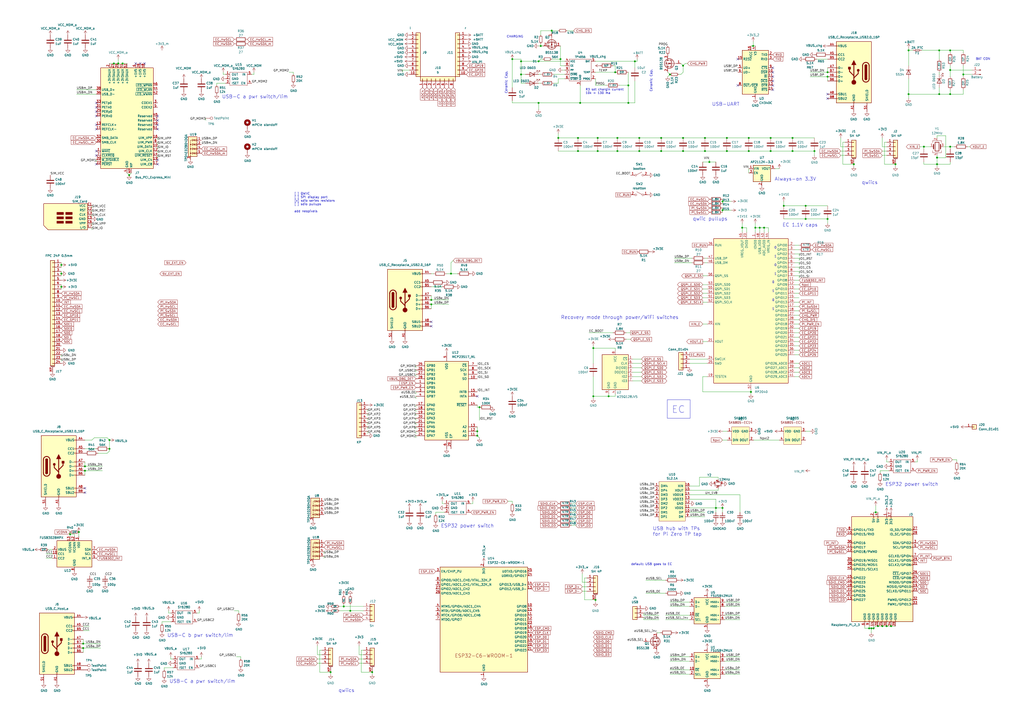
<source format=kicad_sch>
(kicad_sch (version 20231120) (generator "eeschema") (generator_version "8.0")
  (paper "A2")
  (lib_symbols
    (symbol "18650_pcb-rescue:Fuse_Small" (pin_numbers hide) (pin_names (offset 0.254) hide)
      (property "Reference" "F" (at 0 -1.524 0))
      (property "Value" "Fuse_Small" (at 0 1.524 0))
      (symbol "Fuse_Small_1_1"
        (pin passive line (at -2.54 0 0) (length 1.27) (name "~") (number "1"))
        (pin passive line (at 2.54 0 180) (length 1.27) (name "~") (number "2"))
      )
    )
    (symbol "Connector:Bus_PCI_Express_Mini"
      (property "Reference" "J" (at -16.51 31.75 0))
      (property "Value" "Bus_PCI_Express_Mini" (at 22.86 31.75 0))
      (symbol "Bus_PCI_Express_Mini_1_1"
        (pin open_collector line (at -17.78 -17.78 0) (length 2.54) (name "~{WAKE}") (number "1"))
        (pin bidirectional line (at 17.78 -15.24 180) (length 2.54) (name "UIM_DATA") (number "10"))
        (pin input line (at -17.78 -5.08 0) (length 2.54) (name "REFCLK-") (number "11"))
        (pin output line (at 17.78 -17.78 180) (length 2.54) (name "UIM_CLK") (number "12"))
        (pin input line (at -17.78 -2.54 0) (length 2.54) (name "REFCLK+") (number "13"))
        (pin output line (at 17.78 -20.32 180) (length 2.54) (name "~{UIM_RESET}") (number "14"))
        (pin passive line (at 0 -30.48 90) (length 2.54) hide (name "GND") (number "15"))
        (pin power_out line (at 17.78 -10.16 180) (length 2.54) (name "UIM_VPP") (number "16"))
        (pin passive line (at 17.78 -25.4 180) (length 2.54) (name "UIM_C8") (number "17"))
        (pin passive line (at 0 -30.48 90) (length 2.54) hide (name "GND") (number "18"))
        (pin passive line (at 17.78 -22.86 180) (length 2.54) (name "UIM_C4") (number "19"))
        (pin power_in line (at -10.16 33.02 270) (length 2.54) (name "+3V3AUX") (number "2"))
        (pin input line (at -17.78 -22.86 0) (length 2.54) (name "~{W_DISABLE}") (number "20"))
        (pin passive line (at 0 -30.48 90) (length 2.54) hide (name "GND") (number "21"))
        (pin input line (at -17.78 -25.4 0) (length 2.54) (name "~{PERST}") (number "22"))
        (pin output line (at -17.78 2.54 0) (length 2.54) (name "PERn0") (number "23"))
        (pin power_in line (at -7.62 33.02 270) (length 2.54) (name "+3V3AUX") (number "24"))
        (pin output line (at -17.78 5.08 0) (length 2.54) (name "PERp0") (number "25"))
        (pin passive line (at 0 -30.48 90) (length 2.54) hide (name "GND") (number "26"))
        (pin passive line (at 0 -30.48 90) (length 2.54) hide (name "GND") (number "27"))
        (pin power_in line (at 7.62 33.02 270) (length 2.54) (name "+1V5") (number "28"))
        (pin passive line (at 0 -30.48 90) (length 2.54) hide (name "GND") (number "29"))
        (pin passive line (at 17.78 10.16 180) (length 2.54) (name "COEX1") (number "3"))
        (pin input line (at -17.78 -12.7 0) (length 2.54) (name "SMB_CLK") (number "30"))
        (pin input line (at -17.78 7.62 0) (length 2.54) (name "PETn0") (number "31"))
        (pin bidirectional line (at -17.78 -10.16 0) (length 2.54) (name "SMB_DATA") (number "32"))
        (pin input line (at -17.78 10.16 0) (length 2.54) (name "PETp0") (number "33"))
        (pin passive line (at 0 -30.48 90) (length 2.54) hide (name "GND") (number "34"))
        (pin passive line (at 0 -30.48 90) (length 2.54) hide (name "GND") (number "35"))
        (pin bidirectional line (at -17.78 15.24 0) (length 2.54) (name "USB_D-") (number "36"))
        (pin passive line (at 0 -30.48 90) (length 2.54) hide (name "GND") (number "37"))
        (pin bidirectional line (at -17.78 17.78 0) (length 2.54) (name "USB_D+") (number "38"))
        (pin power_in line (at -5.08 33.02 270) (length 2.54) (name "+3V3AUX") (number "39"))
        (pin power_in line (at 0 -30.48 90) (length 2.54) (name "GND") (number "4"))
        (pin passive line (at 0 -30.48 90) (length 2.54) hide (name "GND") (number "40"))
        (pin power_in line (at -2.54 33.02 270) (length 2.54) (name "+3V3AUX") (number "41"))
        (pin open_collector line (at 17.78 15.24 180) (length 2.54) (name "~{LED_WWAN}") (number "42"))
        (pin passive line (at 0 -30.48 90) (length 2.54) hide (name "GND") (number "43"))
        (pin open_collector line (at 17.78 17.78 180) (length 2.54) (name "~{LED_WLAN}") (number "44"))
        (pin passive line (at 17.78 2.54 180) (length 2.54) (name "Reserved") (number "45"))
        (pin open_collector line (at 17.78 20.32 180) (length 2.54) (name "~{LED_WPAN}") (number "46"))
        (pin passive line (at 17.78 0 180) (length 2.54) (name "Reserved") (number "47"))
        (pin power_in line (at 10.16 33.02 270) (length 2.54) (name "+1V5") (number "48"))
        (pin passive line (at 17.78 -2.54 180) (length 2.54) (name "Reserved") (number "49"))
        (pin passive line (at 17.78 7.62 180) (length 2.54) (name "COEX2") (number "5"))
        (pin passive line (at 0 -30.48 90) (length 2.54) hide (name "GND") (number "50"))
        (pin passive line (at 17.78 -5.08 180) (length 2.54) (name "Reserved") (number "51"))
        (pin power_in line (at 0 33.02 270) (length 2.54) (name "+3V3AUX") (number "52"))
        (pin power_in line (at 5.08 33.02 270) (length 2.54) (name "+1V5") (number "6"))
        (pin open_collector line (at -17.78 -20.32 0) (length 2.54) (name "~{CLKREQ}") (number "7"))
        (pin power_out line (at 17.78 -12.7 180) (length 2.54) (name "UIM_PWR") (number "8"))
        (pin passive line (at 0 -30.48 90) (length 2.54) hide (name "GND") (number "9"))
        (pin passive line (at 2.54 -30.48 90) (length 2.54) (name "MP") (number "MP"))
      )
    )
    (symbol "Connector:Conn_01x02_Male" (pin_names (offset 1.016) hide)
      (property "Reference" "J" (at 0 2.54 0))
      (property "Value" "Conn_01x02_Male" (at 0 -5.08 0))
      (symbol "Conn_01x02_Male_1_1"
        (pin passive line (at 5.08 0 180) (length 3.81) (name "Pin_1") (number "1"))
        (pin passive line (at 5.08 -2.54 180) (length 3.81) (name "Pin_2") (number "2"))
      )
    )
    (symbol "Connector:Raspberry_Pi_2_3" (pin_names (offset 1.016))
      (property "Reference" "J" (at -17.78 31.75 0))
      (property "Value" "Raspberry_Pi_2_3" (at 10.16 -31.75 0))
      (symbol "Raspberry_Pi_2_3_1_1"
        (pin power_in line (at 2.54 33.02 270) (length 2.54) (name "3V3") (number "1"))
        (pin bidirectional line (at -20.32 20.32 0) (length 2.54) (name "GPIO15/RXD") (number "10"))
        (pin bidirectional line (at -20.32 12.7 0) (length 2.54) (name "GPIO17") (number "11"))
        (pin bidirectional line (at -20.32 10.16 0) (length 2.54) (name "GPIO18/PWM0") (number "12"))
        (pin bidirectional line (at -20.32 -17.78 0) (length 2.54) (name "GPIO27") (number "13"))
        (pin power_in line (at -5.08 -33.02 90) (length 2.54) (name "GND") (number "14"))
        (pin bidirectional line (at -20.32 -5.08 0) (length 2.54) (name "GPIO22") (number "15"))
        (pin bidirectional line (at -20.32 -7.62 0) (length 2.54) (name "GPIO23") (number "16"))
        (pin power_in line (at 5.08 33.02 270) (length 2.54) (name "3V3") (number "17"))
        (pin bidirectional line (at -20.32 -10.16 0) (length 2.54) (name "GPIO24") (number "18"))
        (pin bidirectional line (at 20.32 -10.16 180) (length 2.54) (name "MOSI0/GPIO10") (number "19"))
        (pin power_in line (at -5.08 33.02 270) (length 2.54) (name "5V") (number "2"))
        (pin power_in line (at -2.54 -33.02 90) (length 2.54) (name "GND") (number "20"))
        (pin bidirectional line (at 20.32 -7.62 180) (length 2.54) (name "MISO0/GPIO9") (number "21"))
        (pin bidirectional line (at -20.32 -12.7 0) (length 2.54) (name "GPIO25") (number "22"))
        (pin bidirectional line (at 20.32 -12.7 180) (length 2.54) (name "SCLK0/GPIO11") (number "23"))
        (pin bidirectional line (at 20.32 -5.08 180) (length 2.54) (name "~{CE0}/GPIO8") (number "24"))
        (pin power_in line (at 0 -33.02 90) (length 2.54) (name "GND") (number "25"))
        (pin bidirectional line (at 20.32 -2.54 180) (length 2.54) (name "~{CE1}/GPIO7") (number "26"))
        (pin bidirectional line (at 20.32 22.86 180) (length 2.54) (name "ID_SD/GPIO0") (number "27"))
        (pin bidirectional line (at 20.32 20.32 180) (length 2.54) (name "ID_SC/GPIO1") (number "28"))
        (pin bidirectional line (at 20.32 5.08 180) (length 2.54) (name "GCLK1/GPIO5") (number "29"))
        (pin bidirectional line (at 20.32 15.24 180) (length 2.54) (name "SDA/GPIO2") (number "3"))
        (pin power_in line (at 2.54 -33.02 90) (length 2.54) (name "GND") (number "30"))
        (pin bidirectional line (at 20.32 2.54 180) (length 2.54) (name "GCLK2/GPIO6") (number "31"))
        (pin bidirectional line (at 20.32 -17.78 180) (length 2.54) (name "PWM0/GPIO12") (number "32"))
        (pin bidirectional line (at 20.32 -20.32 180) (length 2.54) (name "PWM1/GPIO13") (number "33"))
        (pin power_in line (at 5.08 -33.02 90) (length 2.54) (name "GND") (number "34"))
        (pin bidirectional line (at -20.32 5.08 0) (length 2.54) (name "GPIO19/MISO1") (number "35"))
        (pin bidirectional line (at -20.32 15.24 0) (length 2.54) (name "GPIO16") (number "36"))
        (pin bidirectional line (at -20.32 -15.24 0) (length 2.54) (name "GPIO26") (number "37"))
        (pin bidirectional line (at -20.32 2.54 0) (length 2.54) (name "GPIO20/MOSI1") (number "38"))
        (pin power_in line (at 7.62 -33.02 90) (length 2.54) (name "GND") (number "39"))
        (pin power_in line (at -2.54 33.02 270) (length 2.54) (name "5V") (number "4"))
        (pin bidirectional line (at -20.32 0 0) (length 2.54) (name "GPIO21/SCLK1") (number "40"))
        (pin bidirectional line (at 20.32 12.7 180) (length 2.54) (name "SCL/GPIO3") (number "5"))
        (pin power_in line (at -10.16 -33.02 90) (length 2.54) (name "GND") (number "6"))
        (pin bidirectional line (at 20.32 7.62 180) (length 2.54) (name "GCLK0/GPIO4") (number "7"))
        (pin bidirectional line (at -20.32 22.86 0) (length 2.54) (name "GPIO14/TXD") (number "8"))
        (pin power_in line (at -7.62 -33.02 90) (length 2.54) (name "GND") (number "9"))
      )
    )
    (symbol "Connector:TestPoint" (pin_numbers hide) (pin_names (offset 0.762) hide)
      (property "Reference" "TP" (at 0 6.858 0))
      (property "Value" "TestPoint" (at 0 5.08 0))
      (symbol "TestPoint_1_1"
        (pin passive line (at 0 0 90) (length 2.54) (name "1") (number "1"))
      )
    )
    (symbol "Connector:USB_C_Receptacle_USB2.0_16P" (pin_names (offset 1.016))
      (property "Reference" "J" (at 0 22.225 0))
      (property "Value" "USB_C_Receptacle_USB2.0_16P" (at 0 19.685 0))
      (symbol "USB_C_Receptacle_USB2.0_16P_1_1"
        (pin passive line (at 0 -22.86 90) (length 5.08) (name "GND") (number "A1"))
        (pin passive line (at 0 -22.86 90) (length 5.08) hide (name "GND") (number "A12"))
        (pin passive line (at 15.24 15.24 180) (length 5.08) (name "VBUS") (number "A4"))
        (pin bidirectional line (at 15.24 10.16 180) (length 5.08) (name "CC1") (number "A5"))
        (pin bidirectional line (at 15.24 -2.54 180) (length 5.08) (name "D+") (number "A6"))
        (pin bidirectional line (at 15.24 2.54 180) (length 5.08) (name "D-") (number "A7"))
        (pin bidirectional line (at 15.24 -12.7 180) (length 5.08) (name "SBU1") (number "A8"))
        (pin passive line (at 15.24 15.24 180) (length 5.08) hide (name "VBUS") (number "A9"))
        (pin passive line (at 0 -22.86 90) (length 5.08) hide (name "GND") (number "B1"))
        (pin passive line (at 0 -22.86 90) (length 5.08) hide (name "GND") (number "B12"))
        (pin passive line (at 15.24 15.24 180) (length 5.08) hide (name "VBUS") (number "B4"))
        (pin bidirectional line (at 15.24 7.62 180) (length 5.08) (name "CC2") (number "B5"))
        (pin bidirectional line (at 15.24 -5.08 180) (length 5.08) (name "D+") (number "B6"))
        (pin bidirectional line (at 15.24 0 180) (length 5.08) (name "D-") (number "B7"))
        (pin bidirectional line (at 15.24 -15.24 180) (length 5.08) (name "SBU2") (number "B8"))
        (pin passive line (at 15.24 15.24 180) (length 5.08) hide (name "VBUS") (number "B9"))
        (pin passive line (at -7.62 -22.86 90) (length 5.08) (name "SHIELD") (number "S1"))
      )
    )
    (symbol "Connector_Generic:Conn_01x01" (pin_names (offset 1.016) hide)
      (property "Reference" "J" (at 0 2.54 0))
      (property "Value" "Conn_01x01" (at 0 -2.54 0))
      (symbol "Conn_01x01_1_1"
        (pin passive line (at -5.08 0 0) (length 3.81) (name "Pin_1") (number "1"))
      )
    )
    (symbol "Connector_Generic:Conn_01x03" (pin_names (offset 1.016) hide)
      (property "Reference" "J" (at 0 5.08 0))
      (property "Value" "Conn_01x03" (at 0 -5.08 0))
      (symbol "Conn_01x03_1_1"
        (pin passive line (at -5.08 2.54 0) (length 3.81) (name "Pin_1") (number "1"))
        (pin passive line (at -5.08 0 0) (length 3.81) (name "Pin_2") (number "2"))
        (pin passive line (at -5.08 -2.54 0) (length 3.81) (name "Pin_3") (number "3"))
      )
    )
    (symbol "Connector_Generic:Conn_01x04" (pin_names (offset 1.016) hide)
      (property "Reference" "J" (at 0 5.08 0))
      (property "Value" "Conn_01x04" (at 0 -7.62 0))
      (symbol "Conn_01x04_1_1"
        (pin passive line (at -5.08 2.54 0) (length 3.81) (name "Pin_1") (number "1"))
        (pin passive line (at -5.08 0 0) (length 3.81) (name "Pin_2") (number "2"))
        (pin passive line (at -5.08 -2.54 0) (length 3.81) (name "Pin_3") (number "3"))
        (pin passive line (at -5.08 -5.08 0) (length 3.81) (name "Pin_4") (number "4"))
      )
    )
    (symbol "Connector_Generic:Conn_01x08" (pin_names (offset 1.016) hide)
      (property "Reference" "J" (at 0 10.16 0))
      (property "Value" "Conn_01x08" (at 0 -12.7 0))
      (symbol "Conn_01x08_1_1"
        (pin passive line (at -5.08 7.62 0) (length 3.81) (name "Pin_1") (number "1"))
        (pin passive line (at -5.08 5.08 0) (length 3.81) (name "Pin_2") (number "2"))
        (pin passive line (at -5.08 2.54 0) (length 3.81) (name "Pin_3") (number "3"))
        (pin passive line (at -5.08 0 0) (length 3.81) (name "Pin_4") (number "4"))
        (pin passive line (at -5.08 -2.54 0) (length 3.81) (name "Pin_5") (number "5"))
        (pin passive line (at -5.08 -5.08 0) (length 3.81) (name "Pin_6") (number "6"))
        (pin passive line (at -5.08 -7.62 0) (length 3.81) (name "Pin_7") (number "7"))
        (pin passive line (at -5.08 -10.16 0) (length 3.81) (name "Pin_8") (number "8"))
      )
    )
    (symbol "Connector_Generic:Conn_01x10" (pin_names (offset 1.016) hide)
      (property "Reference" "J" (at 0 12.7 0))
      (property "Value" "Conn_01x10" (at 0 -15.24 0))
      (symbol "Conn_01x10_1_1"
        (pin passive line (at -5.08 10.16 0) (length 3.81) (name "Pin_1") (number "1"))
        (pin passive line (at -5.08 -12.7 0) (length 3.81) (name "Pin_10") (number "10"))
        (pin passive line (at -5.08 7.62 0) (length 3.81) (name "Pin_2") (number "2"))
        (pin passive line (at -5.08 5.08 0) (length 3.81) (name "Pin_3") (number "3"))
        (pin passive line (at -5.08 2.54 0) (length 3.81) (name "Pin_4") (number "4"))
        (pin passive line (at -5.08 0 0) (length 3.81) (name "Pin_5") (number "5"))
        (pin passive line (at -5.08 -2.54 0) (length 3.81) (name "Pin_6") (number "6"))
        (pin passive line (at -5.08 -5.08 0) (length 3.81) (name "Pin_7") (number "7"))
        (pin passive line (at -5.08 -7.62 0) (length 3.81) (name "Pin_8") (number "8"))
        (pin passive line (at -5.08 -10.16 0) (length 3.81) (name "Pin_9") (number "9"))
      )
    )
    (symbol "Connector_Generic_MountingPin:Conn_01x04_MountingPin" (pin_names (offset 1.016) hide)
      (property "Reference" "J" (at 0 5.08 0))
      (property "Value" "Conn_01x04_MountingPin" (at 1.27 -7.62 0))
      (symbol "Conn_01x04_MountingPin_1_1"
        (text "Mounting" (at 0 -6.731 0) (effects (font (size 0.381 0.381))))
        (pin passive line (at -5.08 2.54 0) (length 3.81) (name "Pin_1") (number "1"))
        (pin passive line (at -5.08 0 0) (length 3.81) (name "Pin_2") (number "2"))
        (pin passive line (at -5.08 -2.54 0) (length 3.81) (name "Pin_3") (number "3"))
        (pin passive line (at -5.08 -5.08 0) (length 3.81) (name "Pin_4") (number "4"))
        (pin passive line (at 0 -10.16 90) (length 3.048) (name "MountPin") (number "MP"))
      )
    )
    (symbol "Connector_Generic_MountingPin:Conn_01x24_MountingPin" (pin_names (offset 1.016) hide)
      (property "Reference" "J" (at 0 30.48 0))
      (property "Value" "Conn_01x24_MountingPin" (at 1.27 -33.02 0))
      (symbol "Conn_01x24_MountingPin_1_1"
        (text "Mounting" (at 0 -32.131 0) (effects (font (size 0.381 0.381))))
        (pin passive line (at -5.08 27.94 0) (length 3.81) (name "Pin_1") (number "1"))
        (pin passive line (at -5.08 5.08 0) (length 3.81) (name "Pin_10") (number "10"))
        (pin passive line (at -5.08 2.54 0) (length 3.81) (name "Pin_11") (number "11"))
        (pin passive line (at -5.08 0 0) (length 3.81) (name "Pin_12") (number "12"))
        (pin passive line (at -5.08 -2.54 0) (length 3.81) (name "Pin_13") (number "13"))
        (pin passive line (at -5.08 -5.08 0) (length 3.81) (name "Pin_14") (number "14"))
        (pin passive line (at -5.08 -7.62 0) (length 3.81) (name "Pin_15") (number "15"))
        (pin passive line (at -5.08 -10.16 0) (length 3.81) (name "Pin_16") (number "16"))
        (pin passive line (at -5.08 -12.7 0) (length 3.81) (name "Pin_17") (number "17"))
        (pin passive line (at -5.08 -15.24 0) (length 3.81) (name "Pin_18") (number "18"))
        (pin passive line (at -5.08 -17.78 0) (length 3.81) (name "Pin_19") (number "19"))
        (pin passive line (at -5.08 25.4 0) (length 3.81) (name "Pin_2") (number "2"))
        (pin passive line (at -5.08 -20.32 0) (length 3.81) (name "Pin_20") (number "20"))
        (pin passive line (at -5.08 -22.86 0) (length 3.81) (name "Pin_21") (number "21"))
        (pin passive line (at -5.08 -25.4 0) (length 3.81) (name "Pin_22") (number "22"))
        (pin passive line (at -5.08 -27.94 0) (length 3.81) (name "Pin_23") (number "23"))
        (pin passive line (at -5.08 -30.48 0) (length 3.81) (name "Pin_24") (number "24"))
        (pin passive line (at -5.08 22.86 0) (length 3.81) (name "Pin_3") (number "3"))
        (pin passive line (at -5.08 20.32 0) (length 3.81) (name "Pin_4") (number "4"))
        (pin passive line (at -5.08 17.78 0) (length 3.81) (name "Pin_5") (number "5"))
        (pin passive line (at -5.08 15.24 0) (length 3.81) (name "Pin_6") (number "6"))
        (pin passive line (at -5.08 12.7 0) (length 3.81) (name "Pin_7") (number "7"))
        (pin passive line (at -5.08 10.16 0) (length 3.81) (name "Pin_8") (number "8"))
        (pin passive line (at -5.08 7.62 0) (length 3.81) (name "Pin_9") (number "9"))
        (pin passive line (at 0 -35.56 90) (length 3.048) (name "MountPin") (number "MP"))
      )
    )
    (symbol "Device:C" (pin_numbers hide) (pin_names (offset 0.254))
      (property "Reference" "C" (at 0.635 2.54 0))
      (property "Value" "C" (at 0.635 -2.54 0))
      (symbol "C_1_1"
        (pin passive line (at 0 3.81 270) (length 2.794) (name "~") (number "1"))
        (pin passive line (at 0 -3.81 90) (length 2.794) (name "~") (number "2"))
      )
    )
    (symbol "Device:C_Small" (pin_numbers hide) (pin_names (offset 0.254) hide)
      (property "Reference" "C" (at 0.254 1.778 0))
      (property "Value" "C_Small" (at 0.254 -2.032 0))
      (symbol "C_Small_1_1"
        (pin passive line (at 0 2.54 270) (length 2.032) (name "~") (number "1"))
        (pin passive line (at 0 -2.54 90) (length 2.032) (name "~") (number "2"))
      )
    )
    (symbol "Device:Crystal_GND24" (pin_names (offset 1.016) hide)
      (property "Reference" "Y" (at 3.175 5.08 0))
      (property "Value" "Crystal_GND24" (at 3.175 3.175 0))
      (symbol "Crystal_GND24_1_1"
        (pin passive line (at -3.81 0 0) (length 1.27) (name "1") (number "1"))
        (pin passive line (at 0 5.08 270) (length 1.27) (name "2") (number "2"))
        (pin passive line (at 3.81 0 180) (length 1.27) (name "3") (number "3"))
        (pin passive line (at 0 -5.08 90) (length 1.27) (name "4") (number "4"))
      )
    )
    (symbol "Device:Crystal_GND24_Small" (pin_names (offset 1.016) hide)
      (property "Reference" "Y" (at 1.27 4.445 0))
      (property "Value" "Crystal_GND24_Small" (at 1.27 2.54 0))
      (symbol "Crystal_GND24_Small_1_1"
        (pin passive line (at -2.54 0 0) (length 1.27) (name "1") (number "1"))
        (pin passive line (at 0 -2.54 90) (length 0.635) (name "2") (number "2"))
        (pin passive line (at 2.54 0 180) (length 1.27) (name "3") (number "3"))
        (pin passive line (at 0 2.54 270) (length 0.635) (name "4") (number "4"))
      )
    )
    (symbol "Device:D" (pin_numbers hide) (pin_names (offset 1.016) hide)
      (property "Reference" "D" (at 0 2.54 0))
      (property "Value" "D" (at 0 -2.54 0))
      (symbol "D_1_1"
        (pin passive line (at -3.81 0 0) (length 2.54) (name "K") (number "1"))
        (pin passive line (at 3.81 0 180) (length 2.54) (name "A") (number "2"))
      )
    )
    (symbol "Device:LED" (pin_numbers hide) (pin_names (offset 1.016) hide)
      (property "Reference" "D" (at 0 2.54 0))
      (property "Value" "LED" (at 0 -2.54 0))
      (symbol "LED_1_1"
        (pin passive line (at -3.81 0 0) (length 2.54) (name "K") (number "1"))
        (pin passive line (at 3.81 0 180) (length 2.54) (name "A") (number "2"))
      )
    )
    (symbol "Device:R" (pin_numbers hide) (pin_names (offset 0))
      (property "Reference" "R" (at 2.032 0 90))
      (property "Value" "R" (at 0 0 90))
      (symbol "R_1_1"
        (pin passive line (at 0 3.81 270) (length 1.27) (name "~") (number "1"))
        (pin passive line (at 0 -3.81 90) (length 1.27) (name "~") (number "2"))
      )
    )
    (symbol "Device:R_Small" (pin_numbers hide) (pin_names (offset 0.254) hide)
      (property "Reference" "R" (at 0.762 0.508 0))
      (property "Value" "R_Small" (at 0.762 -1.016 0))
      (symbol "R_Small_1_1"
        (pin passive line (at 0 2.54 270) (length 0.762) (name "~") (number "1"))
        (pin passive line (at 0 -2.54 90) (length 0.762) (name "~") (number "2"))
      )
    )
    (symbol "GND_2" (power) (pin_numbers hide) (pin_names (offset 0) hide)
      (property "Value" "GND" (at 0 -3.81 0))
      (symbol "GND_2_1_1"
        (pin power_in line (at 0 0 270) (length 0) (name "~") (number "1"))
      )
    )
    (symbol "Interface_Expansion:MCP23S17_ML" (pin_names (offset 1.016))
      (property "Reference" "U" (at -11.43 24.13 0))
      (property "Value" "MCP23S17_ML" (at 0 0 0))
      (symbol "MCP23S17_ML_1_1"
        (pin bidirectional line (at 17.78 10.16 180) (length 5.08) (name "GPB4") (number "1"))
        (pin output line (at -17.78 12.7 0) (length 5.08) (name "SO") (number "10"))
        (pin input line (at -17.78 -20.32 0) (length 5.08) (name "A0") (number "11"))
        (pin input line (at -17.78 -17.78 0) (length 5.08) (name "A1") (number "12"))
        (pin input line (at -17.78 -15.24 0) (length 5.08) (name "A2") (number "13"))
        (pin input line (at -17.78 -2.54 0) (length 5.08) (name "~{RESET}") (number "14"))
        (pin tri_state line (at -17.78 5.08 0) (length 5.08) (name "INTB") (number "15"))
        (pin tri_state line (at -17.78 2.54 0) (length 5.08) (name "INTA") (number "16"))
        (pin bidirectional line (at 17.78 -2.54 180) (length 5.08) (name "GPA0") (number "17"))
        (pin bidirectional line (at 17.78 -5.08 180) (length 5.08) (name "GPA1") (number "18"))
        (pin bidirectional line (at 17.78 -7.62 180) (length 5.08) (name "GPA2") (number "19"))
        (pin bidirectional line (at 17.78 7.62 180) (length 5.08) (name "GPB5") (number "2"))
        (pin bidirectional line (at 17.78 -10.16 180) (length 5.08) (name "GPA3") (number "20"))
        (pin bidirectional line (at 17.78 -12.7 180) (length 5.08) (name "GPA4") (number "21"))
        (pin bidirectional line (at 17.78 -15.24 180) (length 5.08) (name "GPA5") (number "22"))
        (pin bidirectional line (at 17.78 -17.78 180) (length 5.08) (name "GPA6") (number "23"))
        (pin bidirectional line (at 17.78 -20.32 180) (length 5.08) (name "GPA7") (number "24"))
        (pin bidirectional line (at 17.78 20.32 180) (length 5.08) (name "GPB0") (number "25"))
        (pin bidirectional line (at 17.78 17.78 180) (length 5.08) (name "GPB1") (number "26"))
        (pin bidirectional line (at 17.78 15.24 180) (length 5.08) (name "GPB2") (number "27"))
        (pin bidirectional line (at 17.78 12.7 180) (length 5.08) (name "GPB3") (number "28"))
        (pin passive line (at -2.54 -27.94 90) (length 5.08) (name "EP") (number "29"))
        (pin bidirectional line (at 17.78 5.08 180) (length 5.08) (name "GPB6") (number "3"))
        (pin bidirectional line (at 17.78 2.54 180) (length 5.08) (name "GPB7") (number "4"))
        (pin power_in line (at 0 27.94 270) (length 5.08) (name "VDD") (number "5"))
        (pin power_in line (at 0 -27.94 90) (length 5.08) (name "VSS") (number "6"))
        (pin input line (at -17.78 20.32 0) (length 5.08) (name "~{CS}") (number "7"))
        (pin input line (at -17.78 17.78 0) (length 5.08) (name "SCK") (number "8"))
        (pin input line (at -17.78 15.24 0) (length 5.08) (name "SI") (number "9"))
      )
    )
    (symbol "Interface_USB:CH340C"
      (property "Reference" "U" (at -5.08 13.97 0))
      (property "Value" "CH340C" (at 1.27 13.97 0))
      (symbol "CH340C_1_1"
        (pin power_in line (at 0 -15.24 90) (length 2.54) (name "GND") (number "1"))
        (pin input line (at 10.16 0 180) (length 2.54) (name "~{DSR}") (number "10"))
        (pin input line (at 10.16 -2.54 180) (length 2.54) (name "~{RI}") (number "11"))
        (pin input line (at 10.16 -5.08 180) (length 2.54) (name "~{DCD}") (number "12"))
        (pin output line (at 10.16 -7.62 180) (length 2.54) (name "~{DTR}") (number "13"))
        (pin output line (at 10.16 -10.16 180) (length 2.54) (name "~{RTS}") (number "14"))
        (pin input line (at -10.16 7.62 0) (length 2.54) (name "R232") (number "15"))
        (pin power_in line (at -2.54 15.24 270) (length 2.54) (name "VCC") (number "16"))
        (pin output line (at 10.16 10.16 180) (length 2.54) (name "TXD") (number "2"))
        (pin input line (at 10.16 7.62 180) (length 2.54) (name "RXD") (number "3"))
        (pin power_out line (at 0 15.24 270) (length 2.54) (name "V3") (number "4"))
        (pin bidirectional line (at -10.16 2.54 0) (length 2.54) (name "UD+") (number "5"))
        (pin bidirectional line (at -10.16 0 0) (length 2.54) (name "UD-") (number "6"))
        (pin no_connect line (at -7.62 -5.08 0) (length 2.54) hide (name "NC") (number "7"))
        (pin output line (at -10.16 -7.62 0) (length 2.54) (name "~{OUT}/~{DTR}") (number "8"))
        (pin input line (at 10.16 2.54 180) (length 2.54) (name "~{CTS}") (number "9"))
      )
    )
    (symbol "Interface_USB:FSUSB42MUX"
      (property "Reference" "U" (at -6.35 8.89 0))
      (property "Value" "FSUSB42MUX" (at 7.62 8.89 0))
      (symbol "FSUSB42MUX_1_1"
        (pin power_in line (at 0 10.16 270) (length 2.54) (name "VCC") (number "1"))
        (pin input line (at -10.16 -2.54 0) (length 2.54) (name "~{OE}") (number "10"))
        (pin input line (at -10.16 -5.08 0) (length 2.54) (name "SEL") (number "2"))
        (pin bidirectional line (at -10.16 5.08 0) (length 2.54) (name "D+") (number "3"))
        (pin bidirectional line (at -10.16 2.54 0) (length 2.54) (name "D-") (number "4"))
        (pin power_in line (at 0 -10.16 90) (length 2.54) (name "GND") (number "5"))
        (pin bidirectional line (at 10.16 -5.08 180) (length 2.54) (name "HSD1-") (number "6"))
        (pin bidirectional line (at 10.16 -2.54 180) (length 2.54) (name "HSD1+") (number "7"))
        (pin bidirectional line (at 10.16 2.54 180) (length 2.54) (name "HSD2-") (number "8"))
        (pin bidirectional line (at 10.16 5.08 180) (length 2.54) (name "HSD2+") (number "9"))
      )
    )
    (symbol "Interface_USB:FUSB302BMPX"
      (property "Reference" "U" (at -10.16 8.89 0))
      (property "Value" "FUSB302BMPX" (at 3.81 8.89 0))
      (symbol "FUSB302BMPX_1_1"
        (pin bidirectional line (at 12.7 -2.54 180) (length 2.54) (name "CC2") (number "1"))
        (pin bidirectional line (at 12.7 0 180) (length 2.54) (name "CC1") (number "10"))
        (pin bidirectional line (at 12.7 0 180) (length 2.54) hide (name "CC1") (number "11"))
        (pin power_in line (at 0 10.16 270) (length 2.54) (name "VCONN") (number "12"))
        (pin power_in line (at 2.54 10.16 270) (length 2.54) (name "VCONN") (number "13"))
        (pin bidirectional line (at 12.7 -2.54 180) (length 2.54) hide (name "CC2") (number "14"))
        (pin passive line (at 0 -10.16 90) (length 2.54) hide (name "GND") (number "15"))
        (pin input line (at 12.7 2.54 180) (length 2.54) (name "VBUS") (number "2"))
        (pin power_in line (at -2.54 10.16 270) (length 2.54) (name "VDD") (number "3"))
        (pin passive line (at -2.54 10.16 270) (length 2.54) hide (name "VDD") (number "4"))
        (pin open_collector line (at -12.7 -2.54 0) (length 2.54) (name "INT_N") (number "5"))
        (pin input line (at -12.7 0 0) (length 2.54) (name "SCL") (number "6"))
        (pin bidirectional line (at -12.7 2.54 0) (length 2.54) (name "SDA") (number "7"))
        (pin power_in line (at 0 -10.16 90) (length 2.54) (name "GND") (number "8"))
        (pin passive line (at 0 -10.16 90) (length 2.54) hide (name "GND") (number "9"))
      )
    )
    (symbol "MCU_RaspberryPi:RP2040"
      (property "Reference" "U" (at 17.78 45.72 0))
      (property "Value" "RP2040" (at 17.78 43.18 0))
      (symbol "RP2040_1_1"
        (pin power_in line (at 2.54 45.72 270) (length 3.81) (name "IOVDD") (number "1"))
        (pin passive line (at 2.54 45.72 270) (length 3.81) hide (name "IOVDD") (number "10"))
        (pin bidirectional line (at 25.4 17.78 180) (length 3.81) (name "GPIO8") (number "11"))
        (pin bidirectional line (at 25.4 15.24 180) (length 3.81) (name "GPIO9") (number "12"))
        (pin bidirectional line (at 25.4 12.7 180) (length 3.81) (name "GPIO10") (number "13"))
        (pin bidirectional line (at 25.4 10.16 180) (length 3.81) (name "GPIO11") (number "14"))
        (pin bidirectional line (at 25.4 7.62 180) (length 3.81) (name "GPIO12") (number "15"))
        (pin bidirectional line (at 25.4 5.08 180) (length 3.81) (name "GPIO13") (number "16"))
        (pin bidirectional line (at 25.4 2.54 180) (length 3.81) (name "GPIO14") (number "17"))
        (pin bidirectional line (at 25.4 0 180) (length 3.81) (name "GPIO15") (number "18"))
        (pin input line (at -25.4 -38.1 0) (length 3.81) (name "TESTEN") (number "19"))
        (pin bidirectional line (at 25.4 38.1 180) (length 3.81) (name "GPIO0") (number "2"))
        (pin input line (at -25.4 -7.62 0) (length 3.81) (name "XIN") (number "20"))
        (pin passive line (at -25.4 -17.78 0) (length 3.81) (name "XOUT") (number "21"))
        (pin passive line (at 2.54 45.72 270) (length 3.81) hide (name "IOVDD") (number "22"))
        (pin power_in line (at -2.54 45.72 270) (length 3.81) (name "DVDD") (number "23"))
        (pin input line (at -25.4 -27.94 0) (length 3.81) (name "SWCLK") (number "24"))
        (pin bidirectional line (at -25.4 -30.48 0) (length 3.81) (name "SWD") (number "25"))
        (pin input line (at -25.4 38.1 0) (length 3.81) (name "RUN") (number "26"))
        (pin bidirectional line (at 25.4 -2.54 180) (length 3.81) (name "GPIO16") (number "27"))
        (pin bidirectional line (at 25.4 -5.08 180) (length 3.81) (name "GPIO17") (number "28"))
        (pin bidirectional line (at 25.4 -7.62 180) (length 3.81) (name "GPIO18") (number "29"))
        (pin bidirectional line (at 25.4 35.56 180) (length 3.81) (name "GPIO1") (number "3"))
        (pin bidirectional line (at 25.4 -10.16 180) (length 3.81) (name "GPIO19") (number "30"))
        (pin bidirectional line (at 25.4 -12.7 180) (length 3.81) (name "GPIO20") (number "31"))
        (pin bidirectional line (at 25.4 -15.24 180) (length 3.81) (name "GPIO21") (number "32"))
        (pin passive line (at 2.54 45.72 270) (length 3.81) hide (name "IOVDD") (number "33"))
        (pin bidirectional line (at 25.4 -17.78 180) (length 3.81) (name "GPIO22") (number "34"))
        (pin bidirectional line (at 25.4 -20.32 180) (length 3.81) (name "GPIO23") (number "35"))
        (pin bidirectional line (at 25.4 -22.86 180) (length 3.81) (name "GPIO24") (number "36"))
        (pin bidirectional line (at 25.4 -25.4 180) (length 3.81) (name "GPIO25") (number "37"))
        (pin bidirectional line (at 25.4 -30.48 180) (length 3.81) (name "GPIO26_ADC0") (number "38"))
        (pin bidirectional line (at 25.4 -33.02 180) (length 3.81) (name "GPIO27_ADC1") (number "39"))
        (pin bidirectional line (at 25.4 33.02 180) (length 3.81) (name "GPIO2") (number "4"))
        (pin bidirectional line (at 25.4 -35.56 180) (length 3.81) (name "GPIO28_ADC2") (number "40"))
        (pin bidirectional line (at 25.4 -38.1 180) (length 3.81) (name "GPIO29_ADC3") (number "41"))
        (pin passive line (at 2.54 45.72 270) (length 3.81) hide (name "IOVDD") (number "42"))
        (pin power_in line (at 7.62 45.72 270) (length 3.81) (name "ADC_AVDD") (number "43"))
        (pin power_in line (at 10.16 45.72 270) (length 3.81) (name "VREG_IN") (number "44"))
        (pin power_out line (at -5.08 45.72 270) (length 3.81) (name "VREG_VOUT") (number "45"))
        (pin bidirectional line (at -25.4 27.94 0) (length 3.81) (name "USB_DM") (number "46"))
        (pin bidirectional line (at -25.4 30.48 0) (length 3.81) (name "USB_DP") (number "47"))
        (pin power_in line (at 5.08 45.72 270) (length 3.81) (name "USB_VDD") (number "48"))
        (pin passive line (at 2.54 45.72 270) (length 3.81) hide (name "IOVDD") (number "49"))
        (pin bidirectional line (at 25.4 30.48 180) (length 3.81) (name "GPIO3") (number "5"))
        (pin passive line (at -2.54 45.72 270) (length 3.81) hide (name "DVDD") (number "50"))
        (pin bidirectional line (at -25.4 7.62 0) (length 3.81) (name "QSPI_SD3") (number "51"))
        (pin output line (at -25.4 5.08 0) (length 3.81) (name "QSPI_SCLK") (number "52"))
        (pin bidirectional line (at -25.4 15.24 0) (length 3.81) (name "QSPI_SD0") (number "53"))
        (pin bidirectional line (at -25.4 10.16 0) (length 3.81) (name "QSPI_SD2") (number "54"))
        (pin bidirectional line (at -25.4 12.7 0) (length 3.81) (name "QSPI_SD1") (number "55"))
        (pin bidirectional line (at -25.4 20.32 0) (length 3.81) (name "QSPI_SS") (number "56"))
        (pin power_in line (at 0 -45.72 90) (length 3.81) (name "GND") (number "57"))
        (pin bidirectional line (at 25.4 27.94 180) (length 3.81) (name "GPIO4") (number "6"))
        (pin bidirectional line (at 25.4 25.4 180) (length 3.81) (name "GPIO5") (number "7"))
        (pin bidirectional line (at 25.4 22.86 180) (length 3.81) (name "GPIO6") (number "8"))
        (pin bidirectional line (at 25.4 20.32 180) (length 3.81) (name "GPIO7") (number "9"))
      )
    )
    (symbol "Mechanical:MountingHole_Pad" (pin_numbers hide) (pin_names (offset 1.016) hide) (exclude_from_sim yes) (in_bom no)
      (property "Reference" "H" (at 0 6.35 0))
      (property "Value" "MountingHole_Pad" (at 0 4.445 0))
      (symbol "MountingHole_Pad_1_1"
        (pin input line (at 0 -2.54 90) (length 2.54) (name "1") (number "1"))
      )
    )
    (symbol "PCM_Espressif:ESP32-C6-WROOM-1"
      (property "Reference" "U" (at -25.4 35.56 0))
      (property "Value" "ESP32-C6-WROOM-1" (at -25.4 33.02 0))
      (symbol "ESP32-C6-WROOM-1_0_0"
        (text "ESP32-C6-WROOM-1" (at 0 -20.955 0) (effects (font (size 2 2))))
      )
      (symbol "ESP32-C6-WROOM-1_1_1"
        (pin power_in line (at 0 -33.02 90) (length 2.54) (name "GND") (number "1"))
        (pin bidirectional line (at 27.94 7.62 180) (length 2.54) (name "GPIO8") (number "10"))
        (pin bidirectional line (at 27.94 2.54 180) (length 2.54) (name "GPIO10") (number "11"))
        (pin bidirectional line (at 27.94 0 180) (length 2.54) (name "GPIO11") (number "12"))
        (pin bidirectional line (at 27.94 17.78 180) (length 2.54) (name "GPIO12/USB_D-") (number "13"))
        (pin bidirectional line (at 27.94 20.32 180) (length 2.54) (name "GPIO13/USB_D+") (number "14"))
        (pin bidirectional line (at 27.94 5.08 180) (length 2.54) (name "GPIO9") (number "15"))
        (pin bidirectional line (at 27.94 -5.08 180) (length 2.54) (name "GPIO18") (number "16"))
        (pin bidirectional line (at 27.94 -7.62 180) (length 2.54) (name "GPIO19") (number "17"))
        (pin bidirectional line (at 27.94 -10.16 180) (length 2.54) (name "GPIO20") (number "18"))
        (pin bidirectional line (at 27.94 -12.7 180) (length 2.54) (name "GPIO21") (number "19"))
        (pin power_in line (at 0 33.02 270) (length 2.54) (name "3V3") (number "2"))
        (pin bidirectional line (at 27.94 -15.24 180) (length 2.54) (name "GPIO22") (number "20"))
        (pin bidirectional line (at 27.94 -17.78 180) (length 2.54) (name "GPIO23") (number "21"))
        (pin no_connect line (at -25.4 -12.7 0) (length 2.54) hide (name "NC") (number "22"))
        (pin bidirectional line (at 27.94 -2.54 180) (length 2.54) (name "GPIO15") (number "23"))
        (pin bidirectional line (at 27.94 25.4 180) (length 2.54) (name "U0RXD/GPIO17") (number "24"))
        (pin bidirectional line (at 27.94 27.94 180) (length 2.54) (name "U0TXD/GPIO16") (number "25"))
        (pin bidirectional line (at -27.94 15.24 0) (length 2.54) (name "GPIO3/ADC1_CH3") (number "26"))
        (pin bidirectional line (at -27.94 17.78 0) (length 2.54) (name "GPIO2/ADC1_CH2") (number "27"))
        (pin passive line (at 0 -33.02 90) (length 2.54) hide (name "GND") (number "28"))
        (pin passive line (at 0 -33.02 90) (length 2.54) hide (name "GND") (number "29"))
        (pin input line (at -27.94 27.94 0) (length 2.54) (name "EN/CHIP_PU") (number "3"))
        (pin bidirectional line (at -27.94 7.62 0) (length 2.54) (name "MTMS/GPIO4/ADC1_CH4") (number "4"))
        (pin bidirectional line (at -27.94 5.08 0) (length 2.54) (name "MTDI/GPIO5/ADC1_CH5") (number "5"))
        (pin bidirectional line (at -27.94 2.54 0) (length 2.54) (name "MTCK/GPIO6/ADC1_CH6") (number "6"))
        (pin bidirectional line (at -27.94 0 0) (length 2.54) (name "MTDO/GPIO7") (number "7"))
        (pin bidirectional line (at -27.94 22.86 0) (length 2.54) (name "GPIO0/ADC1_CH0/XTAL_32K_P") (number "8"))
        (pin bidirectional line (at -27.94 20.32 0) (length 2.54) (name "GPIO1/ADC1_CH1/XTAL_32K_N") (number "9"))
      )
    )
    (symbol "Regulator_Linear:AP2112K-3.3" (pin_names (offset 0.254))
      (property "Reference" "U" (at -5.08 5.715 0))
      (property "Value" "AP2112K-3.3" (at 0 5.715 0))
      (symbol "AP2112K-3.3_1_1"
        (pin power_in line (at -7.62 2.54 0) (length 2.54) (name "VIN") (number "1"))
        (pin power_in line (at 0 -7.62 90) (length 2.54) (name "GND") (number "2"))
        (pin input line (at -7.62 0 0) (length 2.54) (name "EN") (number "3"))
        (pin no_connect line (at 5.08 0 180) (length 2.54) hide (name "NC") (number "4"))
        (pin power_out line (at 7.62 2.54 180) (length 2.54) (name "VOUT") (number "5"))
      )
    )
    (symbol "Switch:SW_SPST" (pin_names (offset 0) hide)
      (property "Reference" "SW" (at 0 3.175 0))
      (property "Value" "SW_SPST" (at 0 -2.54 0))
      (symbol "SW_SPST_1_1"
        (pin passive line (at -5.08 0 0) (length 2.54) (name "A") (number "1"))
        (pin passive line (at 5.08 0 180) (length 2.54) (name "B") (number "2"))
      )
    )
    (symbol "Transistor_FET:2N7002" (pin_names hide)
      (property "Reference" "Q" (at 5.08 1.905 0))
      (property "Value" "2N7002" (at 5.08 0 0))
      (symbol "2N7002_1_1"
        (pin input line (at -5.08 0 0) (length 2.54) (name "G") (number "1"))
        (pin passive line (at 2.54 -5.08 90) (length 2.54) (name "S") (number "2"))
        (pin passive line (at 2.54 5.08 270) (length 2.54) (name "D") (number "3"))
      )
    )
    (symbol "Transistor_FET:BSS138" (pin_names hide)
      (property "Reference" "Q" (at 5.08 1.905 0))
      (property "Value" "BSS138" (at 5.08 0 0))
      (symbol "BSS138_1_1"
        (pin input line (at -5.08 0 0) (length 2.54) (name "G") (number "1"))
        (pin passive line (at 2.54 -5.08 90) (length 2.54) (name "S") (number "2"))
        (pin passive line (at 2.54 5.08 270) (length 2.54) (name "D") (number "3"))
      )
    )
    (symbol "W25Q128JVS_1"
      (property "Reference" "U7" (at -0.762 -11.684 0))
      (property "Value" "W25Q128JVS" (at -0.762 -14.224 0))
      (symbol "W25Q128JVS_1_1_1"
        (pin input line (at -10.16 7.62 0) (length 2.54) (name "~{CS}") (number "1"))
        (pin bidirectional line (at -10.16 0 0) (length 2.54) (name "DO(IO1)") (number "2"))
        (pin bidirectional line (at -10.16 -2.54 0) (length 2.54) (name "IO2") (number "3"))
        (pin power_in line (at 0 -12.7 90) (length 2.54) (name "GND") (number "4"))
        (pin bidirectional line (at -10.16 2.54 0) (length 2.54) (name "DI(IO0)") (number "5"))
        (pin input line (at -10.16 5.08 0) (length 2.54) (name "CLK") (number "6"))
        (pin bidirectional line (at -10.16 -5.08 0) (length 2.54) (name "IO3") (number "7"))
        (pin power_in line (at 0 12.7 270) (length 2.54) (name "VCC") (number "8"))
        (pin power_in line (at 3.81 -12.7 90) (length 2.54) (name "GND") (number "9"))
      )
    )
    (symbol "beepy:SK6805-EC14"
      (property "Reference" "N" (at 0 10.16 0))
      (symbol "SK6805-EC14_1_1"
        (text "SK6805-EC14" (at 0 7.62 0) (effects (font (size 1.27 1.27))))
        (pin power_in line (at -7.62 2.54 0) (length 2.54) (name "VDD") (number "1"))
        (pin output line (at 7.62 -2.54 180) (length 2.54) (name "DOUT") (number "2"))
        (pin power_in line (at 7.62 2.54 180) (length 2.54) (name "GND") (number "3"))
        (pin input line (at -7.62 -2.54 0) (length 2.54) (name "DIN") (number "4"))
      )
    )
    (symbol "esd_small:TPD4E02B04DQA" (pin_names hide)
      (property "Reference" "U22" (at -2.286 7.112 0))
      (property "Value" "TPD4E02B04DQA" (at 3.81 -4.826 90))
      (symbol "TPD4E02B04DQA_0_0"
        (pin passive line (at 1.27 -7.62 90) (length 2.54) (name "G") (number "3"))
      )
      (symbol "TPD4E02B04DQA_1_1"
        (pin passive line (at -5.08 3.81 0) (length 2.54) (name "IO1") (number "1"))
        (pin free line (at -5.08 3.81 0) (length 2.54) hide (name "NC") (number "10"))
        (pin passive line (at -5.08 1.27 0) (length 2.54) (name "IO2") (number "2"))
        (pin passive line (at -5.08 -1.27 0) (length 2.54) (name "IO3") (number "4"))
        (pin passive line (at -5.08 -3.81 0) (length 2.54) (name "IO4") (number "5"))
        (pin free line (at -5.08 -3.81 0) (length 2.54) hide (name "NC") (number "6"))
        (pin free line (at -5.08 -1.27 0) (length 2.54) hide (name "NC") (number "7"))
        (pin passive line (at 1.27 -7.62 90) (length 2.54) hide (name "G") (number "8"))
        (pin free line (at -5.08 1.27 0) (length 2.54) hide (name "NC") (number "9"))
      )
    )
    (symbol "mpcie_breakout-rescue:SIM_Card-conn" (pin_names (offset 1.016))
      (property "Reference" "J" (at -2.54 12.7 0))
      (property "Value" "SIM_Card-conn" (at -1.27 10.16 0))
      (symbol "SIM_Card-conn_1_1"
        (pin power_in line (at -12.7 7.62 0) (length 2.54) (name "VCC") (number "C1"))
        (pin input line (at -12.7 5.08 0) (length 2.54) (name "RST") (number "C2"))
        (pin input line (at -12.7 2.54 0) (length 2.54) (name "CLK") (number "C3"))
        (pin power_in line (at -12.7 0 0) (length 2.54) (name "GND") (number "C5"))
        (pin input line (at -12.7 -2.54 0) (length 2.54) (name "VPP") (number "C6"))
        (pin bidirectional line (at -12.7 -5.08 0) (length 2.54) (name "I/O") (number "C7"))
      )
    )
    (symbol "power:+1V1" (power) (pin_numbers hide) (pin_names (offset 0) hide)
      (property "Value" "+1V1" (at 0 3.556 0))
      (symbol "+1V1_1_1"
        (pin power_in line (at 0 0 90) (length 0) (name "~") (number "1"))
      )
    )
    (symbol "power:+3V3" (power) (pin_names (offset 0))
      (property "Value" "+3V3" (at 0 3.556 0))
      (symbol "+3V3_1_1"
        (pin power_in line (at 0 0 90) (length 0) hide (name "+3V3") (number "1"))
      )
    )
    (symbol "power:+5VD" (power) (pin_numbers hide) (pin_names (offset 0) hide)
      (property "Value" "+5VD" (at 0 3.556 0))
      (symbol "+5VD_1_1"
        (pin power_in line (at 0 0 90) (length 0) (name "~") (number "1"))
      )
    )
    (symbol "power:+BATT" (power) (pin_numbers hide) (pin_names (offset 0) hide)
      (property "Value" "+BATT" (at 0 3.556 0))
      (symbol "+BATT_1_1"
        (pin power_in line (at 0 0 90) (length 0) (name "~") (number "1"))
      )
    )
    (symbol "power:GND" (power) (pin_names (offset 0))
      (property "Value" "GND" (at 0 -3.81 0))
      (symbol "GND_1_1"
        (pin power_in line (at 0 0 270) (length 0) hide (name "GND") (number "1"))
      )
    )
    (symbol "power:VBUS" (power) (pin_names (offset 0))
      (property "Value" "VBUS" (at 0 3.81 0))
      (symbol "VBUS_1_1"
        (pin power_in line (at 0 0 90) (length 0) hide (name "VBUS") (number "1"))
      )
    )
    (symbol "sl21a:SL2.1A" (pin_names (offset 1.016))
      (property "Reference" "U" (at 3.81 -16.51 0))
      (property "Value" "SL2.1A" (at 1.27 8.89 0))
      (symbol "SL2.1A_1_1"
        (pin input line (at -10.16 5.08 0) (length 2.54) (name "DM4") (number "1"))
        (pin input line (at 10.16 -10.16 180) (length 2.54) (name "DP") (number "10"))
        (pin input line (at 10.16 -7.62 180) (length 2.54) (name "VDD5") (number "11"))
        (pin input line (at 10.16 -5.08 180) (length 2.54) (name "GND") (number "12"))
        (pin input line (at 10.16 -2.54 180) (length 2.54) (name "VDD33") (number "13"))
        (pin input line (at 10.16 0 180) (length 2.54) (name "VDD18") (number "14"))
        (pin input line (at 10.16 2.54 180) (length 2.54) (name "XOUT") (number "15"))
        (pin input line (at 10.16 5.08 180) (length 2.54) (name "XIN") (number "16"))
        (pin input line (at -10.16 2.54 0) (length 2.54) (name "DP4") (number "2"))
        (pin input line (at -10.16 0 0) (length 2.54) (name "DM3") (number "3"))
        (pin input line (at -10.16 -2.54 0) (length 2.54) (name "DP3") (number "4"))
        (pin input line (at -10.16 -5.08 0) (length 2.54) (name "DM2") (number "5"))
        (pin input line (at -10.16 -7.62 0) (length 2.54) (name "DP2") (number "6"))
        (pin input line (at -10.16 -10.16 0) (length 2.54) (name "DM1") (number "7"))
        (pin input line (at -10.16 -12.7 0) (length 2.54) (name "DP1") (number "8"))
        (pin input line (at 10.16 -12.7 180) (length 2.54) (name "DM") (number "9"))
      )
    )
    (symbol "sy6280_breakout-rescue:GND-power" (power) (pin_names (offset 0))
      (property "Value" "power_GND" (at 0 -3.81 0))
      (symbol "GND-power_1_1"
        (pin power_in line (at 0 0 270) (length 0) hide (name "GND") (number "1"))
      )
    )
    (symbol "sy6280_breakout-rescue:SY6280-sy6280" (pin_names (offset 1.016))
      (property "Reference" "U" (at -3.81 -5.08 0))
      (property "Value" "sy6280_SY6280" (at -1.27 5.08 0))
      (symbol "SY6280-sy6280_1_1"
        (pin power_out line (at -7.62 2.54 0) (length 2.54) (name "OUT") (number "1"))
        (pin power_in line (at -7.62 0 0) (length 2.54) (name "GND") (number "2"))
        (pin passive line (at -7.62 -2.54 0) (length 2.54) (name "ISET") (number "3"))
        (pin input line (at 7.62 -2.54 180) (length 2.54) (name "EN") (number "4"))
        (pin power_in line (at 7.62 2.54 180) (length 2.54) (name "IN") (number "5"))
      )
    )
    (symbol "tp4056:TP4056"
      (property "Reference" "U" (at 1.27 13.97 0))
      (property "Value" "TP4056" (at 8.89 13.97 0))
      (symbol "TP4056_1_1"
        (pin input line (at 15.24 5.08 180) (length 2.54) (name "TEMP") (number "1"))
        (pin input line (at 15.24 1.27 180) (length 2.54) (name "PROG") (number "2"))
        (pin input line (at 6.35 -2.54 90) (length 2.54) (name "GND") (number "3"))
        (pin input line (at -2.54 11.43 0) (length 2.54) (name "VCC") (number "4"))
        (pin input line (at 15.24 11.43 180) (length 2.54) (name "BAT") (number "5"))
        (pin input line (at -2.54 1.27 0) (length 2.54) (name "~{STDBY}") (number "6"))
        (pin input line (at -2.54 3.81 0) (length 2.54) (name "~{CHRG}") (number "7"))
        (pin input line (at -2.54 8.89 0) (length 2.54) (name "CE") (number "8"))
        (pin input line (at -2.54 6.35 0) (length 2.54) (name "PP") (number "9"))
      )
    )
  )
  (junction (at 447.04 80.01))
  (junction (at 551.18 54.61))
  (junction (at 447.04 87.63))
  (junction (at 551.18 29.21))
  (junction (at 551.18 40.64))
  (junction (at 558.8 43.18))
  (junction (at 505.46 364.49))
  (junction (at 312.42 59.69))
  (junction (at 434.34 87.63))
  (junction (at 336.55 59.69))
  (junction (at 396.24 38.1))
  (junction (at 440.69 132.08))
  (junction (at 345.44 347.98))
  (junction (at 49.276 273.05))
  (junction (at 383.54 80.01))
  (junction (at 480.06 127))
  (junction (at 421.64 87.63))
  (junction (at 443.23 132.08))
  (junction (at 419.1 121.92))
  (junction (at 504.19 364.49))
  (junction (at 543.56 95.25))
  (junction (at 509.27 363.22))
  (junction (at 250.19 176.53))
  (junction (at 40.64 309.88))
  (junction (at 203.2 354.33))
  (junction (at 438.15 132.08))
  (junction (at 278.13 236.22))
  (junction (at 199.39 351.79))
  (junction (at 250.19 173.99))
  (junction (at 45.72 308.61))
  (junction (at 74.93 101.6))
  (junction (at 313.69 26.67))
  (junction (at 419.1 116.84))
  (junction (at 421.64 80.01))
  (junction (at 323.85 80.01))
  (junction (at 312.42 35.56))
  (junction (at 215.9 389.89))
  (junction (at 472.44 87.63))
  (junction (at 48.26 373.38))
  (junction (at 346.71 87.63))
  (junction (at 454.66 119.38))
  (junction (at 430.53 132.08))
  (junction (at 480.06 44.45))
  (junction (at 543.56 91.44))
  (junction (at 514.35 363.22))
  (junction (at 63.5 255.27))
  (junction (at 435.61 227.33))
  (junction (at 388.62 43.18))
  (junction (at 511.81 363.22))
  (junction (at 508 297.18))
  (junction (at 396.24 87.63))
  (junction (at 325.12 34.29))
  (junction (at 459.74 87.63))
  (junction (at 419.1 294.64))
  (junction (at 396.24 80.01))
  (junction (at 415.29 294.64))
  (junction (at 411.48 93.98))
  (junction (at 191.77 389.89))
  (junction (at 551.18 85.09))
  (junction (at 519.43 95.25))
  (junction (at 370.84 87.63))
  (junction (at 358.14 80.01))
  (junction (at 364.49 49.53))
  (junction (at 467.36 127))
  (junction (at 297.18 34.29))
  (junction (at 68.58 36.83))
  (junction (at 544.83 54.61))
  (junction (at 495.3 95.25))
  (junction (at 408.94 80.01))
  (junction (at 261.62 158.75))
  (junction (at 467.36 119.38))
  (junction (at 436.88 26.67))
  (junction (at 344.17 229.87))
  (junction (at 544.83 29.21))
  (junction (at 506.73 364.49))
  (junction (at 276.86 250.19))
  (junction (at 335.28 87.63))
  (junction (at 66.04 36.83))
  (junction (at 320.04 17.78))
  (junction (at 71.12 36.83))
  (junction (at 364.49 59.69))
  (junction (at 276.86 252.73))
  (junction (at 344.17 201.93))
  (junction (at 35.56 166.37))
  (junction (at 527.05 54.61))
  (junction (at 370.84 80.01))
  (junction (at 516.89 363.22))
  (junction (at 63.5 260.35))
  (junction (at 480.06 41.91))
  (junction (at 527.05 29.21))
  (junction (at 358.14 87.63))
  (junction (at 48.26 375.92))
  (junction (at 383.54 87.63))
  (junction (at 459.74 80.01))
  (junction (at 35.56 158.75))
  (junction (at 302.26 35.56))
  (junction (at 356.87 41.91))
  (junction (at 353.06 229.87))
  (junction (at 368.3 35.56))
  (junction (at 346.71 80.01))
  (junction (at 49.276 270.51))
  (junction (at 408.94 87.63))
  (junction (at 302.26 43.18))
  (junction (at 335.28 80.01))
  (junction (at 434.34 80.01))
  (junction (at 35.56 153.67))
  (junction (at 535.94 85.09))
  (no_connect (at 480.06 57.15))
  (no_connect (at 49.276 283.21))
  (no_connect (at 448.31 46.99))
  (no_connect (at 276.86 229.87))
  (no_connect (at 55.88 67.31))
  (no_connect (at 91.44 92.71))
  (no_connect (at 55.88 62.23))
  (no_connect (at 91.44 67.31))
  (no_connect (at 78.74 36.83))
  (no_connect (at 480.06 54.61))
  (no_connect (at 448.31 49.53))
  (no_connect (at 91.44 72.39))
  (no_connect (at 91.44 69.85))
  (no_connect (at 427.99 34.29))
  (no_connect (at 83.82 36.83))
  (no_connect (at 91.44 74.93))
  (no_connect (at 427.99 49.53))
  (no_connect (at 55.88 95.25))
  (no_connect (at 250.19 189.23))
  (no_connect (at 250.19 186.69))
  (no_connect (at 55.88 59.69))
  (no_connect (at 55.88 90.17))
  (no_connect (at 81.28 36.83))
  (no_connect (at 448.31 39.37))
  (no_connect (at 55.88 87.63))
  (no_connect (at 49.276 285.75))
  (no_connect (at 55.88 64.77))
  (no_connect (at 55.88 72.39))
  (no_connect (at 448.31 44.45))
  (no_connect (at 55.88 74.93))
  (no_connect (at 91.44 95.25))
  (no_connect (at 448.31 41.91))
  (no_connect (at 448.31 52.07))
  (wire (pts (xy 276.86 247.65) (xy 276.86 250.19)))
  (wire (pts (xy 393.7 43.18) (xy 394.97 43.18)))
  (wire (pts (xy 463.55 151.13) (xy 463.55 149.86)))
  (wire (pts (xy 558.8 54.61) (xy 551.18 54.61)))
  (wire (pts (xy 447.04 87.63) (xy 459.74 87.63)))
  (wire (pts (xy 35.56 209.55) (xy 35.56 208.28)))
  (wire (pts (xy 435.61 227.33) (xy 435.61 226.06)))
  (wire (pts (xy 208.28 379.73) (xy 210.82 379.73)))
  (wire (pts (xy 312.42 48.26) (xy 313.69 48.26)))
  (wire (pts (xy 419.1 255.27) (xy 421.894 255.27)))
  (wire (pts (xy 430.53 132.08) (xy 433.07 132.08)))
  (wire (pts (xy 302.26 34.29) (xy 302.26 35.56)))
  (wire (pts (xy 340.36 335.28) (xy 339.09 335.28)))
  (wire (pts (xy 551.18 29.21) (xy 544.83 29.21)))
  (wire (pts (xy 367.03 210.82) (xy 372.11 210.82)))
  (wire (pts (xy 344.17 200.66) (xy 344.17 201.93)))
  (wire (pts (xy 430.53 129.54) (xy 430.53 132.08)))
  (wire (pts (xy 400.05 297.18) (xy 408.94 297.18)))
  (wire (pts (xy 334.01 304.8) (xy 331.47 304.8)))
  (wire (pts (xy 364.49 41.91) (xy 364.49 49.53)))
  (wire (pts (xy 407.67 93.98) (xy 411.48 93.98)))
  (wire (pts (xy 488.95 82.55) (xy 488.95 95.25)))
  (wire (pts (xy 405.765 281.94) (xy 405.765 276.86)))
  (wire (pts (xy 463.55 210.82) (xy 461.01 210.82)))
  (wire (pts (xy 544.83 50.8) (xy 544.83 54.61)))
  (wire (pts (xy 563.88 40.64) (xy 551.18 40.64)))
  (wire (pts (xy 558.8 38.1) (xy 558.8 43.18)))
  (wire (pts (xy 551.18 95.25) (xy 551.18 93.98)))
  (wire (pts (xy 125.73 48.26) (xy 125.73 49.53)))
  (wire (pts (xy 241.3 246.38) (xy 241.3 245.11)))
  (wire (pts (xy 93.98 360.68) (xy 93.98 361.95)))
  (wire (pts (xy 463.55 161.29) (xy 463.55 160.02)))
  (wire (pts (xy 397.51 36.83) (xy 396.24 38.1)))
  (wire (pts (xy 241.3 231.14) (xy 241.3 229.87)))
  (wire (pts (xy 185.42 377.19) (xy 185.42 389.89)))
  (wire (pts (xy 187.96 321.31) (xy 187.96 320.04)))
  (wire (pts (xy 297.18 292.1) (xy 297.18 290.83)))
  (wire (pts (xy 58.42 373.38) (xy 48.26 373.38)))
  (wire (pts (xy 543.56 91.44) (xy 543.56 95.25)))
  (wire (pts (xy 137.16 381) (xy 139.7 381)))
  (wire (pts (xy 506.73 297.18) (xy 508 297.18)))
  (wire (pts (xy 170.18 43.18) (xy 170.18 41.91)))
  (wire (pts (xy 436.88 24.13) (xy 436.88 26.67)))
  (wire (pts (xy 260.35 176.53) (xy 250.19 176.53)))
  (wire (pts (xy 463.55 149.86) (xy 461.01 149.86)))
  (wire (pts (xy 337.82 340.36) (xy 340.36 340.36)))
  (wire (pts (xy 116.84 382.27) (xy 115.57 382.27)))
  (wire (pts (xy 213.36 238.76) (xy 213.36 237.49)))
  (wire (pts (xy 467.36 119.38) (xy 480.06 119.38)))
  (wire (pts (xy 438.15 132.08) (xy 440.69 132.08)))
  (wire (pts (xy 320.04 19.05) (xy 320.04 17.78)))
  (wire (pts (xy 463.55 170.18) (xy 461.01 170.18)))
  (wire (pts (xy 543.56 80.01) (xy 543.56 78.74)))
  (polyline (pts (xy 387.096 242.57) (xy 387.096 231.902)))
  (wire (pts (xy 97.79 355.6) (xy 99.06 355.6)))
  (wire (pts (xy 463.55 157.48) (xy 461.01 157.48)))
  (wire (pts (xy 91.44 86.36) (xy 91.44 85.09)))
  (wire (pts (xy 241.3 241.3) (xy 241.3 240.03)))
  (wire (pts (xy 532.13 266.7) (xy 532.13 267.97)))
  (wire (pts (xy 345.44 35.56) (xy 368.3 35.56)))
  (wire (pts (xy 543.56 95.25) (xy 551.18 95.25)))
  (wire (pts (xy 344.17 231.14) (xy 344.17 229.87)))
  (wire (pts (xy 276.86 236.22) (xy 276.86 234.95)))
  (wire (pts (xy 276.86 252.73) (xy 278.13 254)))
  (wire (pts (xy 261.62 152.4) (xy 261.62 158.75)))
  (wire (pts (xy 370.84 87.63) (xy 383.54 87.63)))
  (wire (pts (xy 364.49 49.53) (xy 364.49 59.69)))
  (wire (pts (xy 335.28 80.01) (xy 346.71 80.01)))
  (wire (pts (xy 437.134 255.27) (xy 452.12 255.27)))
  (wire (pts (xy 312.42 43.18) (xy 313.69 43.18)))
  (wire (pts (xy 543.56 91.44) (xy 543.56 90.17)))
  (wire (pts (xy 196.85 354.33) (xy 203.2 354.33)))
  (wire (pts (xy 535.94 85.09) (xy 539.75 85.09)))
  (wire (pts (xy 419.1 120.65) (xy 419.1 121.92)))
  (wire (pts (xy 459.74 87.63) (xy 472.44 87.63)))
  (wire (pts (xy 27.94 318.77) (xy 30.48 318.77)))
  (wire (pts (xy 463.55 218.44) (xy 461.01 218.44)))
  (wire (pts (xy 213.36 248.92) (xy 213.36 247.65)))
  (wire (pts (xy 191.77 389.89) (xy 191.77 391.16)))
  (wire (pts (xy 554.99 267.97) (xy 554.99 266.7)))
  (wire (pts (xy 49.276 273.05) (xy 49.276 275.59)))
  (wire (pts (xy 339.09 347.98) (xy 345.44 347.98)))
  (wire (pts (xy 400.05 281.94) (xy 405.765 281.94)))
  (wire (pts (xy 383.54 80.01) (xy 396.24 80.01)))
  (wire (pts (xy 480.06 34.29) (xy 473.71 34.29)))
  (wire (pts (xy 314.96 34.29) (xy 313.69 34.29)))
  (wire (pts (xy 511.81 87.63) (xy 514.35 87.63)))
  (wire (pts (xy 323.85 48.26) (xy 321.31 48.26)))
  (wire (pts (xy 68.58 34.29) (xy 68.58 36.83)))
  (wire (pts (xy 463.55 154.94) (xy 461.01 154.94)))
  (wire (pts (xy 91.44 83.82) (xy 91.44 82.55)))
  (wire (pts (xy 551.18 40.64) (xy 551.18 44.45)))
  (wire (pts (xy 435.61 228.6) (xy 435.61 227.33)))
  (wire (pts (xy 400.05 349.25) (xy 388.62 349.25)))
  (wire (pts (xy 257.81 297.18) (xy 252.73 297.18)))
  (wire (pts (xy 543.56 78.74) (xy 548.64 78.74)))
  (wire (pts (xy 558.8 52.07) (xy 558.8 54.61)))
  (wire (pts (xy 356.87 38.1) (xy 356.87 41.91)))
  (wire (pts (xy 514.35 82.55) (xy 513.08 82.55)))
  (wire (pts (xy 241.3 243.84) (xy 241.3 242.57)))
  (wire (pts (xy 373.38 359.41) (xy 382.27 359.41)))
  (wire (pts (xy 241.3 251.46) (xy 241.3 250.19)))
  (wire (pts (xy 424.18 116.84) (xy 419.1 116.84)))
  (wire (pts (xy 53.34 120.65) (xy 53.34 119.38)))
  (wire (pts (xy 241.3 213.36) (xy 241.3 212.09)))
  (wire (pts (xy 544.83 29.21) (xy 544.83 34.29)))
  (wire (pts (xy 419.1 121.92) (xy 419.1 123.19)))
  (wire (pts (xy 353.06 228.6) (xy 353.06 229.87)))
  (wire (pts (xy 513.08 95.25) (xy 519.43 95.25)))
  (wire (pts (xy 49.276 260.35) (xy 55.626 260.35)))
  (wire (pts (xy 543.56 96.52) (xy 543.56 95.25)))
  (wire (pts (xy 313.69 20.32) (xy 313.69 17.78)))
  (wire (pts (xy 297.18 58.42) (xy 297.18 59.69)))
  (wire (pts (xy 463.55 148.59) (xy 463.55 147.32)))
  (wire (pts (xy 558.8 43.18) (xy 558.8 44.45)))
  (wire (pts (xy 511.81 85.09) (xy 514.35 85.09)))
  (wire (pts (xy 430.53 132.08) (xy 430.53 134.62)))
  (wire (pts (xy 353.06 229.87) (xy 356.87 229.87)))
  (wire (pts (xy 345.44 49.53) (xy 351.79 49.53)))
  (wire (pts (xy 35.56 165.1) (xy 35.56 166.37)))
  (wire (pts (xy 387.35 44.45) (xy 388.62 43.18)))
  (wire (pts (xy 139.7 382.27) (xy 139.7 381)))
  (wire (pts (xy 233.68 41.91) (xy 233.68 40.64)))
  (wire (pts (xy 215.9 389.89) (xy 215.9 391.16)))
  (wire (pts (xy 373.38 359.41) (xy 373.38 358.14)))
  (wire (pts (xy 35.56 154.94) (xy 35.56 153.67)))
  (wire (pts (xy 544.83 43.18) (xy 544.83 41.91)))
  (wire (pts (xy 508 293.37) (xy 508 297.18)))
  (wire (pts (xy 415.29 294.64) (xy 415.29 297.18)))
  (wire (pts (xy 63.5 260.35) (xy 63.5 261.62)))
  (wire (pts (xy 99.06 381) (xy 99.06 382.27)))
  (wire (pts (xy 209.55 377.19) (xy 209.55 389.89)))
  (wire (pts (xy 388.62 388.62) (xy 400.05 388.62)))
  (wire (pts (xy 68.58 36.83) (xy 71.12 36.83)))
  (wire (pts (xy 508 297.18) (xy 509.27 297.18)))
  (wire (pts (xy 334.01 299.72) (xy 331.47 299.72)))
  (wire (pts (xy 420.37 381) (xy 429.26 381)))
  (wire (pts (xy 551.18 30.48) (xy 551.18 29.21)))
  (wire (pts (xy 505.46 367.03) (xy 505.46 364.49)))
  (wire (pts (xy 407.67 175.26) (xy 410.21 175.26)))
  (wire (pts (xy 463.55 158.75) (xy 463.55 157.48)))
  (wire (pts (xy 369.57 34.29) (xy 369.57 35.56)))
  (wire (pts (xy 261.62 158.75) (xy 265.43 158.75)))
  (wire (pts (xy 463.55 144.78) (xy 461.01 144.78)))
  (wire (pts (xy 386.08 356.87) (xy 400.05 356.87)))
  (wire (pts (xy 535.94 95.25) (xy 535.94 93.98)))
  (wire (pts (xy 488.95 95.25) (xy 495.3 95.25)))
  (wire (pts (xy 463.55 215.9) (xy 461.01 215.9)))
  (wire (pts (xy 346.71 80.01) (xy 358.14 80.01)))
  (wire (pts (xy 434.34 80.01) (xy 447.04 80.01)))
  (wire (pts (xy 346.71 87.63) (xy 358.14 87.63)))
  (wire (pts (xy 276.86 236.22) (xy 278.13 236.22)))
  (wire (pts (xy 519.43 363.22) (xy 516.89 363.22)))
  (wire (pts (xy 259.08 158.75) (xy 261.62 158.75)))
  (wire (pts (xy 274.32 292.1) (xy 273.05 292.1)))
  (wire (pts (xy 463.55 153.67) (xy 463.55 152.4)))
  (wire (pts (xy 302.26 35.56) (xy 312.42 35.56)))
  (wire (pts (xy 327.66 45.72) (xy 323.85 45.72)))
  (wire (pts (xy 374.65 344.17) (xy 386.08 344.17)))
  (wire (pts (xy 487.68 80.01) (xy 487.68 85.09)))
  (wire (pts (xy 469.9 44.45) (xy 480.06 44.45)))
  (wire (pts (xy 511.81 363.22) (xy 509.27 363.22)))
  (wire (pts (xy 391.16 149.86) (xy 401.32 149.86)))
  (wire (pts (xy 344.17 201.93) (xy 356.87 201.93)))
  (wire (pts (xy 513.08 82.55) (xy 513.08 95.25)))
  (wire (pts (xy 356.87 38.1) (xy 355.6 38.1)))
  (wire (pts (xy 58.42 375.92) (xy 48.26 375.92)))
  (wire (pts (xy 410.21 218.44) (xy 407.67 218.44)))
  (wire (pts (xy 199.39 351.79) (xy 210.82 351.79)))
  (wire (pts (xy 302.26 43.18) (xy 304.8 43.18)))
  (wire (pts (xy 203.2 354.33) (xy 210.82 354.33)))
  (wire (pts (xy 396.24 38.1) (xy 396.24 41.91)))
  (wire (pts (xy 510.54 273.05) (xy 510.54 274.32)))
  (wire (pts (xy 199.39 350.52) (xy 199.39 351.79)))
  (wire (pts (xy 408.94 149.86) (xy 410.21 149.86)))
  (wire (pts (xy 400.05 284.48) (xy 416.56 284.48)))
  (wire (pts (xy 480.06 39.37) (xy 480.06 41.91)))
  (wire (pts (xy 514.35 363.22) (xy 511.81 363.22)))
  (wire (pts (xy 405.765 276.86) (xy 416.56 276.86)))
  (wire (pts (xy 336.55 59.69) (xy 364.49 59.69)))
  (wire (pts (xy 495.3 95.25) (xy 495.3 96.52)))
  (wire (pts (xy 334.01 302.26) (xy 331.47 302.26)))
  (wire (pts (xy 35.56 157.48) (xy 35.56 158.75)))
  (wire (pts (xy 436.88 26.67) (xy 435.61 26.67)))
  (wire (pts (xy 419.1 116.84) (xy 419.1 118.11)))
  (wire (pts (xy 320.04 34.29) (xy 325.12 34.29)))
  (wire (pts (xy 367.03 220.98) (xy 372.11 220.98)))
  (wire (pts (xy 312.42 59.69) (xy 312.42 63.5)))
  (wire (pts (xy 367.03 218.44) (xy 372.11 218.44)))
  (wire (pts (xy 129.54 41.91) (xy 129.54 43.18)))
  (wire (pts (xy 407.67 187.96) (xy 410.21 187.96)))
  (wire (pts (xy 278.13 236.22) (xy 278.13 243.84)))
  (wire (pts (xy 53.34 125.73) (xy 53.34 124.46)))
  (wire (pts (xy 56.896 262.89) (xy 62.23 262.89)))
  (wire (pts (xy 167.64 41.91) (xy 170.18 41.91)))
  (wire (pts (xy 415.29 289.56) (xy 415.29 294.64)))
  (wire (pts (xy 241.3 236.22) (xy 241.3 234.95)))
  (wire (pts (xy 544.83 54.61) (xy 527.05 54.61)))
  (wire (pts (xy 519.43 95.25) (xy 519.43 96.52)))
  (wire (pts (xy 63.5 255.27) (xy 62.23 254)))
  (wire (pts (xy 396.24 80.01) (xy 408.94 80.01)))
  (wire (pts (xy 184.15 384.81) (xy 186.69 384.81)))
  (wire (pts (xy 416.56 284.48) (xy 416.56 283.21)))
  (wire (pts (xy 407.67 198.12) (xy 410.21 198.12)))
  (wire (pts (xy 213.36 251.46) (xy 213.36 250.19)))
  (wire (pts (xy 297.18 59.69) (xy 312.42 59.69)))
  (wire (pts (xy 551.18 86.36) (xy 551.18 85.09)))
  (wire (pts (xy 203.2 350.52) (xy 203.2 354.33)))
  (wire (pts (xy 40.64 309.88) (xy 40.64 311.15)))
  (polyline (pts (xy 400.304 242.57) (xy 387.096 242.57)))
  (wire (pts (xy 388.62 43.18) (xy 387.35 41.91)))
  (wire (pts (xy 334.01 294.64) (xy 331.47 294.64)))
  (wire (pts (xy 294.64 290.83) (xy 297.18 290.83)))
  (wire (pts (xy 40.64 308.61) (xy 40.64 309.88)))
  (wire (pts (xy 400.05 289.56) (xy 415.29 289.56)))
  (wire (pts (xy 480.06 127) (xy 467.36 127)))
  (wire (pts (xy 396.24 87.63) (xy 408.94 87.63)))
  (wire (pts (xy 62.23 262.89) (xy 63.5 261.62)))
  (wire (pts (xy 208.28 384.81) (xy 210.82 384.81)))
  (wire (pts (xy 434.34 97.79) (xy 434.34 100.33)))
  (wire (pts (xy 302.26 48.26) (xy 302.26 43.18)))
  (wire (pts (xy 388.62 391.16) (xy 400.05 391.16)))
  (wire (pts (xy 63.5 36.83) (xy 66.04 36.83)))
  (wire (pts (xy 147.32 43.18) (xy 146.05 43.18)))
  (wire (pts (xy 116.84 381) (xy 116.84 382.27)))
  (wire (pts (xy 312.42 59.69) (xy 336.55 59.69)))
  (wire (pts (xy 411.48 92.71) (xy 411.48 93.98)))
  (wire (pts (xy 344.17 201.93) (xy 344.17 210.82)))
  (wire (pts (xy 130.81 48.26) (xy 125.73 48.26)))
  (wire (pts (xy 356.87 229.87) (xy 356.87 228.6)))
  (wire (pts (xy 407.67 218.44) (xy 407.67 227.33)))
  (wire (pts (xy 256.54 292.1) (xy 257.81 292.1)))
  (wire (pts (xy 367.03 215.9) (xy 372.11 215.9)))
  (wire (pts (xy 420.37 356.87) (xy 429.26 356.87)))
  (wire (pts (xy 461.01 190.5) (xy 463.55 190.5)))
  (wire (pts (xy 509.27 363.22) (xy 508 363.22)))
  (wire (pts (xy 429.26 287.02) (xy 429.26 297.18)))
  (wire (pts (xy 434.34 87.63) (xy 447.04 87.63)))
  (wire (pts (xy 71.12 36.83) (xy 73.66 36.83)))
  (wire (pts (xy 420.37 351.79) (xy 429.26 351.79)))
  (wire (pts (xy 535.94 95.25) (xy 543.56 95.25)))
  (wire (pts (xy 313.69 26.67) (xy 312.42 26.67)))
  (wire (pts (xy 370.84 80.01) (xy 383.54 80.01)))
  (wire (pts (xy 276.86 250.19) (xy 276.86 252.73)))
  (wire (pts (xy 35.56 207.01) (xy 35.56 205.74)))
  (wire (pts (xy 408.94 80.01) (xy 421.64 80.01)))
  (wire (pts (xy 48.26 375.92) (xy 48.26 378.46)))
  (wire (pts (xy 241.3 238.76) (xy 241.3 237.49)))
  (wire (pts (xy 74.93 101.6) (xy 76.2 100.33)))
  (wire (pts (xy 91.44 81.28) (xy 91.44 80.01)))
  (wire (pts (xy 463.55 177.8) (xy 461.01 177.8)))
  (wire (pts (xy 400.05 294.64) (xy 415.29 294.64)))
  (wire (pts (xy 400.05 208.28) (xy 410.21 208.28)))
  (wire (pts (xy 115.57 355.6) (xy 114.3 355.6)))
  (wire (pts (xy 490.22 82.55) (xy 488.95 82.55)))
  (wire (pts (xy 437.134 250.19) (xy 436.88 250.19)))
  (wire (pts (xy 344.17 218.44) (xy 344.17 229.87)))
  (wire (pts (xy 45.72 308.61) (xy 45.72 311.15)))
  (wire (pts (xy 54.61 254) (xy 62.23 254)))
  (wire (pts (xy 91.44 88.9) (xy 91.44 87.63)))
  (wire (pts (xy 420.37 391.16) (xy 429.26 391.16)))
  (wire (pts (xy 463.55 193.04) (xy 461.01 193.04)))
  (wire (pts (xy 416.56 276.86) (xy 416.56 278.13)))
  (wire (pts (xy 91.44 91.44) (xy 91.44 90.17)))
  (wire (pts (xy 304.8 48.26) (xy 302.26 48.26)))
  (wire (pts (xy 420.37 388.62) (xy 429.26 388.62)))
  (wire (pts (xy 511.81 90.17) (xy 514.35 90.17)))
  (wire (pts (xy 445.77 132.08) (xy 445.77 134.62)))
  (wire (pts (xy 274.32 290.83) (xy 274.32 292.1)))
  (wire (pts (xy 99.06 382.27) (xy 100.33 382.27)))
  (wire (pts (xy 463.55 185.42) (xy 461.01 185.42)))
  (wire (pts (xy 400.05 351.79) (xy 388.62 351.79)))
  (wire (pts (xy 463.55 152.4) (xy 461.01 152.4)))
  (wire (pts (xy 374.65 336.55) (xy 386.08 336.55)))
  (wire (pts (xy 463.55 175.26) (xy 461.01 175.26)))
  (wire (pts (xy 297.18 34.29) (xy 302.26 34.29)))
  (wire (pts (xy 527.05 54.61) (xy 527.05 57.15)))
  (wire (pts (xy 184.15 374.65) (xy 184.15 379.73)))
  (wire (pts (xy 321.31 43.18) (xy 327.66 43.18)))
  (wire (pts (xy 443.23 132.08) (xy 445.77 132.08)))
  (wire (pts (xy 358.14 80.01) (xy 370.84 80.01)))
  (wire (pts (xy 241.3 218.44) (xy 241.3 217.17)))
  (wire (pts (xy 419.1 115.57) (xy 419.1 116.84)))
  (wire (pts (xy 463.55 180.34) (xy 461.01 180.34)))
  (wire (pts (xy 260.35 173.99) (xy 250.19 173.99)))
  (wire (pts (xy 461.01 203.2) (xy 463.55 203.2)))
  (wire (pts (xy 49.276 267.97) (xy 49.276 270.51)))
  (wire (pts (xy 323.85 77.47) (xy 323.85 80.01)))
  (wire (pts (xy 256.54 290.83) (xy 256.54 292.1)))
  (wire (pts (xy 487.68 90.17) (xy 490.22 90.17)))
  (wire (pts (xy 391.16 152.4) (xy 401.32 152.4)))
  (wire (pts (xy 325.12 26.67) (xy 325.12 34.29)))
  (wire (pts (xy 454.66 116.84) (xy 454.66 119.38)))
  (wire (pts (xy 394.97 43.18) (xy 396.24 41.91)))
  (wire (pts (xy 250.19 176.53) (xy 250.19 179.07)))
  (wire (pts (xy 344.17 229.87) (xy 353.06 229.87)))
  (wire (pts (xy 313.69 26.67) (xy 313.69 25.4)))
  (wire (pts (xy 504.19 363.22) (xy 504.19 364.49)))
  (wire (pts (xy 208.28 374.65) (xy 208.28 379.73)))
  (wire (pts (xy 53.34 130.81) (xy 53.34 129.54)))
  (wire (pts (xy 527.05 54.61) (xy 527.05 45.72)))
  (wire (pts (xy 532.13 267.97) (xy 530.86 267.97)))
  (wire (pts (xy 424.18 121.92) (xy 419.1 121.92)))
  (wire (pts (xy 368.3 46.99) (xy 368.3 59.69)))
  (wire (pts (xy 335.28 87.63) (xy 346.71 87.63)))
  (wire (pts (xy 262.89 151.13) (xy 261.62 152.4)))
  (wire (pts (xy 411.48 93.98) (xy 415.29 93.98)))
  (wire (pts (xy 527.05 29.21) (xy 527.05 38.1)))
  (wire (pts (xy 400.05 381) (xy 388.62 381)))
  (wire (pts (xy 53.34 133.35) (xy 53.34 132.08)))
  (wire (pts (xy 241.3 228.6) (xy 241.3 227.33)))
  (wire (pts (xy 463.55 147.32) (xy 461.01 147.32)))
  (wire (pts (xy 252.73 297.18) (xy 252.73 298.45)))
  (wire (pts (xy 35.56 166.37) (xy 35.56 167.64)))
  (wire (pts (xy 241.3 248.92) (xy 241.3 247.65)))
  (wire (pts (xy 99.06 360.68) (xy 93.98 360.68)))
  (wire (pts (xy 345.44 41.91) (xy 356.87 41.91)))
  (wire (pts (xy 501.65 364.49) (xy 504.19 364.49)))
  (wire (pts (xy 421.64 87.63) (xy 434.34 87.63)))
  (wire (pts (xy 501.65 363.22) (xy 501.65 364.49)))
  (wire (pts (xy 463.55 182.88) (xy 461.01 182.88)))
  (wire (pts (xy 396.24 38.1) (xy 394.97 36.83)))
  (wire (pts (xy 49.276 255.27) (xy 53.34 255.27)))
  (wire (pts (xy 553.72 85.09) (xy 551.18 85.09)))
  (wire (pts (xy 548.64 78.74) (xy 548.64 91.44)))
  (wire (pts (xy 535.94 86.36) (xy 535.94 85.09)))
  (wire (pts (xy 250.19 171.45) (xy 250.19 173.99)))
  (wire (pts (xy 325.12 38.1) (xy 327.66 38.1)))
  (wire (pts (xy 358.14 87.63) (xy 370.84 87.63)))
  (wire (pts (xy 398.78 36.83) (xy 397.51 36.83)))
  (wire (pts (xy 341.63 193.04) (xy 355.6 193.04)))
  (wire (pts (xy 454.66 119.38) (xy 467.36 119.38)))
  (wire (pts (xy 407.67 172.72) (xy 410.21 172.72)))
  (wire (pts (xy 440.69 132.08) (xy 443.23 132.08)))
  (wire (pts (xy 54.61 254) (xy 53.34 255.27)))
  (wire (pts (xy 115.57 354.33) (xy 115.57 355.6)))
  (wire (pts (xy 433.07 134.62) (xy 433.07 132.08)))
  (wire (pts (xy 480.06 127) (xy 480.06 129.54)))
  (wire (pts (xy 320.04 17.78) (xy 323.85 17.78)))
  (wire (pts (xy 472.44 87.63) (xy 472.44 90.17)))
  (wire (pts (xy 359.41 49.53) (xy 364.49 49.53)))
  (wire (pts (xy 447.04 80.01) (xy 459.74 80.01)))
  (wire (pts (xy 463.55 172.72) (xy 461.01 172.72)))
  (wire (pts (xy 325.12 34.29) (xy 325.12 38.1)))
  (wire (pts (xy 100.33 387.35) (xy 95.25 387.35)))
  (wire (pts (xy 313.69 34.29) (xy 312.42 35.56)))
  (wire (pts (xy 508 363.22) (xy 506.73 364.49)))
  (wire (pts (xy 467.36 250.19) (xy 469.9 250.19)))
  (wire (pts (xy 438.15 129.54) (xy 438.15 132.08)))
  (wire (pts (xy 480.06 44.45) (xy 480.06 46.99)))
  (wire (pts (xy 469.9 41.91) (xy 480.06 41.91)))
  (wire (pts (xy 548.64 91.44) (xy 543.56 91.44)))
  (wire (pts (xy 407.67 227.33) (xy 435.61 227.33)))
  (wire (pts (xy 129.54 43.18) (xy 130.81 43.18)))
  (wire (pts (xy 233.68 40.64) (xy 237.49 40.64)))
  (wire (pts (xy 48.26 370.84) (xy 48.26 373.38)))
  (wire (pts (xy 186.69 377.19) (xy 185.42 377.19)))
  (wire (pts (xy 59.436 273.05) (xy 49.276 273.05)))
  (wire (pts (xy 511.81 80.01) (xy 511.81 85.09)))
  (wire (pts (xy 381 367.03) (xy 383.032 367.03)))
  (wire (pts (xy 552.45 266.7) (xy 554.99 266.7)))
  (wire (pts (xy 63.246 260.35) (xy 63.5 260.35)))
  (wire (pts (xy 461.01 200.66) (xy 463.55 200.66)))
  (wire (pts (xy 334.01 297.18) (xy 331.47 297.18)))
  (wire (pts (xy 515.62 273.05) (xy 510.54 273.05)))
  (wire (pts (xy 407.67 170.18) (xy 410.21 170.18)))
  (wire (pts (xy 368.3 39.37) (xy 368.3 35.56)))
  (wire (pts (xy 373.38 356.87) (xy 382.27 356.87)))
  (wire (pts (xy 213.36 246.38) (xy 213.36 245.11)))
  (wire (pts (xy 383.54 87.63) (xy 396.24 87.63)))
  (wire (pts (xy 302.26 43.18) (xy 302.26 35.56)))
  (wire (pts (xy 407.67 165.1) (xy 410.21 165.1)))
  (wire (pts (xy 558.8 29.21) (xy 558.8 30.48)))
  (wire (pts (xy 364.49 59.69) (xy 368.3 59.69)))
  (wire (pts (xy 400.05 287.02) (xy 429.26 287.02)))
  (polyline (pts (xy 400.304 231.902) (xy 400.304 242.57)))
  (wire (pts (xy 35.56 158.75) (xy 35.56 160.02)))
  (wire (pts (xy 400.05 383.54) (xy 388.62 383.54)))
  (wire (pts (xy 463.55 167.64) (xy 461.01 167.64)))
  (wire (pts (xy 55.88 54.61) (xy 44.45 54.61)))
  (wire (pts (xy 449.58 97.79) (xy 452.12 97.79)))
  (wire (pts (xy 419.354 250.19) (xy 421.894 250.19)))
  (wire (pts (xy 463.55 187.96) (xy 461.01 187.96)))
  (wire (pts (xy 337.82 337.82) (xy 340.36 337.82)))
  (wire (pts (xy 328.93 17.78) (xy 332.74 17.78)))
  (wire (pts (xy 26.67 323.85) (xy 30.48 323.85)))
  (wire (pts (xy 59.436 270.51) (xy 49.276 270.51)))
  (wire (pts (xy 40.64 309.88) (xy 43.18 309.88)))
  (wire (pts (xy 463.55 213.36) (xy 461.01 213.36)))
  (wire (pts (xy 66.04 36.83) (xy 68.58 36.83)))
  (wire (pts (xy 408.94 87.63) (xy 421.64 87.63)))
  (wire (pts (xy 436.88 26.67) (xy 438.15 26.67)))
  (wire (pts (xy 514.35 266.7) (xy 514.35 267.97)))
  (wire (pts (xy 420.37 383.54) (xy 429.26 383.54)))
  (wire (pts (xy 339.09 335.28) (xy 339.09 347.98)))
  (wire (pts (xy 323.85 45.72) (xy 323.85 48.26)))
  (wire (pts (xy 563.88 43.18) (xy 558.8 43.18)))
  (wire (pts (xy 73.66 100.33) (xy 74.93 101.6)))
  (wire (pts (xy 297.18 34.29) (xy 297.18 50.8)))
  (wire (pts (xy 463.55 156.21) (xy 463.55 154.94)))
  (wire (pts (xy 138.43 355.6) (xy 138.43 354.33)))
  (wire (pts (xy 461.01 205.74) (xy 463.55 205.74)))
  (wire (pts (xy 551.18 52.07) (xy 551.18 54.61)))
  (polyline (pts (xy 387.096 231.902) (xy 400.304 231.902)))
  (wire (pts (xy 241.3 254) (xy 241.3 252.73)))
  (wire (pts (xy 527.05 27.94) (xy 527.05 29.21)))
  (wire (pts (xy 135.89 354.33) (xy 138.43 354.33)))
  (wire (pts (xy 461.01 198.12) (xy 463.55 198.12)))
  (wire (pts (xy 43.18 309.88) (xy 43.18 311.15)))
  (wire (pts (xy 516.89 363.22) (xy 514.35 363.22)))
  (wire (pts (xy 421.64 80.01) (xy 434.34 80.01)))
  (wire (pts (xy 514.35 267.97) (xy 515.62 267.97)))
  (wire (pts (xy 184.15 379.73) (xy 186.69 379.73)))
  (wire (pts (xy 213.36 241.3) (xy 213.36 240.03)))
  (wire (pts (xy 506.73 363.22) (xy 506.73 364.49)))
  (wire (pts (xy 51.816 363.22) (xy 48.26 363.22)))
  (wire (pts (xy 408.94 152.4) (xy 410.21 152.4)))
  (wire (pts (xy 551.18 85.09) (xy 547.37 85.09)))
  (wire (pts (xy 314.96 26.67) (xy 313.69 26.67)))
  (wire (pts (xy 544.83 29.21) (xy 534.67 29.21)))
  (wire (pts (xy 55.88 52.07) (xy 44.45 52.07)))
  (wire (pts (xy 529.59 29.21) (xy 527.05 29.21)))
  (wire (pts (xy 438.15 132.08) (xy 438.15 134.62)))
  (wire (pts (xy 367.03 208.28) (xy 372.11 208.28)))
  (wire (pts (xy 337.82 332.74) (xy 337.82 337.82)))
  (wire (pts (xy 53.34 123.19) (xy 53.34 121.92)))
  (wire (pts (xy 208.28 382.27) (xy 210.82 382.27)))
  (wire (pts (xy 407.67 167.64) (xy 410.21 167.64)))
  (wire (pts (xy 35.56 153.67) (xy 35.56 152.4)))
  (wire (pts (xy 345.44 49.53) (xy 345.44 45.72)))
  (wire (pts (xy 533.4 85.09) (xy 535.94 85.09)))
  (wire (pts (xy 420.37 349.25) (xy 429.26 349.25)))
  (wire (pts (xy 369.57 35.56) (xy 368.3 35.56)))
  (wire (pts (xy 505.46 364.49) (xy 506.73 364.49)))
  (wire (pts (xy 562.61 85.09) (xy 561.34 85.09)))
  (wire (pts (xy 26.67 321.31) (xy 30.48 321.31)))
  (wire (pts (xy 367.03 213.36) (xy 372.11 213.36)))
  (wire (pts (xy 463.55 142.24) (xy 461.01 142.24)))
  (wire (pts (xy 55.88 93.98) (xy 55.88 92.71)))
  (wire (pts (xy 147.32 41.91) (xy 147.32 43.18)))
  (wire (pts (xy 209.55 389.89) (xy 215.9 389.89)))
  (wire (pts (xy 97.79 354.33) (xy 97.79 355.6)))
  (wire (pts (xy 345.44 347.98) (xy 345.44 349.25)))
  (wire (pts (xy 415.29 294.64) (xy 419.1 294.64)))
  (wire (pts (xy 326.39 40.64) (xy 327.66 40.64)))
  (wire (pts (xy 241.3 215.9) (xy 241.3 214.63)))
  (wire (pts (xy 420.37 359.41) (xy 429.26 359.41)))
  (wire (pts (xy 196.85 351.79) (xy 199.39 351.79)))
  (wire (pts (xy 386.08 359.41) (xy 400.05 359.41)))
  (wire (pts (xy 463.55 160.02) (xy 461.01 160.02)))
  (wire (pts (xy 337.82 342.9) (xy 340.36 342.9)))
  (wire (pts (xy 419.1 294.64) (xy 419.1 297.18)))
  (wire (pts (xy 463.55 165.1) (xy 461.01 165.1)))
  (wire (pts (xy 250.19 166.37) (xy 256.54 166.37)))
  (wire (pts (xy 313.69 17.78) (xy 320.04 17.78)))
  (wire (pts (xy 336.55 49.53) (xy 336.55 59.69)))
  (wire (pts (xy 443.23 132.08) (xy 443.23 134.62)))
  (wire (pts (xy 454.66 127) (xy 467.36 127)))
  (wire (pts (xy 365.76 193.04) (xy 363.22 193.04)))
  (wire (pts (xy 63.5 260.35) (xy 63.5 255.27)))
  (wire (pts (xy 210.82 377.19) (xy 209.55 377.19)))
  (wire (pts (xy 487.68 85.09) (xy 490.22 85.09)))
  (wire (pts (xy 463.55 162.56) (xy 461.01 162.56)))
  (wire (pts (xy 373.38 356.87) (xy 373.38 355.6)))
  (wire (pts (xy 400.05 299.72) (xy 408.94 299.72)))
  (wire (pts (xy 459.74 80.01) (xy 472.44 80.01)))
  (wire (pts (xy 184.15 382.27) (xy 186.69 382.27)))
  (wire (pts (xy 213.36 243.84) (xy 213.36 242.57)))
  (wire (pts (xy 51.816 365.76) (xy 48.26 365.76)))
  (wire (pts (xy 323.85 80.01) (xy 335.28 80.01)))
  (wire (pts (xy 407.67 160.02) (xy 410.21 160.02)))
  (wire (pts (xy 463.55 195.58) (xy 461.01 195.58)))
  (wire (pts (xy 487.68 87.63) (xy 490.22 87.63)))
  (wire (pts (xy 551.18 40.64) (xy 551.18 38.1)))
  (wire (pts (xy 400.05 210.82) (xy 410.21 210.82)))
  (wire (pts (xy 363.22 196.85) (xy 365.76 196.85)))
  (wire (pts (xy 312.42 35.56) (xy 327.66 35.56)))
  (wire (pts (xy 250.19 158.75) (xy 251.46 158.75)))
  (wire (pts (xy 440.69 132.08) (xy 440.69 134.62)))
  (wire (pts (xy 334.01 292.1) (xy 331.47 292.1)))
  (wire (pts (xy 558.8 29.21) (xy 551.18 29.21)))
  (wire (pts (xy 119.38 69.85) (xy 119.38 68.58)))
  (wire (pts (xy 95.25 387.35) (xy 95.25 388.62)))
  (wire (pts (xy 551.18 54.61) (xy 544.83 54.61)))
  (wire (pts (xy 504.19 364.49) (xy 505.46 364.49)))
  (wire (pts (xy 356.87 201.93) (xy 356.87 203.2)))
  (wire (pts (xy 185.42 389.89) (xy 191.77 389.89)))
  (wire (pts (xy 187.96 323.85) (xy 187.96 322.58)))
  (wire (pts (xy 323.85 87.63) (xy 335.28 87.63)))
  (text "0" (at 448.564 163.83 0) (effects (font (size 1.27 1.27))))
  (text "1" (at 449.834 159.004 0) (effects (font (size 1.27 1.27))))
  (text "USB-C a pwr switch/lim" (at 98.298 396.494 0) (effects (font (size 2 2)) (justify left bottom)))
  (text "qwiics" (at 196.342 401.828 0) (effects (font (size 2 2)) (justify left bottom)))
  (text "USB-C b pwr switch/lim" (at 97.028 369.824 0) (effects (font (size 2 2)) (justify left bottom)))
  (text "Always-on 3.3V" (at 449.326 105.156 0) (effects (font (size 2 2)) (justify left bottom)))
  (text "USB hub with TPs\nfor Pi Zero TP tap" (at 378.714 311.15 0) (effects (font (size 2 2)) (justify left bottom)))
  (text "qwiic pullups" (at 401.828 128.27 0) (effects (font (size 2 2)) (justify left bottom)))
  (text "CHARGING" (at 298.704 21.336 0) (effects (font (size 1.27 1.27))))
  (text "R3 set chargin current\n10k = 130 ma" (at 339.598 54.864 0) (effects (font (size 1.27 1.27)) (justify left bottom)))
  (text "1" (at 448.564 179.324 0) (effects (font (size 1.27 1.27))))
  (text "EC 1.1V caps" (at 453.898 131.826 0) (effects (font (size 2 2)) (justify left bottom)))
  (text "qwiics" (at 499.872 107.188 0) (effects (font (size 2 2)) (justify left bottom)))
  (text "USB-UART" (at 413.004 61.722 0) (effects (font (size 2 2)) (justify left bottom)))
  (text "0" (at 448.564 174.244 0) (effects (font (size 1.27 1.27))))
  (text "0" (at 449.834 143.764 0) (effects (font (size 1.27 1.27))))
  (text "ESP32 power switch" (at 255.778 306.324 0) (effects (font (size 2 2)) (justify left bottom)))
  (text "Ceramic Cap." (at 378.46 53.34 90) (effects (font (size 1.27 1.27)) (justify left bottom)))
  (text "default: USB goes to EC" (at 377.952 327.406 0) (effects (font (size 1.27 1.27))))
  (text "1" (at 448.564 168.91 0) (effects (font (size 1.27 1.27))))
  (text "[ ] QWIIC\n[ ] SPI display port\n[x] sdio series resistors\n[ ] sdio pullups\n\nadd neopixels" (at 170.688 117.602 0) (effects (font (size 1.27 1.27)) (justify left)))
  (text "BAT CON\n" (at 570.23 34.29 0) (effects (font (size 1.27 1.27))))
  (text "1" (at 449.834 148.844 0) (effects (font (size 1.27 1.27))))
  (text "0" (at 449.834 153.924 0) (effects (font (size 1.27 1.27))))
  (text "EC" (at 389.636 240.03 0) (effects (font (size 4 4)) (justify left bottom)))
  (text "USB-C a pwr switch/lim" (at 128.778 57.404 0) (effects (font (size 2 2)) (justify left bottom)))
  (text "ESP32 power switch" (at 513.588 282.194 0) (effects (font (size 2 2)) (justify left bottom)))
  (text "Recovery mode through power/WiFi switches" (at 325.374 185.42 0) (effects (font (size 2 2)) (justify left bottom)))
  (text "Ceramic Cap." (at 294.386 54.356 90) (effects (font (size 1.27 1.27)) (justify left bottom)))
  (label "IO1_SCK" (at 463.55 158.75 0))
  (label "USBa_DN" (at 58.42 373.38 180))
  (label "VIN" (at 233.68 41.91 180))
  (label "GP_KP2" (at 213.36 241.3 0))
  (label "eUSB_SEL" (at 241.3 231.14 180))
  (label "USBf_DN" (at 469.9 41.91 0))
  (label "USBf_DN" (at 427.99 41.91 180))
  (label "USBb_DN" (at 187.96 295.91 0))
  (label "SIM_VPP" (at 91.44 81.28 0))
  (label "IO1_CS" (at 276.86 212.09 0))
  (label "GP_MDM1" (at 241.3 251.46 180))
  (label "GP_KP3" (at 241.3 241.3 180))
  (label "GP_USBC1" (at 115.57 387.35 0))
  (label "USBf_DP" (at 427.99 39.37 180))
  (label "USBb_DP" (at 187.96 298.45 0))
  (label "eUSB_SEL" (at 388.62 391.16 0))
  (label "GP_KP6" (at 213.36 251.46 0))
  (label "USBb_DN" (at 379.73 292.1 180))
  (label "IO1_RST" (at 463.55 151.13 0))
  (label "USBe_DN" (at 391.16 152.4 0))
  (label "USBi_DP" (at 429.26 381 180))
  (label "USBc_DN" (at 187.96 290.83 0))
  (label "VIN" (at 434.34 97.79 180))
  (label "USBb_DN" (at 59.436 270.51 180))
  (label "USBo_DN" (at 429.26 391.16 180))
  (label "GP_KP1" (at 241.3 236.22 180))
  (label "GP_USBC1" (at 241.3 218.44 180))
  (label "GP_USBC2" (at 135.89 354.33 180))
  (label "SIM_RST" (at 53.34 123.19 0))
  (label "USBc_DP" (at 379.73 289.56 180))
  (label "GP_KP1" (at 213.36 238.76 0))
  (label "USBm_DP" (at 388.62 381 0))
  (label "SIM_IO" (at 53.34 133.35 0))
  (label "eUSB_OE" (at 241.3 228.6 180))
  (label "eUSB_SEL" (at 373.38 372.11 180))
  (label "IO1_RST" (at 278.13 243.84 0))
  (label "USBa_DP" (at 187.96 321.31 0))
  (label "USBp_DP" (at 388.62 349.25 0))
  (label "USBc_DN" (at 35.56 207.01 0))
  (label "USBm_DP" (at 116.84 81.28 0))
  (label "USBi_DP" (at 429.26 349.25 180))
  (label "USBp_DN" (at 388.62 351.79 0))
  (label "UH_1V8" (at 408.94 287.02 0))
  (label "GP_KP2" (at 241.3 238.76 180))
  (label "USBe_DP" (at 391.16 149.86 0))
  (label "CC1" (at 52.07 334.01 0))
  (label "IO1_SCK" (at 276.86 214.63 0))
  (label "USBo_DP" (at 429.26 388.62 180))
  (label "GP_KP4" (at 241.3 243.84 180))
  (label "USBe_DP" (at 260.35 176.53 180))
  (label "SIM_VPP" (at 53.34 130.81 0))
  (label "USBb_DP" (at 379.73 294.64 180))
  (label "GP_KP3" (at 213.36 243.84 0))
  (label "SIM_IO" (at 91.44 86.36 0))
  (label "USBc_DP" (at 187.96 293.37 0))
  (label "IO1_INT" (at 276.86 227.33 0))
  (label "USBb_DP" (at 59.436 273.05 180))
  (label "USBe_DN" (at 260.35 173.99 180))
  (label "PROG" (at 345.44 49.53 0))
  (label "SIM_RST" (at 91.44 91.44 0))
  (label "eUSB_SEL_inv" (at 381 367.03 180))
  (label "IO1_SI" (at 463.55 161.29 0))
  (label "eUSB_OE" (at 388.62 388.62 0))
  (label "CC1" (at 26.67 321.31 0))
  (label "USBc_DP" (at 35.56 209.55 0))
  (label "CC1" (at 51.816 365.76 180))
  (label "eUSB_OE" (at 374.65 344.17 0))
  (label "USBc_DN" (at 379.73 287.02 180))
  (label "eUSB_SEL" (at 374.65 336.55 0))
  (label "IO1_SI" (at 276.86 217.17 0))
  (label "SIM_CLK" (at 53.34 125.73 0))
  (label "EC_BOOT" (at 365.76 101.6 180))
  (label "GP_MDM2" (at 167.64 41.91 180))
  (label "GP_MDM2" (at 146.05 48.26 0))
  (label "USBh_DN" (at 429.26 359.41 180))
  (label "eUSB_SEL_inv" (at 386.08 359.41 0))
  (label "USBm_DP" (at 44.45 52.07 0))
  (label "USBp_DN" (at 382.27 359.41 180))
  (label "EC_BOOT" (at 341.63 193.04 0))
  (label "VIN" (at 411.48 92.71 180))
  (label "USBp_DP" (at 382.27 356.87 180))
  (label "IO1_INT" (at 463.55 148.59 0))
  (label "USBh_DP" (at 429.26 356.87 180))
  (label "GP_USBC2" (at 241.3 215.9 180))
  (label "GP_KP6" (at 241.3 248.92 180))
  (label "USBa_DN" (at 187.96 323.85 0))
  (label "USBi_DN" (at 429.26 351.79 180))
  (label "USBi_DN" (at 429.26 383.54 180))
  (label "GP_KP5" (at 213.36 248.92 0))
  (label "GP_KP4" (at 213.36 246.38 0))
  (label "IO1_SO" (at 463.55 153.67 0))
  (label "eUSB_OE" (at 386.08 356.87 0))
  (label "USBm_DN" (at 116.84 83.82 0))
  (label "USBa_DP" (at 379.73 299.72 180))
  (label "SIM_VCC" (at 53.34 120.65 0))
  (label "Npxl2" (at 440.69 255.27 0))
  (label "CC2" (at 51.816 363.22 180))
  (label "GP_MDM3" (at 119.38 69.85 180))
  (label "CC2" (at 26.67 323.85 0))
  (label "GP_MDM3" (at 241.3 213.36 180))
  (label "IO1_SO" (at 276.86 219.71 0))
  (label "GP_KP5" (at 241.3 246.38 180))
  (label "PROG" (at 387.35 26.67 180))
  (label "USBh_DN" (at 408.94 299.72 180))
  (label "SIM_VCC" (at 91.44 83.82 0))
  (label "USBh_DP" (at 408.94 297.18 180))
  (label "USBo_DN" (at 379.73 281.94 180))
  (label "USBo_DP" (at 379.73 284.48 180))
  (label "SIM_CLK" (at 91.44 88.9 0))
  (label "GP_USBC1" (at 137.16 381 180))
  (label "USBm_DN" (at 44.45 54.61 0))
  (label "GP_MDM1" (at 55.88 93.98 180))
  (label "TEMP" (at 347.345 41.91 0))
  (label "SIM_VCC" (at 29.21 101.6 0))
  (label "IO1_CS" (at 463.55 156.21 0))
  (label "USBf_DP" (at 469.9 44.45 0))
  (label "GP_MDM2" (at 241.3 254 180))
  (label "USBm_DN" (at 388.62 383.54 0))
  (label "USBa_DP" (at 58.42 375.92 180))
  (label "CC2" (at 60.96 334.01 0))
  (label "USBa_DN" (at 379.73 297.18 180))
  (label "GP_USBC2" (at 114.3 360.68 0))
  (global_label "S0I" (shape input) (at 35.56 195.58 0) (property "Intersheetrefs" "${INTERSHEET_REFS}" (effects (hide yes))))
  (global_label "SDIO_D2" (shape input) (at 344.17 377.19 0) (property "Intersheetrefs" "${INTERSHEET_REFS}" (effects (hide yes))))
  (global_label "S0O" (shape input) (at 532.13 337.82 0) (property "Intersheetrefs" "${INTERSHEET_REFS}" (effects (hide yes))))
  (global_label "ESP_D3" (shape input) (at 334.01 304.8 0) (property "Intersheetrefs" "${INTERSHEET_REFS}" (effects (hide yes))))
  (global_label "Pi_HwSDA" (shape input) (at 532.13 314.96 0) (property "Intersheetrefs" "${INTERSHEET_REFS}" (effects (hide yes))))
  (global_label "S0C" (shape input) (at 35.56 198.12 0) (property "Intersheetrefs" "${INTERSHEET_REFS}" (effects (hide yes))))
  (global_label "QSPI_E_SCLK" (shape output) (at 407.67 175.26 180) (property "Intersheetrefs" "${INTERSHEET_REFS}" (effects (hide yes))))
  (global_label "ESP_D2" (shape input) (at 334.01 302.26 0) (property "Intersheetrefs" "${INTERSHEET_REFS}" (effects (hide yes))))
  (global_label "SDIO_D3" (shape input) (at 491.49 347.98 180) (property "Intersheetrefs" "${INTERSHEET_REFS}" (effects (hide yes))))
  (global_label "QSPI_E_SD3" (shape bidirectional) (at 372.11 220.98 0) (property "Intersheetrefs" "${INTERSHEET_REFS}" (effects (hide yes))))
  (global_label "S0C" (shape input) (at 532.13 342.9 0) (property "Intersheetrefs" "${INTERSHEET_REFS}" (effects (hide yes))))
  (global_label "EC_HwSDA_m" (shape input) (at 55.88 80.01 180) (property "Intersheetrefs" "${INTERSHEET_REFS}" (effects (hide yes))))
  (global_label "SDIO_CLK" (shape input) (at 491.49 335.28 180) (property "Intersheetrefs" "${INTERSHEET_REFS}" (effects (hide yes))))
  (global_label "QSPI_E_SS" (shape passive) (at 365.76 193.04 0) (property "Intersheetrefs" "${INTERSHEET_REFS}" (effects (hide yes))))
  (global_label "EC_GP21" (shape input) (at 463.55 195.58 0) (property "Intersheetrefs" "${INTERSHEET_REFS}" (effects (hide yes))))
  (global_label "VCONN" (shape input) (at 40.64 308.61 180) (property "Intersheetrefs" "${INTERSHEET_REFS}" (effects (hide yes))))
  (global_label "EC_HwSDA" (shape input) (at 35.56 177.8 0) (property "Intersheetrefs" "${INTERSHEET_REFS}" (effects (hide yes))))
  (global_label "EC_HwSCL" (shape input) (at 55.88 321.31 0) (property "Intersheetrefs" "${INTERSHEET_REFS}" (effects (hide yes))))
  (global_label "Pi_HwSDA" (shape input) (at 208.28 382.27 180) (property "Intersheetrefs" "${INTERSHEET_REFS}" (effects (hide yes))))
  (global_label "RXD" (shape input) (at 491.49 309.88 180) (property "Intersheetrefs" "${INTERSHEET_REFS}" (effects (hide yes))))
  (global_label "Pi_SwSCL" (shape input) (at 463.55 180.34 0) (property "Intersheetrefs" "${INTERSHEET_REFS}" (effects (hide yes))))
  (global_label "ADC1" (shape input) (at 252.73 50.8 270) (property "Intersheetrefs" "${INTERSHEET_REFS}" (effects (hide yes))))
  (global_label "Pi_INT" (shape input) (at 486.41 314.96 180) (property "Intersheetrefs" "${INTERSHEET_REFS}" (effects (hide yes))))
  (global_label "QSPI_E_SS" (shape output) (at 407.67 160.02 180) (property "Intersheetrefs" "${INTERSHEET_REFS}" (effects (hide yes))))
  (global_label "ESP_D0" (shape input) (at 308.61 369.57 0) (property "Intersheetrefs" "${INTERSHEET_REFS}" (effects (hide yes))))
  (global_label "QSPI_E_SCLK" (shape input) (at 372.11 210.82 0) (property "Intersheetrefs" "${INTERSHEET_REFS}" (effects (hide yes))))
  (global_label "EC_HwSCL" (shape input) (at 487.68 90.17 180) (property "Intersheetrefs" "${INTERSHEET_REFS}" (effects (hide yes))))
  (global_label "ADC3" (shape input) (at 247.65 50.8 270) (property "Intersheetrefs" "${INTERSHEET_REFS}" (effects (hide yes))))
  (global_label "XOUT_E" (shape input) (at 562.61 85.09 0) (property "Intersheetrefs" "${INTERSHEET_REFS}" (effects (hide yes))))
  (global_label "EC_GP20" (shape input) (at 463.55 193.04 0) (property "Intersheetrefs" "${INTERSHEET_REFS}" (effects (hide yes))))
  (global_label "Pi_HwSDA" (shape input) (at 210.82 359.41 180) (property "Intersheetrefs" "${INTERSHEET_REFS}" (effects (hide yes))))
  (global_label "EC_GP24" (shape input) (at 257.81 50.8 270) (property "Intersheetrefs" "${INTERSHEET_REFS}" (effects (hide yes))))
  (global_label "INT" (shape input) (at 532.13 325.12 0) (property "Intersheetrefs" "${INTERSHEET_REFS}" (effects (hide yes))))
  (global_label "EC_HwSDA" (shape input) (at 411.48 118.11 180) (property "Intersheetrefs" "${INTERSHEET_REFS}" (effects (hide yes))))
  (global_label "SDIO_CLK" (shape input) (at 323.85 292.1 180) (property "Intersheetrefs" "${INTERSHEET_REFS}" (effects (hide yes))))
  (global_label "Pi_HwSCL" (shape input) (at 187.96 317.5 0) (property "Intersheetrefs" "${INTERSHEET_REFS}" (effects (hide yes))))
  (global_label "SDIO_D0" (shape input) (at 344.17 372.11 0) (property "Intersheetrefs" "${INTERSHEET_REFS}" (effects (hide yes))))
  (global_label "Pi_HwSDA" (shape input) (at 91.44 175.26 0) (property "Intersheetrefs" "${INTERSHEET_REFS}" (effects (hide yes))))
  (global_label "ESP_PWR_EN" (shape input) (at 241.3 224.79 180) (property "Intersheetrefs" "${INTERSHEET_REFS}" (effects (hide yes))))
  (global_label "Pi_SwSCL" (shape input) (at 511.81 90.17 180) (property "Intersheetrefs" "${INTERSHEET_REFS}" (effects (hide yes))))
  (global_label "S0E0" (shape input) (at 35.56 190.5 0) (property "Intersheetrefs" "${INTERSHEET_REFS}" (effects (hide yes))))
  (global_label "CHG_DIS" (shape input) (at 332.74 17.78 0) (property "Intersheetrefs" "${INTERSHEET_REFS}" (effects (hide yes))))
  (global_label "SDIO_D1" (shape input) (at 323.85 299.72 180) (property "Intersheetrefs" "${INTERSHEET_REFS}" (effects (hide yes))))
  (global_label "SDIO_D0" (shape input) (at 323.85 297.18 180) (property "Intersheetrefs" "${INTERSHEET_REFS}" (effects (hide yes))))
  (global_label "ADC4" (shape input) (at 463.55 218.44 0) (property "Intersheetrefs" "${INTERSHEET_REFS}" (effects (hide yes))))
  (global_label "CHG_DIS" (shape input) (at 463.55 185.42 0) (property "Intersheetrefs" "${INTERSHEET_REFS}" (effects (hide yes))))
  (global_label "EC_HwSCL" (shape input) (at 411.48 115.57 180) (property "Intersheetrefs" "${INTERSHEET_REFS}" (effects (hide yes))))
  (global_label "EC_RUN" (shape passive) (at 369.57 146.05 180) (property "Intersheetrefs" "${INTERSHEET_REFS}" (effects (hide yes))))
  (global_label "XIN_E" (shape input) (at 407.67 187.96 180) (property "Intersheetrefs" "${INTERSHEET_REFS}" (effects (hide yes))))
  (global_label "EC_GP23" (shape input) (at 463.55 200.66 0) (property "Intersheetrefs" "${INTERSHEET_REFS}" (effects (hide yes))))
  (global_label "Pi_SwSCL" (shape input) (at 491.49 320.04 180) (property "Intersheetrefs" "${INTERSHEET_REFS}" (effects (hide yes))))
  (global_label "SDIO_D2" (shape input) (at 323.85 302.26 180) (property "Intersheetrefs" "${INTERSHEET_REFS}" (effects (hide yes))))
  (global_label "TXD" (shape input) (at 448.31 34.29 0) (property "Intersheetrefs" "${INTERSHEET_REFS}" (effects (hide yes))))
  (global_label "ESP_PWR_EN" (shape input) (at 273.05 297.18 0) (property "Intersheetrefs" "${INTERSHEET_REFS}" (effects (hide yes))))
  (global_label "QSPI_E_SD1" (shape bidirectional) (at 407.67 167.64 180) (property "Intersheetrefs" "${INTERSHEET_REFS}" (effects (hide yes))))
  (global_label "ESP_D0" (shape input) (at 334.01 297.18 0) (property "Intersheetrefs" "${INTERSHEET_REFS}" (effects (hide yes))))
  (global_label "EC_HwSCL_m" (shape input) (at 55.88 82.55 180) (property "Intersheetrefs" "${INTERSHEET_REFS}" (effects (hide yes))))
  (global_label "PI_PWR_EN" (shape input) (at 463.55 187.96 0) (property "Intersheetrefs" "${INTERSHEET_REFS}" (effects (hide yes))))
  (global_label "EC_RUN" (shape passive) (at 410.21 142.24 180) (property "Intersheetrefs" "${INTERSHEET_REFS}" (effects (hide yes))))
  (global_label "Npxl" (shape input) (at 463.55 165.1 0) (property "Intersheetrefs" "${INTERSHEET_REFS}" (effects (hide yes))))
  (global_label "EC_GP23" (shape input) (at 260.35 50.8 270) (property "Intersheetrefs" "${INTERSHEET_REFS}" (effects (hide yes))))
  (global_label "Pi_SwSDA" (shape input) (at 491.49 317.5 180) (property "Intersheetrefs" "${INTERSHEET_REFS}" (effects (hide yes))))
  (global_label "ESP_EN" (shape input) (at 252.73 331.47 180) (property "Intersheetrefs" "${INTERSHEET_REFS}" (effects (hide yes))))
  (global_label "SDIO_D0" (shape input) (at 491.49 340.36 180) (property "Intersheetrefs" "${INTERSHEET_REFS}" (effects (hide yes))))
  (global_label "ESP_D+" (shape input) (at 337.82 340.36 180) (property "Intersheetrefs" "${INTERSHEET_REFS}" (effects (hide yes))))
  (global_label "ESP_CLK" (shape input) (at 308.61 367.03 0) (property "Intersheetrefs" "${INTERSHEET_REFS}" (effects (hide yes))))
  (global_label "ESP_D3" (shape input) (at 308.61 377.19 0) (property "Intersheetrefs" "${INTERSHEET_REFS}" (effects (hide yes))))
  (global_label "PGUP_BTN" (shape input) (at 539.75 323.85 0) (property "Intersheetrefs" "${INTERSHEET_REFS}" (effects (hide yes))))
  (global_label "QSPI_E_SD3" (shape bidirectional) (at 407.67 172.72 180) (property "Intersheetrefs" "${INTERSHEET_REFS}" (effects (hide yes))))
  (global_label "EC_HwSCL" (shape input) (at 91.44 187.96 0) (property "Intersheetrefs" "${INTERSHEET_REFS}" (effects (hide yes))))
  (global_label "EC_RUN" (shape passive) (at 400.05 205.74 0) (property "Intersheetrefs" "${INTERSHEET_REFS}" (effects (hide yes))))
  (global_label "Pi_HwSCL" (shape input) (at 208.28 384.81 180) (property "Intersheetrefs" "${INTERSHEET_REFS}" (effects (hide yes))))
  (global_label "5V_EXT_EN" (shape input) (at 92.71 158.75 0) (property "Intersheetrefs" "${INTERSHEET_REFS}" (effects (hide yes))))
  (global_label "Pi_HwSDA" (shape input) (at 187.96 314.96 0) (property "Intersheetrefs" "${INTERSHEET_REFS}" (effects (hide yes))))
  (global_label "EC_GP22" (shape input) (at 262.89 50.8 270) (property "Intersheetrefs" "${INTERSHEET_REFS}" (effects (hide yes))))
  (global_label "QSPI_E_SD1" (shape bidirectional) (at 372.11 215.9 0) (property "Intersheetrefs" "${INTERSHEET_REFS}" (effects (hide yes))))
  (global_label "Pi_HwSCL" (shape input) (at 91.44 177.8 0) (property "Intersheetrefs" "${INTERSHEET_REFS}" (effects (hide yes))))
  (global_label "ESP_CLK" (shape input) (at 334.01 292.1 0) (property "Intersheetrefs" "${INTERSHEET_REFS}" (effects (hide yes))))
  (global_label "EC_GP22" (shape input) (at 463.55 198.12 0) (property "Intersheetrefs" "${INTERSHEET_REFS}" (effects (hide yes))))
  (global_label "EC_HwSDA" (shape input) (at 471.17 142.24 0) (property "Intersheetrefs" "${INTERSHEET_REFS}" (effects (hide yes))))
  (global_label "SDIO_CMD" (shape input) (at 344.17 367.03 0) (property "Intersheetrefs" "${INTERSHEET_REFS}" (effects (hide yes))))
  (global_label "SDIO_D1" (shape input) (at 491.49 342.9 180) (property "Intersheetrefs" "${INTERSHEET_REFS}" (effects (hide yes))))
  (global_label "QSPI_E_SD2" (shape bidirectional) (at 372.11 218.44 0) (property "Intersheetrefs" "${INTERSHEET_REFS}" (effects (hide yes))))
  (global_label "EC_HwSCL" (shape input) (at 135.89 22.86 180) (property "Intersheetrefs" "${INTERSHEET_REFS}" (effects (hide yes))))
  (global_label "Pi_INT" (shape input) (at 463.55 175.26 0) (property "Intersheetrefs" "${INTERSHEET_REFS}" (effects (hide yes))))
  (global_label "Pi_INT" (shape input) (at 532.13 322.58 0) (property "Intersheetrefs" "${INTERSHEET_REFS}" (effects (hide yes))))
  (global_label "QSPI_E_SS" (shape input) (at 372.11 208.28 0) (property "Intersheetrefs" "${INTERSHEET_REFS}" (effects (hide yes))))
  (global_label "ADC4" (shape input) (at 245.11 50.8 270) (property "Intersheetrefs" "${INTERSHEET_REFS}" (effects (hide yes))))
  (global_label "ADC1" (shape input) (at 463.55 210.82 0) (property "Intersheetrefs" "${INTERSHEET_REFS}" (effects (hide yes))))
  (global_label "QSPI_E_SS" (shape input) (at 365.76 196.85 0) (property "Intersheetrefs" "${INTERSHEET_REFS}" (effects (hide yes))))
  (global_label "ESP_CMD" (shape input) (at 308.61 364.49 0) (property "Intersheetrefs" "${INTERSHEET_REFS}" (effects (hide yes))))
  (global_label "Pi_HwSCL" (shape input) (at 532.13 317.5 0) (property "Intersheetrefs" "${INTERSHEET_REFS}" (effects (hide yes))))
  (global_label "EC_GP10" (shape input) (at 463.55 167.64 0) (property "Intersheetrefs" "${INTERSHEET_REFS}" (effects (hide yes))))
  (global_label "Pi_SwSDA" (shape input) (at 91.44 180.34 0) (property "Intersheetrefs" "${INTERSHEET_REFS}" (effects (hide yes))))
  (global_label "EC_HwSDA" (shape input) (at 135.89 25.4 180) (property "Intersheetrefs" "${INTERSHEET_REFS}" (effects (hide yes))))
  (global_label "FUSB302_INT" (shape input) (at 55.88 323.85 0) (property "Intersheetrefs" "${INTERSHEET_REFS}" (effects (hide yes))))
  (global_label "S0O" (shape input) (at 35.56 193.04 0) (property "Intersheetrefs" "${INTERSHEET_REFS}" (effects (hide yes))))
  (global_label "SDIO_D3" (shape input) (at 323.85 304.8 180) (property "Intersheetrefs" "${INTERSHEET_REFS}" (effects (hide yes))))
  (global_label "PI_PWR_EN" (shape input) (at 552.45 266.7 180) (property "Intersheetrefs" "${INTERSHEET_REFS}" (effects (hide yes))))
  (global_label "QSPI_E_SD2" (shape bidirectional) (at 407.67 170.18 180) (property "Intersheetrefs" "${INTERSHEET_REFS}" (effects (hide yes))))
  (global_label "SDIO_D1" (shape input) (at 344.17 374.65 0) (property "Intersheetrefs" "${INTERSHEET_REFS}" (effects (hide yes))))
  (global_label "SDIO_CMD" (shape input) (at 323.85 294.64 180) (property "Intersheetrefs" "${INTERSHEET_REFS}" (effects (hide yes))))
  (global_label "EC_GP24" (shape input) (at 463.55 203.2 0) (property "Intersheetrefs" "${INTERSHEET_REFS}" (effects (hide yes))))
  (global_label "EC_GP19" (shape input) (at 270.51 38.1 0) (property "Intersheetrefs" "${INTERSHEET_REFS}" (effects (hide yes))))
  (global_label "EC_GP10" (shape input) (at 35.56 182.88 0) (property "Intersheetrefs" "${INTERSHEET_REFS}" (effects (hide yes))))
  (global_label "EC_GP25" (shape input) (at 463.55 205.74 0) (property "Intersheetrefs" "${INTERSHEET_REFS}" (effects (hide yes))))
  (global_label "SDIO_CLK" (shape input) (at 344.17 369.57 0) (property "Intersheetrefs" "${INTERSHEET_REFS}" (effects (hide yes))))
  (global_label "EC_GP11" (shape input) (at 35.56 185.42 0) (property "Intersheetrefs" "${INTERSHEET_REFS}" (effects (hide yes))))
  (global_label "Pi_SwSCL" (shape input) (at 411.48 123.19 180) (property "Intersheetrefs" "${INTERSHEET_REFS}" (effects (hide yes))))
  (global_label "SDIO_D3" (shape input) (at 344.17 379.73 0) (property "Intersheetrefs" "${INTERSHEET_REFS}" (effects (hide yes))))
  (global_label "EC_GP19" (shape input) (at 463.55 190.5 0) (property "Intersheetrefs" "${INTERSHEET_REFS}" (effects (hide yes))))
  (global_label "EC_GP11" (shape input) (at 463.55 170.18 0) (property "Intersheetrefs" "${INTERSHEET_REFS}" (effects (hide yes))))
  (global_label "QSPI_E_SD0" (shape bidirectional) (at 407.67 165.1 180) (property "Intersheetrefs" "${INTERSHEET_REFS}" (effects (hide yes))))
  (global_label "EC_HwSDA" (shape input) (at 91.44 185.42 0) (property "Intersheetrefs" "${INTERSHEET_REFS}" (effects (hide yes))))
  (global_label "EC_HwSCL" (shape input) (at 471.17 144.78 0) (property "Intersheetrefs" "${INTERSHEET_REFS}" (effects (hide yes))))
  (global_label "CHG_PWR" (shape input) (at 398.78 36.83 0) (property "Intersheetrefs" "${INTERSHEET_REFS}" (effects (hide yes))))
  (global_label "PI_PWR_EN" (shape input) (at 530.86 273.05 0) (property "Intersheetrefs" "${INTERSHEET_REFS}" (effects (hide yes))))
  (global_label "EC_HwSDA" (shape input) (at 487.68 87.63 180) (property "Intersheetrefs" "${INTERSHEET_REFS}" (effects (hide yes))))
  (global_label "FUSB302_INT" (shape input) (at 463.55 162.56 0) (property "Intersheetrefs" "${INTERSHEET_REFS}" (effects (hide yes))))
  (global_label "Pi_SwSDA" (shape input) (at 511.81 87.63 180) (property "Intersheetrefs" "${INTERSHEET_REFS}" (effects (hide yes))))
  (global_label "EC_HwSCL_m" (shape input) (at 143.51 22.86 0) (property "Intersheetrefs" "${INTERSHEET_REFS}" (effects (hide yes))))
  (global_label "INT" (shape input) (at 35.56 175.26 0) (property "Intersheetrefs" "${INTERSHEET_REFS}" (effects (hide yes))))
  (global_label "Pi_SwSDA" (shape input) (at 463.55 177.8 0) (property "Intersheetrefs" "${INTERSHEET_REFS}" (effects (hide yes))))
  (global_label "EC_HwSDA" (shape input) (at 184.15 382.27 180) (property "Intersheetrefs" "${INTERSHEET_REFS}" (effects (hide yes))))
  (global_label "EC_GP20" (shape input) (at 270.51 40.64 0) (property "Intersheetrefs" "${INTERSHEET_REFS}" (effects (hide yes))))
  (global_label "QSPI_E_SD0" (shape bidirectional) (at 372.11 213.36 0) (property "Intersheetrefs" "${INTERSHEET_REFS}" (effects (hide yes))))
  (global_label "ESP_D-" (shape input) (at 308.61 341.63 0) (property "Intersheetrefs" "${INTERSHEET_REFS}" (effects (hide yes))))
  (global_label "TXD" (shape input) (at 491.49 307.34 180) (property "Intersheetrefs" "${INTERSHEET_REFS}" (effects (hide yes))))
  (global_label "ADC3" (shape input) (at 463.55 215.9 0) (property "Intersheetrefs" "${INTERSHEET_REFS}" (effects (hide yes))))
  (global_label "Pi_HwSCL" (shape input) (at 35.56 172.72 0) (property "Intersheetrefs" "${INTERSHEET_REFS}" (effects (hide yes))))
  (global_label "EC_GP21" (shape input) (at 270.51 43.18 0) (property "Intersheetrefs" "${INTERSHEET_REFS}" (effects (hide yes))))
  (global_label "EC_RUN" (shape passive) (at 365.76 113.03 180) (property "Intersheetrefs" "${INTERSHEET_REFS}" (effects (hide yes))))
  (global_label "SDIO_CMD" (shape input) (at 491.49 337.82 180) (property "Intersheetrefs" "${INTERSHEET_REFS}" (effects (hide yes))))
  (global_label "Pi_SwSCL" (shape input) (at 91.44 182.88 0) (property "Intersheetrefs" "${INTERSHEET_REFS}" (effects (hide yes))))
  (global_label "EC_HwSDA_m" (shape input) (at 143.51 25.4 0) (property "Intersheetrefs" "${INTERSHEET_REFS}" (effects (hide yes))))
  (global_label "ESP_D1" (shape input) (at 308.61 372.11 0) (property "Intersheetrefs" "${INTERSHEET_REFS}" (effects (hide yes))))
  (global_label "ADC2" (shape input) (at 250.19 50.8 270) (property "Intersheetrefs" "${INTERSHEET_REFS}" (effects (hide yes))))
  (global_label "ESP_PWR_EN" (shape input) (at 294.64 290.83 180) (property "Intersheetrefs" "${INTERSHEET_REFS}" (effects (hide yes))))
  (global_label "S0E1" (shape input) (at 532.13 332.74 0) (property "Intersheetrefs" "${INTERSHEET_REFS}" (effects (hide yes))))
  (global_label "ESP_D+" (shape input) (at 308.61 339.09 0) (property "Intersheetrefs" "${INTERSHEET_REFS}" (effects (hide yes))))
  (global_label "VBUS_DBG_DET" (shape input) (at 241.3 219.71 180) (property "Intersheetrefs" "${INTERSHEET_REFS}" (effects (hide yes))))
  (global_label "Pi_SwSDA" (shape input) (at 411.48 120.65 180) (property "Intersheetrefs" "${INTERSHEET_REFS}" (effects (hide yes))))
  (global_label "Pi_HwSCL" (shape input) (at 210.82 356.87 180) (property "Intersheetrefs" "${INTERSHEET_REFS}" (effects (hide yes))))
  (global_label "EC_HwSDA_m" (shape input) (at 116.84 88.9 0) (property "Intersheetrefs" "${INTERSHEET_REFS}" (effects (hide yes))))
  (global_label "ESP_D2" (shape input) (at 308.61 374.65 0) (property "Intersheetrefs" "${INTERSHEET_REFS}" (effects (hide yes))))
  (global_label "ESP_CMD" (shape input) (at 334.01 294.64 0) (property "Intersheetrefs" "${INTERSHEET_REFS}" (effects (hide yes))))
  (global_label "ESP_D1" (shape input) (at 334.01 299.72 0) (property "Intersheetrefs" "${INTERSHEET_REFS}" (effects (hide yes))))
  (global_label "ADC2" (shape input) (at 463.55 213.36 0) (property "Intersheetrefs" "${INTERSHEET_REFS}" (effects (hide yes))))
  (global_label "S0E0" (shape input) (at 532.13 335.28 0) (property "Intersheetrefs" "${INTERSHEET_REFS}" (effects (hide yes))))
  (global_label "XOUT_E" (shape output) (at 407.67 198.12 180) (property "Intersheetrefs" "${INTERSHEET_REFS}" (effects (hide yes))))
  (global_label "EC_HwSCL_m" (shape input) (at 116.84 86.36 0) (property "Intersheetrefs" "${INTERSHEET_REFS}" (effects (hide yes))))
  (global_label "CHG_PWR" (shape input) (at 463.55 182.88 0) (property "Intersheetrefs" "${INTERSHEET_REFS}" (effects (hide yes))))
  (global_label "VBUS_DBG_DET" (shape input) (at 262.89 151.13 0) (property "Intersheetrefs" "${INTERSHEET_REFS}" (effects (hide yes))))
  (global_label "RXD" (shape input) (at 448.31 31.75 0) (property "Intersheetrefs" "${INTERSHEET_REFS}" (effects (hide yes))))
  (global_label "SDIO_D2" (shape input) (at 491.49 345.44 180) (property "Intersheetrefs" "${INTERSHEET_REFS}" (effects (hide yes))))
  (global_label "EC_HwSDA" (shape input) (at 55.88 318.77 0) (property "Intersheetrefs" "${INTERSHEET_REFS}" (effects (hide yes))))
  (global_label "S0I" (shape input) (at 532.13 340.36 0) (property "Intersheetrefs" "${INTERSHEET_REFS}" (effects (hide yes))))
  (global_label "Npxl" (shape input) (at 419.1 255.27 180) (property "Intersheetrefs" "${INTERSHEET_REFS}" (effects (hide yes))))
  (global_label "5V_EXT_EN" (shape input) (at 107.95 152.4 180) (property "Intersheetrefs" "${INTERSHEET_REFS}" (effects (hide yes))))
  (global_label "ESP_D-" (shape input) (at 337.82 342.9 180) (property "Intersheetrefs" "${INTERSHEET_REFS}" (effects (hide yes))))
  (global_label "Pi_HwSDA" (shape input) (at 35.56 170.18 0) (property "Intersheetrefs" "${INTERSHEET_REFS}" (effects (hide yes))))
  (global_label "EC_HwSCL" (shape input) (at 35.56 180.34 0) (property "Intersheetrefs" "${INTERSHEET_REFS}" (effects (hide yes))))
  (global_label "S0E1" (shape input) (at 35.56 187.96 0) (property "Intersheetrefs" "${INTERSHEET_REFS}" (effects (hide yes))))
  (global_label "XIN_E" (shape output) (at 533.4 85.09 180) (property "Intersheetrefs" "${INTERSHEET_REFS}" (effects (hide yes))))
  (global_label "EC_HwSCL" (shape input) (at 184.15 384.81 180) (property "Intersheetrefs" "${INTERSHEET_REFS}" (effects (hide yes))))
  (global_label "ESP_EN" (shape input) (at 241.3 222.25 180) (property "Intersheetrefs" "${INTERSHEET_REFS}" (effects (hide yes))))
  (global_label "EC_GP25" (shape input) (at 255.27 50.8 270) (property "Intersheetrefs" "${INTERSHEET_REFS}" (effects (hide yes))))
  (symbol (lib_id "power:GND") (at 441.96 107.95 0) (unit 1)
    (property "Reference" "#PWR027" (effects (hide yes)))
    (property "Value" "GND" (at 441.96 112.014 0))
    (property "Description" "Power symbol creates a global label with name \"GND\" , ground" (effects (hide yes)))
  )
  (symbol (lib_id "Device:Crystal_GND24_Small") (at 416.56 280.67 90) (unit 1)
    (property "Reference" "Y2" (at 412.75 275.59 90) (effects (justify left)))
    (property "Value" "12MHz" (at 423.545 278.13 90) (effects (justify left)))
    (property "Footprint" "Crystal:Crystal_SMD_3225-4Pin_3.2x2.5mm" (effects (hide yes)))
  )
  (symbol (lib_id "power:+3V3") (at 106.68 45.72 0) (unit 1)
    (property "Reference" "#PWR0117" (effects (hide yes)))
    (property "Value" "VCC_MDM" (at 106.426 39.624 0))
  )
  (symbol (lib_id "Device:C") (at 85.09 361.95 0) (unit 1)
    (property "Reference" "C43" (at 87.884 360.68 0) (effects (justify left)))
    (property "Value" "1uF" (at 87.884 363.22 0) (effects (justify left)))
    (property "Footprint" "Capacitor_SMD:C_0402_1005Metric" (effects (hide yes)))
    (property "Description" "Unpolarized capacitor" (effects (hide yes)))
  )
  (symbol (lib_id "power:+3V3") (at 410.21 344.17 0) (unit 1)
    (property "Reference" "#PWR019" (effects (hide yes)))
    (property "Value" "+3V3E" (at 410.21 340.106 0))
  )
  (symbol (lib_id "Device:R") (at 415.29 120.65 270) (mirror x) (unit 1)
    (property "Reference" "R14" (at 421.132 118.618 90))
    (property "Value" "1.8K" (at 415.036 120.65 90))
    (property "Footprint" "Resistor_SMD:R_0402_1005Metric" (effects (hide yes)))
    (property "Description" "Resistor" (effects (hide yes)))
  )
  (symbol (lib_id "power:GND") (at 273.05 158.75 90) (unit 1)
    (property "Reference" "#PWR099" (effects (hide yes)))
    (property "Value" "GND" (at 278.13 158.75 90))
  )
  (symbol (lib_id "power:GND") (at 78.74 365.76 0) (mirror y) (unit 1)
    (property "Reference" "#PWR0124" (effects (hide yes)))
    (property "Value" "GND" (at 78.74 369.824 0))
    (property "Description" "Power symbol creates a global label with name \"GND\" , ground" (effects (hide yes)))
  )
  (symbol (lib_id "Device:C_Small") (at 419.1 299.72 0) (unit 1)
    (property "Reference" "C30" (at 421.64 297.18 0) (effects (justify left)))
    (property "Value" "100nF" (at 420.37 302.26 0) (effects (justify left)))
    (property "Footprint" "Capacitor_SMD:C_0402_1005Metric" (effects (hide yes)))
  )
  (symbol (lib_id "Connector_Generic:Conn_01x10") (at 265.43 30.48 0) (mirror y) (unit 1)
    (property "Reference" "J11" (at 262.89 30.4799 0) (effects (justify left)))
    (property "Value" "r" (at 270.51 16.256 0) (effects (justify left)))
    (property "Footprint" "Connector_PinHeader_2.54mm:PinHeader_1x10_P2.54mm_Vertical" (effects (hide yes)))
    (property "Description" "Generic connector, single row, 01x10, script generated (kicad-library-utils/schlib/autogen/connector/)" (effects (hide yes)))
  )
  (symbol (lib_id "Device:R_Small") (at 199.39 347.98 0) (mirror x) (unit 1)
    (property "Reference" "R61" (at 197.358 345.44 90) (effects (justify right)))
    (property "Value" "NC" (at 199.39 349.25 90) (effects (font (size 0.9906 0.9906)) (justify right)))
    (property "Footprint" "Resistor_SMD:R_0603_1608Metric" (effects (hide yes)))
  )
  (symbol (lib_id "Device:R_Small") (at 317.5 34.29 270) (unit 1)
    (property "Reference" "R3" (at 314.96 33.02 90) (effects (justify right)))
    (property "Value" "56K" (at 320.04 33.02 90) (effects (justify left)))
    (property "Footprint" "Resistor_SMD:R_0402_1005Metric" (effects (hide yes)))
  )
  (symbol (lib_id "Connector_Generic:Conn_01x04") (at 394.97 210.82 180) (unit 1)
    (property "Reference" "J21" (at 394.716 216.662 0))
    (property "Value" "Conn_01x04" (at 393.446 202.692 0))
    (property "Footprint" "Connector_PinHeader_2.54mm:PinHeader_1x04_P2.54mm_Vertical" (effects (hide yes)))
    (property "Description" "Generic connector, single row, 01x04, script generated (kicad-library-utils/schlib/autogen/connector/)" (effects (hide yes)))
  )
  (symbol (lib_id "power:GND") (at 326.39 40.64 270) (unit 1)
    (property "Reference" "#PWR012" (effects (hide yes)))
    (property "Value" "GND" (at 322.58 40.6399 90) (effects (justify right)))
  )
  (symbol (lib_id "power:GND") (at 80.01 392.43 0) (mirror y) (unit 1)
    (property "Reference" "#PWR0133" (effects (hide yes)))
    (property "Value" "GND" (at 80.01 396.494 0))
    (property "Description" "Power symbol creates a global label with name \"GND\" , ground" (effects (hide yes)))
  )
  (symbol (lib_id "sy6280_breakout-rescue:SY6280-sy6280") (at 138.43 45.72 0) (unit 1)
    (property "Reference" "U15" (at 138.43 37.465 0))
    (property "Value" "SY6280" (at 138.43 39.7764 0))
    (property "Footprint" "Package_TO_SOT_SMD:SOT-23-5" (effects (hide yes)))
  )
  (symbol (lib_id "power:GND") (at 387.35 44.45 0) (mirror y) (unit 1)
    (property "Reference" "#PWR018" (effects (hide yes)))
    (property "Value" "GND" (at 387.35 49.276 90))
  )
  (symbol (lib_id "Device:R_Small") (at 93.98 364.49 0) (unit 1)
    (property "Reference" "R55" (at 95.4786 363.3216 0) (effects (justify left)))
    (property "Value" "12k" (at 95.4786 365.633 0) (effects (justify left)))
    (property "Footprint" "Resistor_SMD:R_0402_1005Metric" (effects (hide yes)))
  )
  (symbol (lib_id "Interface_USB:FSUSB42MUX") (at 410.21 354.33 0) (unit 1)
    (property "Reference" "U5" (at 412.1659 343.7001 0) (effects (justify left)))
    (property "Value" "FSUSB42MUX" (at 412.1659 345.6211 0) (effects (justify left)))
    (property "Footprint" "Package_SO:MSOP-10_3x3mm_P0.5mm" (effects (hide yes)))
    (property "Datasheet" "https://www.onsemi.com/pub/Collateral/FSUSB42-D.PDF" (effects (hide yes)))
  )
  (symbol (lib_id "power:+BATT") (at 527.05 27.94 0) (mirror y) (unit 1)
    (property "Reference" "#PWR016" (effects (hide yes)))
    (property "Value" "+BATT" (at 527.558 24.384 0))
  )
  (symbol (lib_id "power:+3V3") (at 390.652 367.03 270) (mirror x) (unit 1)
    (property "Reference" "#PWR067" (effects (hide yes)))
    (property "Value" "+3V3E" (at 396.748 367.03 90))
  )
  (symbol (lib_id "power:GND") (at 381 377.19 0) (unit 1)
    (property "Reference" "#PWR066" (effects (hide yes)))
    (property "Value" "GND" (at 381 381.254 0))
    (property "Description" "Power symbol creates a global label with name \"GND\" , ground" (effects (hide yes)))
  )
  (symbol (lib_id "Device:R_Small") (at 25.4 318.77 270) (mirror x) (unit 1)
    (property "Reference" "R39" (at 25.4 316.23 90))
    (property "Value" "0R" (at 25.4 318.77 90))
    (property "Footprint" "Resistor_SMD:R_0402_1005Metric" (effects (hide yes)))
  )
  (symbol (lib_id "power:GND") (at 278.13 254 0) (unit 1)
    (property "Reference" "#PWR082" (effects (hide yes)))
    (property "Value" "GND" (at 278.13 258.064 0))
    (property "Description" "Power symbol creates a global label with name \"GND\" , ground" (effects (hide yes)))
  )
  (symbol (lib_id "power:+3V3") (at 116.84 45.72 0) (unit 1)
    (property "Reference" "#PWR0106" (effects (hide yes)))
    (property "Value" "VCC_MDM_o" (at 116.84 41.91 0))
  )
  (symbol (lib_id "power:+3V3") (at 323.85 77.47 0) (unit 1)
    (property "Reference" "#PWR06" (effects (hide yes)))
    (property "Value" "+3V3E" (at 323.85 73.406 0))
  )
  (symbol (lib_id "Device:R") (at 355.6 49.53 90) (unit 1)
    (property "Reference" "R20" (at 354.33 46.99 90))
    (property "Value" "1.8K" (at 355.6 49.53 90))
    (property "Footprint" "Resistor_SMD:R_0402_1005Metric" (effects (hide yes)))
  )
  (symbol (lib_id "power:GND") (at 375.92 113.03 90) (unit 1)
    (property "Reference" "#PWR0100" (effects (hide yes)))
    (property "Value" "GND" (at 381 113.03 90))
    (property "Description" "Power symbol creates a global label with name \"GND\" , ground" (effects (hide yes)))
  )
  (symbol (lib_id "power:VBUS") (at 48.26 358.14 270) (mirror x) (unit 1)
    (property "Reference" "#PWR094" (effects (hide yes)))
    (property "Value" "VBUS_a" (at 51.435 358.5738 90) (effects (justify left)))
  )
  (symbol (lib_id "Device:C") (at 346.71 83.82 0) (unit 1)
    (property "Reference" "C7" (at 349.504 82.55 0) (effects (justify left)))
    (property "Value" "100nF" (at 349.504 85.09 0) (effects (justify left)))
    (property "Footprint" "Capacitor_SMD:C_0402_1005Metric" (effects (hide yes)))
    (property "Description" "Unpolarized capacitor" (effects (hide yes)))
  )
  (symbol (lib_id "sy6280_breakout-rescue:SY6280-sy6280") (at 106.68 358.14 0) (unit 1)
    (property "Reference" "U16" (at 106.68 349.885 0))
    (property "Value" "SY6280" (at 106.68 352.1964 0))
    (property "Footprint" "Package_TO_SOT_SMD:SOT-23-5" (effects (hide yes)))
  )
  (symbol (lib_id "Transistor_FET:BSS138") (at 320.04 24.13 270) (unit 1)
    (property "Reference" "Q2" (at 317.5 21.59 90))
    (property "Value" "BSS138" (at 320.04 30.48 90))
    (property "Footprint" "Package_TO_SOT_SMD:SOT-23" (effects (hide yes)))
    (property "LCSC" "C112239" (effects (hide yes)))
  )
  (symbol (lib_id "Device:C") (at 447.04 83.82 0) (unit 1)
    (property "Reference" "C19" (at 449.834 82.55 0) (effects (justify left)))
    (property "Value" "100nF" (at 449.834 85.09 0) (effects (justify left)))
    (property "Footprint" "Capacitor_SMD:C_0402_1005Metric" (effects (hide yes)))
    (property "Description" "Unpolarized capacitor" (effects (hide yes)))
  )
  (symbol (lib_id "Device:R_Small") (at 95.25 391.16 0) (unit 1)
    (property "Reference" "R57" (at 96.7486 389.9916 0) (effects (justify left)))
    (property "Value" "12k" (at 96.7486 392.303 0) (effects (justify left)))
    (property "Footprint" "Resistor_SMD:R_0402_1005Metric" (effects (hide yes)))
  )
  (symbol (lib_id "power:VBUS") (at 508 293.37 0) (mirror y) (unit 1)
    (property "Reference" "#PWR0157" (effects (hide yes)))
    (property "Value" "VIN_Pi_o" (at 510.54 289.306 0) (effects (justify left)))
  )
  (symbol (lib_id "Device:C") (at 415.29 97.79 0) (unit 1)
    (property "Reference" "C16" (at 418.084 96.52 0) (effects (justify left)))
    (property "Value" "1uF" (at 418.084 99.06 0) (effects (justify left)))
    (property "Footprint" "Capacitor_SMD:C_0402_1005Metric" (effects (hide yes)))
    (property "Description" "Unpolarized capacitor" (effects (hide yes)))
  )
  (symbol (lib_id "esd_small:TPD4E02B04DQA") (at 182.88 318.77 0) (mirror y) (unit 1)
    (property "Reference" "U18" (at 185.166 311.658 0) (effects (justify left)))
    (property "Value" "TPD4E02B04DQA" (at 179.07 327.406 90) (effects (justify left)))
    (property "Footprint" "Package_SON:USON-10_2.5x1.0mm_P0.5mm" (effects (hide yes)))
    (property "Datasheet" "http://www.ti.com/lit/ds/symlink/tpd4e02b04.pdf" (effects (hide yes)))
    (property "Description" "4-Channel ESD Protection Diode for USB Type-C and HDMI 2.0, USON-10" (effects (hide yes)))
  )
  (symbol (lib_id "Switch:SW_SPST") (at 370.84 101.6 0) (unit 1)
    (property "Reference" "SW1" (at 370.84 95.25 0))
    (property "Value" "bootton" (at 370.84 97.79 0))
    (property "Footprint" "zpn_devboard:SW-SMD_4P-L2.8-W1.9-P1.20-LS3.0" (effects (hide yes)))
    (property "Description" "Single Pole Single Throw (SPST) switch" (effects (hide yes)))
  )
  (symbol (lib_id "power:+3V3") (at 514.35 297.18 0) (unit 1)
    (property "Reference" "#PWR060" (effects (hide yes)))
    (property "Value" "+3V3_2" (at 514.35 294.64 90) (effects (justify left)))
  )
  (symbol (lib_id "power:+5VD") (at 452.12 250.19 90) (mirror x) (unit 1)
    (property "Reference" "#PWR0194" (effects (hide yes)))
    (property "Value" "+5VD" (at 448.31 250.1899 90) (effects (justify left)))
    (property "Description" "Power symbol creates a global label with name \"+5VD\"" (effects (hide yes)))
  )
  (symbol (lib_id "sy6280_breakout-rescue:GND-power") (at 257.81 294.64 270) (unit 1)
    (property "Reference" "#PWR074" (effects (hide yes)))
    (property "Value" "GND" (at 254.5588 294.767 90) (effects (justify right)))
  )
  (symbol (lib_id "power:GND") (at 270.51 25.4 90) (mirror x) (unit 1)
    (property "Reference" "#PWR0155" (effects (hide yes)))
    (property "Value" "GND" (at 275.59 25.4 90))
  )
  (symbol (lib_id "Device:C") (at 39.37 24.13 0) (unit 1)
    (property "Reference" "C40" (at 42.164 22.86 0) (effects (justify left)))
    (property "Value" "1uF" (at 42.164 25.4 0) (effects (justify left)))
    (property "Footprint" "Capacitor_SMD:C_0402_1005Metric" (effects (hide yes)))
    (property "Description" "Unpolarized capacitor" (effects (hide yes)))
  )
  (symbol (lib_id "power:+5VD") (at 237.49 33.02 90) (unit 1)
    (property "Reference" "#PWR0148" (effects (hide yes)))
    (property "Value" "+5VD" (at 233.68 33.0199 90) (effects (justify left)))
    (property "Description" "Power symbol creates a global label with name \"+5VD\"" (effects (hide yes)))
  )
  (symbol (lib_id "power:+1V1") (at 430.53 129.54 0) (unit 1)
    (property "Reference" "#PWR024" (effects (hide yes)))
    (property "Value" "+1V1E" (at 430.53 125.476 0))
    (property "Description" "Power symbol creates a global label with name \"+1V1\"" (effects (hide yes)))
  )
  (symbol (lib_id "Device:R_Small") (at 194.31 354.33 90) (mirror x) (unit 1)
    (property "Reference" "R60" (at 189.738 355.854 90) (effects (justify right)))
    (property "Value" "0R" (at 193.294 354.33 90) (effects (font (size 0.9906 0.9906)) (justify right)))
    (property "Footprint" "zpn_devboard:R_0603_1608Metric_Jumper_Pwr" (effects (hide yes)))
  )
  (symbol (lib_id "Device:C") (at 116.84 49.53 0) (unit 1)
    (property "Reference" "C38" (at 119.634 48.26 0) (effects (justify left)))
    (property "Value" "1uF" (at 119.634 50.8 0) (effects (justify left)))
    (property "Footprint" "Capacitor_SMD:C_0402_1005Metric" (effects (hide yes)))
    (property "Description" "Unpolarized capacitor" (effects (hide yes)))
  )
  (symbol (lib_id "power:GND") (at 237.49 27.94 270) (mirror x) (unit 1)
    (property "Reference" "#PWR0152" (effects (hide yes)))
    (property "Value" "GND" (at 232.41 27.94 90))
  )
  (symbol (lib_id "Device:C") (at 407.67 97.79 0) (mirror y) (unit 1)
    (property "Reference" "C14" (at 404.876 96.52 0) (effects (justify left)))
    (property "Value" "100nF" (at 404.876 99.06 0) (effects (justify left)))
    (property "Footprint" "Capacitor_SMD:C_0402_1005Metric" (effects (hide yes)))
    (property "Description" "Unpolarized capacitor" (effects (hide yes)))
  )
  (symbol (lib_id "Device:C") (at 370.84 83.82 0) (unit 1)
    (property "Reference" "C10" (at 373.634 82.55 0) (effects (justify left)))
    (property "Value" "100nF" (at 373.634 85.09 0) (effects (justify left)))
    (property "Footprint" "Capacitor_SMD:C_0402_1005Metric" (effects (hide yes)))
    (property "Description" "Unpolarized capacitor" (effects (hide yes)))
  )
  (symbol (lib_id "power:VBUS") (at 347.98 38.1 90) (unit 1)
    (property "Reference" "#PWR03" (effects (hide yes)))
    (property "Value" "VBUS_chg" (at 351.536 32.766 90) (effects (justify left)))
  )
  (symbol (lib_id "Device:R_Small") (at 387.35 29.21 0) (unit 1)
    (property "Reference" "R22" (at 386.08 30.4801 0) (effects (justify right)))
    (property "Value" "5.1K" (at 386.08 27.9401 0) (effects (justify right)))
    (property "Footprint" "Resistor_SMD:R_0402_1005Metric" (effects (hide yes)))
  )
  (symbol (lib_id "power:GND") (at 435.61 228.6 0) (unit 1)
    (property "Reference" "#PWR025" (effects (hide yes)))
    (property "Value" "GND" (at 435.61 232.664 0))
    (property "Description" "Power symbol creates a global label with name \"GND\" , ground" (effects (hide yes)))
  )
  (symbol (lib_id "power:GND") (at 203.2 345.44 180) (unit 1)
    (property "Reference" "#PWR0162" (effects (hide yes)))
    (property "Value" "GND" (at 201.422 341.63 0) (effects (justify right)))
  )
  (symbol (lib_id "beepy:SK6805-EC14") (at 429.514 252.73 0) (unit 1)
    (property "Reference" "N1" (at 429.514 243.078 0))
    (property "Value" "SK6805" (at 429.514 242.57 0))
    (property "Footprint" "zpn_devboard:SK6805-EC14" (effects (hide yes)))
  )
  (symbol (lib_id "Device:R") (at 551.18 48.26 0) (mirror y) (unit 1)
    (property "Reference" "R27" (at 553.212 48.26 90))
    (property "Value" "NP" (at 551.18 48.133 90))
    (property "Footprint" "Resistor_SMD:R_0603_1608Metric" (effects (hide yes)))
  )
  (symbol (lib_id "power:GND") (at 414.02 280.67 270) (unit 1)
    (property "Reference" "#PWR052" (effects (hide yes)))
    (property "Value" "GND" (at 410.7688 280.797 90) (effects (justify right)))
  )
  (symbol (lib_id "Device:R_Small") (at 170.18 45.72 0) (unit 1)
    (property "Reference" "R52" (at 171.6786 44.5516 0) (effects (justify left)))
    (property "Value" "20K" (at 171.6786 46.863 0) (effects (justify left)))
    (property "Footprint" "Resistor_SMD:R_0402_1005Metric" (effects (hide yes)))
  )
  (symbol (lib_id "Device:C") (at 80.01 388.62 0) (mirror y) (unit 1)
    (property "Reference" "C44" (at 77.216 387.35 0) (effects (justify left)))
    (property "Value" "1uF" (at 77.216 389.89 0) (effects (justify left)))
    (property "Footprint" "Capacitor_SMD:C_0402_1005Metric" (effects (hide yes)))
    (property "Description" "Unpolarized capacitor" (effects (hide yes)))
  )
  (symbol (lib_id "power:GND") (at 527.05 57.15 0) (mirror y) (unit 1)
    (property "Reference" "#PWR037" (effects (hide yes)))
    (property "Value" "GND" (at 527.05 60.706 0))
  )
  (symbol (lib_id "Device:C") (at 368.3 43.18 0) (unit 1)
    (property "Reference" "C2" (at 372.11 41.9099 0) (effects (justify left)))
    (property "Value" "10uF" (at 369.57 39.37 0) (effects (justify left)))
    (property "Footprint" "Capacitor_SMD:C_0603_1608Metric" (effects (hide yes)))
  )
  (symbol (lib_id "power:GND") (at 25.4 396.24 0) (unit 1)
    (property "Reference" "#PWR092" (effects (hide yes)))
    (property "Value" "GND" (at 25.527 400.6342 0))
  )
  (symbol (lib_id "Device:R") (at 327.66 297.18 270) (mirror x) (unit 1)
    (property "Reference" "R45" (at 332.232 295.91 90))
    (property "Value" "47R" (at 327.914 296.926 90))
    (property "Footprint" "Resistor_SMD:R_0402_1005Metric" (effects (hide yes)))
    (property "Description" "Resistor" (effects (hide yes)))
  )
  (symbol (lib_id "Connector_Generic:Conn_01x01") (at 565.15 247.65 0) (unit 1)
    (property "Reference" "J20" (at 567.69 246.3799 0) (effects (justify left)))
    (property "Value" "Conn_01x01" (at 567.69 248.9199 0) (effects (justify left)))
    (property "Footprint" "Connector_PinHeader_2.54mm:PinHeader_1x01_P2.54mm_Vertical" (effects (hide yes)))
    (property "Description" "Generic connector, single row, 01x01, script generated (kicad-library-utils/schlib/autogen/connector/)" (effects (hide yes)))
  )
  (symbol (lib_id "Device:C") (at 421.64 83.82 0) (unit 1)
    (property "Reference" "C17" (at 424.434 82.55 0) (effects (justify left)))
    (property "Value" "100nF" (at 424.434 85.09 0) (effects (justify left)))
    (property "Footprint" "Capacitor_SMD:C_0402_1005Metric" (effects (hide yes)))
    (property "Description" "Unpolarized capacitor" (effects (hide yes)))
  )
  (symbol (lib_id "Connector_Generic_MountingPin:Conn_01x04_MountingPin") (at 495.3 85.09 0) (unit 1)
    (property "Reference" "J1" (at 494.03 76.2 0) (effects (justify left)))
    (property "Value" "SH 4P" (at 492.76 78.74 0) (effects (justify left)))
    (property "Footprint" "Connector_JST:JST_SH_BM04B-SRSS-TB_1x04-1MP_P1.00mm_Vertical" (effects (hide yes)))
  )
  (symbol (lib_id "power:GND") (at 74.93 101.6 0) (unit 1)
    (property "Reference" "#PWR098" (effects (hide yes)))
    (property "Value" "GND" (at 75.057 105.9942 0))
  )
  (symbol (lib_id "Device:R") (at 359.41 196.85 270) (unit 1)
    (property "Reference" "R8" (at 359.41 201.676 90))
    (property "Value" "5.1K" (at 359.41 199.136 90))
    (property "Footprint" "Resistor_SMD:R_0402_1005Metric" (effects (hide yes)))
    (property "Description" "Resistor" (effects (hide yes)))
  )
  (symbol (lib_id "power:+1V1") (at 454.66 116.84 0) (unit 1)
    (property "Reference" "#PWR029" (effects (hide yes)))
    (property "Value" "+1V1E" (at 454.66 112.776 0))
    (property "Description" "Power symbol creates a global label with name \"+1V1\"" (effects (hide yes)))
  )
  (symbol (lib_id "Device:R") (at 415.29 118.11 270) (mirror x) (unit 1)
    (property "Reference" "R13" (at 421.132 116.078 90))
    (property "Value" "1.8K" (at 415.036 118.11 90))
    (property "Footprint" "Resistor_SMD:R_0402_1005Metric" (effects (hide yes)))
    (property "Description" "Resistor" (effects (hide yes)))
  )
  (symbol (lib_id "Device:C") (at 383.54 83.82 0) (unit 1)
    (property "Reference" "C12" (at 386.334 82.55 0) (effects (justify left)))
    (property "Value" "100nF" (at 386.334 85.09 0) (effects (justify left)))
    (property "Footprint" "Capacitor_SMD:C_0402_1005Metric" (effects (hide yes)))
    (property "Description" "Unpolarized capacitor" (effects (hide yes)))
  )
  (symbol (lib_id "power:+3V3") (at 243.84 294.64 0) (unit 1)
    (property "Reference" "#PWR070" (effects (hide yes)))
    (property "Value" "+3V3_w" (at 243.84 290.83 0))
  )
  (symbol (lib_id "Connector_Generic:Conn_01x08") (at 252.73 45.72 90) (unit 1)
    (property "Reference" "J10" (at 254 39.37 90))
    (property "Value" "b" (at 254 41.91 90))
    (property "Footprint" "Connector_PinHeader_2.54mm:PinHeader_1x08_P2.54mm_Vertical" (effects (hide yes)))
    (property "Description" "Generic connector, single row, 01x08, script generated (kicad-library-utils/schlib/autogen/connector/)" (effects (hide yes)))
  )
  (symbol (lib_id "power:GND") (at 438.15 57.15 0) (unit 1)
    (property "Reference" "#PWR04" (effects (hide yes)))
    (property "Value" "GND" (at 438.15 61.214 0))
    (property "Description" "Power symbol creates a global label with name \"GND\" , ground" (effects (hide yes)))
  )
  (symbol (lib_id "Device:R_Small") (at 313.69 22.86 0) (mirror x) (unit 1)
    (property "Reference" "R2" (at 312.42 21.5899 0) (effects (justify right)))
    (property "Value" "5.1K" (at 312.42 24.1299 0) (effects (justify right)))
    (property "Footprint" "Resistor_SMD:R_0402_1005Metric" (effects (hide yes)))
  )
  (symbol (lib_id "Device:C") (at 358.14 83.82 0) (unit 1)
    (property "Reference" "C9" (at 360.934 82.55 0) (effects (justify left)))
    (property "Value" "100nF" (at 360.934 85.09 0) (effects (justify left)))
    (property "Footprint" "Capacitor_SMD:C_0402_1005Metric" (effects (hide yes)))
    (property "Description" "Unpolarized capacitor" (effects (hide yes)))
  )
  (symbol (lib_id "Device:C") (at 344.17 214.63 0) (mirror y) (unit 1)
    (property "Reference" "C6" (at 341.376 213.36 0) (effects (justify left)))
    (property "Value" "100nF" (at 341.376 215.9 0) (effects (justify left)))
    (property "Footprint" "Capacitor_SMD:C_0402_1005Metric" (effects (hide yes)))
    (property "Description" "Unpolarized capacitor" (effects (hide yes)))
  )
  (symbol (lib_id "Device:R_Small") (at 43.18 308.61 270) (mirror x) (unit 1)
    (property "Reference" "R40" (at 40.64 306.07 90))
    (property "Value" "0R" (at 43.18 308.61 90))
    (property "Footprint" "Resistor_SMD:R_0603_1608Metric" (effects (hide yes)))
  )
  (symbol (lib_name "GND_2") (lib_id "power:GND") (at 35.56 210.82 90) (mirror x) (unit 1)
    (property "Reference" "#PWR0189" (effects (hide yes)))
    (property "Value" "GND" (at 39.37 210.8199 90) (effects (justify right)))
    (property "Description" "Power symbol creates a global label with name \"GND\" , ground" (effects (hide yes)))
  )
  (symbol (lib_id "power:GND") (at 259.08 260.35 0) (unit 1)
    (property "Reference" "#PWR077" (effects (hide yes)))
    (property "Value" "GND" (at 259.08 264.414 0))
    (property "Description" "Power symbol creates a global label with name \"GND\" , ground" (effects (hide yes)))
  )
  (symbol (lib_id "Regulator_Linear:AP2112K-3.3") (at 441.96 100.33 0) (unit 1)
    (property "Reference" "U7" (at 441.96 91.44 0))
    (property "Value" "AP2112K-3.3" (at 441.96 93.98 0))
    (property "Footprint" "Package_TO_SOT_SMD:SOT-23-5" (effects (hide yes)))
    (property "Datasheet" "https://www.diodes.com/assets/Datasheets/AP2112.pdf" (effects (hide yes)))
    (property "Description" "600mA low dropout linear regulator, with enable pin, 3.8V-6V input voltage range, 3.3V fixed positive output, SOT-23-5" (effects (hide yes)))
  )
  (symbol (lib_id "power:+3V3") (at 487.68 80.01 0) (unit 1)
    (property "Reference" "#PWR041" (effects (hide yes)))
    (property "Value" "+3V3E" (at 487.68 75.946 0))
  )
  (symbol (lib_id "Device:C") (at 535.94 90.17 0) (mirror y) (unit 1)
    (property "Reference" "C27" (at 533.146 88.9 0) (effects (justify left)))
    (property "Value" "15pF" (at 533.146 91.44 0) (effects (justify left)))
    (property "Footprint" "Capacitor_SMD:C_0402_1005Metric" (effects (hide yes)))
    (property "Description" "Unpolarized capacitor" (effects (hide yes)))
  )
  (symbol (lib_id "Device:R") (at 255.27 158.75 270) (mirror x) (unit 1)
    (property "Reference" "R50" (at 255.27 153.924 90))
    (property "Value" "5.1K" (at 255.27 156.464 90))
    (property "Footprint" "Resistor_SMD:R_0402_1005Metric" (effects (hide yes)))
    (property "Description" "Resistor" (effects (hide yes)))
  )
  (symbol (lib_id "power:+3V3") (at 516.89 297.18 0) (unit 1)
    (property "Reference" "#PWR062" (effects (hide yes)))
    (property "Value" "+3V3" (at 516.89 294.64 90) (effects (justify left)))
  )
  (symbol (lib_id "Device:R") (at 558.8 34.29 0) (mirror x) (unit 1)
    (property "Reference" "R24" (at 561.34 34.036 90))
    (property "Value" "NP" (at 558.8 34.417 90))
    (property "Footprint" "Resistor_SMD:R_0603_1608Metric" (effects (hide yes)))
  )
  (symbol (lib_id "Device:C") (at 501.65 274.32 0) (unit 1)
    (property "Reference" "C47" (at 504.444 273.05 0) (effects (justify left)))
    (property "Value" "1uF" (at 504.444 275.59 0) (effects (justify left)))
    (property "Footprint" "Capacitor_SMD:C_0402_1005Metric" (effects (hide yes)))
    (property "Description" "Unpolarized capacitor" (effects (hide yes)))
  )
  (symbol (lib_id "Device:C") (at 29.21 24.13 0) (unit 1)
    (property "Reference" "C39" (at 32.004 22.86 0) (effects (justify left)))
    (property "Value" "1uF" (at 32.004 25.4 0) (effects (justify left)))
    (property "Footprint" "Capacitor_SMD:C_0402_1005Metric" (effects (hide yes)))
    (property "Description" "Unpolarized capacitor" (effects (hide yes)))
  )
  (symbol (lib_id "power:GND") (at 116.84 53.34 0) (unit 1)
    (property "Reference" "#PWR0107" (effects (hide yes)))
    (property "Value" "GND" (at 116.84 57.404 0))
    (property "Description" "Power symbol creates a global label with name \"GND\" , ground" (effects (hide yes)))
  )
  (symbol (lib_id "sl21a:SL2.1A") (at 389.89 287.02 0) (unit 1)
    (property "Reference" "U10" (at 389.89 275.209 0))
    (property "Value" "SL2.1A" (at 389.89 277.5204 0))
    (property "Footprint" "Package_SO:SO-16_3.9x9.9mm_P1.27mm" (effects (hide yes)))
  )
  (symbol (lib_id "sy6280_breakout-rescue:SY6280-sy6280") (at 265.43 294.64 0) (unit 1)
    (property "Reference" "U11" (at 265.43 286.385 0))
    (property "Value" "SY6280" (at 265.43 288.6964 0))
    (property "Footprint" "Package_TO_SOT_SMD:SOT-23-5" (effects (hide yes)))
  )
  (symbol (lib_id "power:+3V3") (at 35.56 166.37 270) (mirror x) (unit 1)
    (property "Reference" "#PWR0185" (effects (hide yes)))
    (property "Value" "+3V3" (at 39.37 166.3699 90) (effects (justify left)))
  )
  (symbol (lib_id "power:GND") (at 505.46 367.03 0) (unit 1)
    (property "Reference" "#PWR058" (effects (hide yes)))
    (property "Value" "GND" (at 505.587 371.4242 0))
  )
  (symbol (lib_id "Device:R") (at 544.83 38.1 0) (mirror x) (unit 1)
    (property "Reference" "R53" (at 547.37 38.1 90))
    (property "Value" "1.8K" (at 544.83 38.1 90))
    (property "Footprint" "Resistor_SMD:R_0402_1005Metric" (effects (hide yes)))
  )
  (symbol (lib_id "power:+3V3") (at 438.15 129.54 0) (unit 1)
    (property "Reference" "#PWR026" (effects (hide yes)))
    (property "Value" "+3V3E" (at 438.15 125.476 0))
  )
  (symbol (lib_id "power:VBUS") (at 480.06 26.67 90) (unit 1)
    (property "Reference" "#PWR0121" (effects (hide yes)))
    (property "Value" "VBUS_chg" (at 477.012 26.416 90) (effects (justify left)))
  )
  (symbol (lib_id "Device:R_Small") (at 391.16 43.18 90) (unit 1)
    (property "Reference" "R23" (at 392.4301 44.45 0) (effects (justify right)))
    (property "Value" "5.1K" (at 389.8901 44.45 0) (effects (justify right)))
    (property "Footprint" "Resistor_SMD:R_0402_1005Metric" (effects (hide yes)))
  )
  (symbol (lib_id "power:GND") (at 312.42 63.5 0) (unit 1)
    (property "Reference" "#PWR011" (effects (hide yes)))
    (property "Value" "GND" (at 312.42 67.056 0))
  )
  (symbol (lib_id "power:GND") (at 469.9 250.19 90) (unit 1)
    (property "Reference" "#PWR0195" (effects (hide yes)))
    (property "Value" "GND" (at 473.456 252.222 0) (effects (justify left)))
  )
  (symbol (lib_id "Device:LED") (at 308.61 43.18 180) (unit 1)
    (property "Reference" "D1" (at 310.1975 35.56 0))
    (property "Value" "LED 0603" (at 306.07 39.37 0))
    (property "Footprint" "LED_SMD:LED_0805_2012Metric_Pad1.15x1.40mm_HandSolder" (effects (hide yes)))
  )
  (symbol (lib_id "power:GND") (at 85.09 365.76 0) (unit 1)
    (property "Reference" "#PWR0126" (effects (hide yes)))
    (property "Value" "GND" (at 85.09 369.824 0))
    (property "Description" "Power symbol creates a global label with name \"GND\" , ground" (effects (hide yes)))
  )
  (symbol (lib_id "power:GND") (at 429.26 302.26 0) (unit 1)
    (property "Reference" "#PWR057" (effects (hide yes)))
    (property "Value" "GND" (at 429.387 306.6542 0))
  )
  (symbol (lib_id "Device:R") (at 139.7 22.86 270) (mirror x) (unit 1)
    (property "Reference" "R36" (at 139.7 18.034 90))
    (property "Value" "27" (at 139.7 20.574 90))
    (property "Footprint" "Resistor_SMD:R_0402_1005Metric" (effects (hide yes)))
    (property "Description" "Resistor" (effects (hide yes)))
  )
  (symbol (lib_id "Device:R") (at 405.13 149.86 270) (mirror x) (unit 1)
    (property "Reference" "R10" (at 405.13 145.034 90))
    (property "Value" "27" (at 405.13 147.574 90))
    (property "Footprint" "Resistor_SMD:R_0402_1005Metric" (effects (hide yes)))
    (property "Description" "Resistor" (effects (hide yes)))
  )
  (symbol (lib_id "Device:R_Small") (at 454.66 450.85 270) (unit 1)
    (property "Reference" "R30" (at 461.264 452.628 90) (effects (justify right)))
    (property "Value" "0R" (at 455.676 450.85 90) (effects (font (size 0.9906 0.9906)) (justify right)))
    (property "Footprint" "zpn_devboard:R_0603_1608Metric_Jumper_Pwr" (effects (hide yes)))
  )
  (symbol (lib_id "Device:R") (at 415.29 115.57 270) (mirror x) (unit 1)
    (property "Reference" "R12" (at 421.132 113.538 90))
    (property "Value" "1.8K" (at 415.036 115.57 90))
    (property "Footprint" "Resistor_SMD:R_0402_1005Metric" (effects (hide yes)))
    (property "Description" "Resistor" (effects (hide yes)))
  )
  (symbol (lib_id "Device:R") (at 359.41 193.04 90) (unit 1)
    (property "Reference" "R7" (at 359.41 188.214 90))
    (property "Value" "1.8K" (at 359.41 190.754 90))
    (property "Footprint" "Resistor_SMD:R_0402_1005Metric" (effects (hide yes)))
    (property "Description" "Resistor" (effects (hide yes)))
  )
  (symbol (lib_id "Connector:TestPoint") (at 48.26 386.08 270) (unit 1)
    (property "Reference" "TP4" (at 49.784 383.032 90) (effects (justify left)))
    (property "Value" "TestPoint" (at 52.832 386.08 90) (effects (justify left)))
    (property "Footprint" "zpn_devboard:TestPoint_Pad_1.0x1.0mm" (effects (hide yes)))
    (property "Description" "test point" (effects (hide yes)))
  )
  (symbol (lib_id "power:+5VD") (at 35.56 153.67 270) (unit 1)
    (property "Reference" "#PWR0191" (effects (hide yes)))
    (property "Value" "+5VD" (at 39.37 153.6699 90) (effects (justify left)))
    (property "Description" "Power symbol creates a global label with name \"+5VD\"" (effects (hide yes)))
  )
  (symbol (lib_id "Device:R") (at 59.436 260.35 270) (mirror x) (unit 1)
    (property "Reference" "R42" (at 59.436 255.524 90))
    (property "Value" "56K" (at 59.436 258.064 90))
    (property "Footprint" "Resistor_SMD:R_0402_1005Metric" (effects (hide yes)))
    (property "Description" "Resistor" (effects (hide yes)))
  )
  (symbol (lib_id "Device:R") (at 327.66 299.72 270) (mirror x) (unit 1)
    (property "Reference" "R46" (at 332.232 298.45 90))
    (property "Value" "47R" (at 327.914 299.466 90))
    (property "Footprint" "Resistor_SMD:R_0402_1005Metric" (effects (hide yes)))
    (property "Description" "Resistor" (effects (hide yes)))
  )
  (symbol (lib_id "Device:R_Small") (at 454.66 448.31 90) (mirror x) (unit 1)
    (property "Reference" "R29" (at 457.2 446.278 90) (effects (justify right)))
    (property "Value" "NC" (at 453.39 448.31 90) (effects (font (size 0.9906 0.9906)) (justify right)))
    (property "Footprint" "Resistor_SMD:R_0603_1608Metric" (effects (hide yes)))
  )
  (symbol (lib_id "Device:R") (at 469.9 34.29 90) (mirror x) (unit 1)
    (property "Reference" "R67" (at 469.9 39.116 90))
    (property "Value" "5.1K" (at 469.9 36.576 90))
    (property "Footprint" "Resistor_SMD:R_0402_1005Metric" (effects (hide yes)))
    (property "Description" "Resistor" (effects (hide yes)))
  )
  (symbol (lib_id "power:GND") (at 502.92 64.77 0) (mirror y) (unit 1)
    (property "Reference" "#PWR0184" (effects (hide yes)))
    (property "Value" "GND" (at 502.793 69.1642 0))
  )
  (symbol (lib_id "power:GND") (at 215.9 391.16 0) (unit 1)
    (property "Reference" "#PWR0178" (effects (hide yes)))
    (property "Value" "GND" (at 215.9 396.24 0))
  )
  (symbol (lib_id "Connector_Generic_MountingPin:Conn_01x04_MountingPin") (at 191.77 379.73 0) (unit 1)
    (property "Reference" "J14" (at 190.5 370.84 0) (effects (justify left)))
    (property "Value" "SH 4P" (at 189.23 373.38 0) (effects (justify left)))
    (property "Footprint" "Connector_JST:JST_SH_SM04B-SRSS-TB_1x04-1MP_P1.00mm_Horizontal" (effects (hide yes)))
  )
  (symbol (lib_id "power:GND") (at 270.51 33.02 90) (mirror x) (unit 1)
    (property "Reference" "#PWR0142" (effects (hide yes)))
    (property "Value" "GND" (at 275.59 33.02 90))
  )
  (symbol (lib_id "power:GND") (at 436.88 250.19 90) (unit 1)
    (property "Reference" "#PWR0187" (effects (hide yes)))
    (property "Value" "GND" (at 440.436 252.222 0) (effects (justify left)))
  )
  (symbol (lib_id "power:VBUS") (at 270.51 35.56 270) (mirror x) (unit 1)
    (property "Reference" "#PWR0149" (effects (hide yes)))
    (property "Value" "VIN_Pi" (at 273.685 35.9938 90) (effects (justify left)))
  )
  (symbol (lib_id "power:GND") (at 106.68 53.34 0) (mirror y) (unit 1)
    (property "Reference" "#PWR0105" (effects (hide yes)))
    (property "Value" "GND" (at 106.68 57.404 0))
    (property "Description" "Power symbol creates a global label with name \"GND\" , ground" (effects (hide yes)))
  )
  (symbol (lib_id "mpcie_breakout-rescue:SIM_Card-conn") (at 40.64 127 0) (mirror y) (unit 1)
    (property "Reference" "J19" (at 43.18 114.3 0) (effects (justify right)))
    (property "Value" "SIM_Card" (at 41.91 116.84 0) (effects (justify right)))
    (property "Footprint" "zpn_devboard:MICROSIM_6P_SMD_HOLDER" (effects (hide yes)))
  )
  (symbol (lib_id "power:VBUS") (at 22.86 318.77 90) (unit 1)
    (property "Reference" "#PWR087" (effects (hide yes)))
    (property "Value" "VBUS_a" (at 20.066 318.77 90) (effects (justify left)))
  )
  (symbol (lib_id "power:GND") (at 49.53 27.94 0) (unit 1)
    (property "Reference" "#PWR0118" (effects (hide yes)))
    (property "Value" "GND" (at 49.53 32.004 0))
    (property "Description" "Power symbol creates a global label with name \"GND\" , ground" (effects (hide yes)))
  )
  (symbol (lib_id "power:VBUS") (at 97.79 354.33 0) (mirror y) (unit 1)
    (property "Reference" "#PWR0128" (effects (hide yes)))
    (property "Value" "VBUS_b" (at 101.346 349.504 0) (effects (justify left)))
  )
  (symbol (lib_id "Connector_Generic_MountingPin:Conn_01x04_MountingPin") (at 345.44 337.82 0) (unit 1)
    (property "Reference" "J16" (at 344.17 328.93 0) (effects (justify left)))
    (property "Value" "SH 4P" (at 342.9 331.47 0) (effects (justify left)))
    (property "Footprint" "Connector_JST:JST_SH_BM04B-SRSS-TB_1x04-1MP_P1.00mm_Vertical" (effects (hide yes)))
  )
  (symbol (lib_id "Device:R_Small") (at 252.73 300.99 0) (unit 1)
    (property "Reference" "R32" (at 254.2286 299.8216 0) (effects (justify left)))
    (property "Value" "12K" (at 254.2286 302.133 0) (effects (justify left)))
    (property "Footprint" "Resistor_SMD:R_0402_1005Metric" (effects (hide yes)))
  )
  (symbol (lib_id "Device:R_Small") (at 554.99 270.51 0) (unit 1)
    (property "Reference" "R64" (at 556.4886 269.3416 0) (effects (justify left)))
    (property "Value" "20K" (at 556.4886 271.653 0) (effects (justify left)))
    (property "Footprint" "Resistor_SMD:R_0402_1005Metric" (effects (hide yes)))
  )
  (symbol (lib_id "Device:C_Small") (at 415.29 299.72 0) (unit 1)
    (property "Reference" "C29" (at 410.21 297.18 0) (effects (justify left)))
    (property "Value" "100nF" (at 408.305 302.26 0) (effects (justify left)))
    (property "Footprint" "Capacitor_SMD:C_0402_1005Metric" (effects (hide yes)))
  )
  (symbol (lib_id "power:+3V3") (at 49.53 20.32 0) (unit 1)
    (property "Reference" "#PWR0102" (effects (hide yes)))
    (property "Value" "VCC_MDM_o" (at 49.53 16.51 0))
  )
  (symbol (lib_id "Device:R") (at 281.94 236.22 90) (unit 1)
    (property "Reference" "R34" (at 281.94 231.394 90))
    (property "Value" "100K" (at 281.94 233.934 90))
    (property "Footprint" "Resistor_SMD:R_0402_1005Metric" (effects (hide yes)))
    (property "Description" "Resistor" (effects (hide yes)))
  )
  (symbol (lib_id "power:GND") (at 52.07 339.09 0) (unit 1)
    (property "Reference" "#PWR088" (effects (hide yes)))
    (property "Value" "GND" (at 52.07 342.9 0))
  )
  (symbol (lib_id "power:+3V3") (at 436.88 24.13 0) (unit 1)
    (property "Reference" "#PWR05" (effects (hide yes)))
    (property "Value" "+3V3_2" (at 433.07 20.32 0) (effects (justify left)))
  )
  (symbol (lib_id "sy6280_breakout-rescue:SY6280-sy6280") (at 107.95 384.81 0) (unit 1)
    (property "Reference" "U17" (at 107.95 376.555 0))
    (property "Value" "SY6280" (at 107.95 378.8664 0))
    (property "Footprint" "Package_TO_SOT_SMD:SOT-23-5" (effects (hide yes)))
  )
  (symbol (lib_id "Device:C") (at 86.36 388.62 0) (unit 1)
    (property "Reference" "C45" (at 89.154 387.35 0) (effects (justify left)))
    (property "Value" "1uF" (at 89.154 389.89 0) (effects (justify left)))
    (property "Footprint" "Capacitor_SMD:C_0402_1005Metric" (effects (hide yes)))
    (property "Description" "Unpolarized capacitor" (effects (hide yes)))
  )
  (symbol (lib_id "Interface_USB:FSUSB42MUX") (at 410.21 386.08 0) (unit 1)
    (property "Reference" "U1" (at 412.1659 375.4501 0) (effects (justify left)))
    (property "Value" "FSUSB42MUX" (at 412.1659 377.3711 0) (effects (justify left)))
    (property "Footprint" "Package_SO:MSOP-10_3x3mm_P0.5mm" (effects (hide yes)))
    (property "Datasheet" "https://www.onsemi.com/pub/Collateral/FSUSB42-D.PDF" (effects (hide yes)))
  )
  (symbol (lib_id "power:+3V3") (at 280.67 326.39 0) (unit 1)
    (property "Reference" "#PWR096" (effects (hide yes)))
    (property "Value" "+3V3_w" (at 280.67 323.85 90) (effects (justify left)))
  )
  (symbol (lib_name "W25Q128JVS_1") (lib_id "Memory_Flash:W25Q128JVS") (at 356.87 215.9 0) (mirror y) (unit 1)
    (property "Reference" "U2" (at 357.632 227.584 0) (effects (justify right)))
    (property "Value" "W25Q128JVS" (at 357.632 230.124 0) (effects (justify right)))
    (property "Footprint" "Package_SON:WSON-8-1EP_6x5mm_P1.27mm_EP3.4x4mm" (effects (hide yes)))
    (property "Datasheet" "http://www.winbond.com/resource-files/w25q128jv_dtr%20revc%2003272018%20plus.pdf" (effects (hide yes)))
    (property "Description" "128Mb Serial Flash Memory, Standard/Dual/Quad SPI, SOIC-8" (effects (hide yes)))
  )
  (symbol (lib_id "sy6280_breakout-rescue:GND-power") (at 554.99 273.05 0) (unit 1)
    (property "Reference" "#PWR0172" (effects (hide yes)))
    (property "Value" "GND" (at 555.117 277.4442 0))
  )
  (symbol (lib_id "Device:R") (at 327.66 302.26 270) (mirror x) (unit 1)
    (property "Reference" "R47" (at 332.232 300.99 90))
    (property "Value" "47R" (at 327.914 302.006 90))
    (property "Footprint" "Resistor_SMD:R_0402_1005Metric" (effects (hide yes)))
    (property "Description" "Resistor" (effects (hide yes)))
  )
  (symbol (lib_id "power:GND") (at 34.036 293.37 0) (unit 1)
    (property "Reference" "#PWR0119" (effects (hide yes)))
    (property "Value" "GND" (at 34.163 297.7642 0))
  )
  (symbol (lib_id "Connector:USB_C_Receptacle_USB2.0_16P") (at 33.02 373.38 0) (unit 1)
    (property "Reference" "J6" (at 33.02 350.52 0))
    (property "Value" "USB_C_Host_a" (at 33.02 353.06 0))
    (property "Footprint" "Connector_USB:USB_C_Receptacle_HRO_TYPE-C-31-M-12" (effects (hide yes)))
    (property "Datasheet" "https://www.usb.org/sites/default/files/documents/usb_type-c.zip" (effects (hide yes)))
    (property "Description" "USB 2.0-only 16P Type-C Receptacle connector" (effects (hide yes)))
  )
  (symbol (lib_id "Device:R") (at 389.89 344.17 90) (unit 1)
    (property "Reference" "R6" (at 389.89 339.344 90))
    (property "Value" "100K" (at 389.89 341.884 90))
    (property "Footprint" "Resistor_SMD:R_0402_1005Metric" (effects (hide yes)))
    (property "Description" "Resistor" (effects (hide yes)))
  )
  (symbol (lib_id "power:+BATT") (at 270.51 20.32 270) (mirror x) (unit 1)
    (property "Reference" "#PWR0150" (effects (hide yes)))
    (property "Value" "+BATT" (at 274.32 20.3201 90) (effects (justify left)))
    (property "Description" "Power symbol creates a global label with name \"+BATT\"" (effects (hide yes)))
  )
  (symbol (lib_id "Device:LED") (at 308.61 48.26 180) (unit 1)
    (property "Reference" "D2" (at 311.15 50.8 0))
    (property "Value" "LED 0603" (at 302.26 46.99 0))
    (property "Footprint" "LED_SMD:LED_0805_2012Metric_Pad1.15x1.40mm_HandSolder" (effects (hide yes)))
  )
  (symbol (lib_id "Device:C") (at 454.66 123.19 0) (unit 1)
    (property "Reference" "C20" (at 457.454 121.92 0) (effects (justify left)))
    (property "Value" "100nF" (at 457.454 124.46 0) (effects (justify left)))
    (property "Footprint" "Capacitor_SMD:C_0402_1005Metric" (effects (hide yes)))
    (property "Description" "Unpolarized capacitor" (effects (hide yes)))
  )
  (symbol (lib_id "sy6280_breakout-rescue:GND-power") (at 252.73 303.53 0) (unit 1)
    (property "Reference" "#PWR072" (effects (hide yes)))
    (property "Value" "GND" (at 252.857 307.9242 0))
  )
  (symbol (lib_id "power:GND") (at 237.49 20.32 270) (mirror x) (unit 1)
    (property "Reference" "#PWR0144" (effects (hide yes)))
    (property "Value" "GND" (at 232.41 20.32 90))
  )
  (symbol (lib_id "power:VBUS") (at 270.51 27.94 270) (unit 1)
    (property "Reference" "#PWR0156" (effects (hide yes)))
    (property "Value" "VBUS_chg" (at 273.685 27.5062 90) (effects (justify left)))
  )
  (symbol (lib_id "power:+3V3") (at 93.98 29.21 0) (unit 1)
    (property "Reference" "#PWR0103" (effects (hide yes)))
    (property "Value" "+3V3_m" (at 93.98 25.4 0))
  )
  (symbol (lib_name "GND_2") (lib_id "power:GND") (at 35.56 158.75 90) (unit 1)
    (property "Reference" "#PWR0183" (effects (hide yes)))
    (property "Value" "GND" (at 39.37 158.7501 90) (effects (justify right)))
    (property "Description" "Power symbol creates a global label with name \"GND\" , ground" (effects (hide yes)))
  )
  (symbol (lib_id "Device:C") (at 408.94 83.82 0) (unit 1)
    (property "Reference" "C15" (at 411.734 82.55 0) (effects (justify left)))
    (property "Value" "100nF" (at 411.734 85.09 0) (effects (justify left)))
    (property "Footprint" "Capacitor_SMD:C_0402_1005Metric" (effects (hide yes)))
    (property "Description" "Unpolarized capacitor" (effects (hide yes)))
  )
  (symbol (lib_id "power:VBUS") (at 297.18 34.29 0) (unit 1)
    (property "Reference" "#PWR036" (effects (hide yes)))
    (property "Value" "VBUS_chg" (at 292.862 30.226 0) (effects (justify left)))
  )
  (symbol (lib_id "power:+BATT") (at 369.57 34.29 0) (mirror y) (unit 1)
    (property "Reference" "#PWR017" (effects (hide yes)))
    (property "Value" "+BATT" (at 370.078 30.734 0))
  )
  (symbol (lib_id "power:GND") (at 237.49 43.18 270) (mirror x) (unit 1)
    (property "Reference" "#PWR0113" (effects (hide yes)))
    (property "Value" "GND" (at 232.41 43.18 90))
  )
  (symbol (lib_id "Device:C") (at 106.68 49.53 0) (mirror y) (unit 1)
    (property "Reference" "C37" (at 103.886 48.26 0) (effects (justify left)))
    (property "Value" "1uF" (at 103.886 50.8 0) (effects (justify left)))
    (property "Footprint" "Capacitor_SMD:C_0402_1005Metric" (effects (hide yes)))
    (property "Description" "Unpolarized capacitor" (effects (hide yes)))
  )
  (symbol (lib_id "Device:R") (at 327.66 292.1 270) (mirror x) (unit 1)
    (property "Reference" "R43" (at 332.232 290.83 90))
    (property "Value" "47R" (at 327.914 291.846 90))
    (property "Footprint" "Resistor_SMD:R_0402_1005Metric" (effects (hide yes)))
    (property "Description" "Resistor" (effects (hide yes)))
  )
  (symbol (lib_id "Device:R") (at 386.842 367.03 270) (unit 1)
    (property "Reference" "R31" (at 386.842 371.856 90))
    (property "Value" "5.1K" (at 386.842 369.316 90))
    (property "Footprint" "Resistor_SMD:R_0402_1005Metric" (effects (hide yes)))
    (property "Description" "Resistor" (effects (hide yes)))
  )
  (symbol (lib_id "power:+3V3") (at 208.28 374.65 0) (unit 1)
    (property "Reference" "#PWR0177" (effects (hide yes)))
    (property "Value" "+3V3" (at 208.28 369.57 0))
  )
  (symbol (lib_id "18650_pcb-rescue:Fuse_Small") (at 532.13 29.21 0) (mirror y) (unit 1)
    (property "Reference" "F1" (at 532.13 30.734 0))
    (property "Value" "2A PTC" (at 532.13 27.686 0))
    (property "Footprint" "Fuse:Fuse_1206_3216Metric" (effects (hide yes)))
  )
  (symbol (lib_id "sy6280_breakout-rescue:GND-power") (at 125.73 54.61 0) (unit 1)
    (property "Reference" "#PWR0108" (effects (hide yes)))
    (property "Value" "GND" (at 125.857 59.0042 0))
  )
  (symbol (lib_id "power:GND") (at 419.1 302.26 0) (unit 1)
    (property "Reference" "#PWR056" (effects (hide yes)))
    (property "Value" "GND" (at 419.227 306.6542 0))
  )
  (symbol (lib_id "power:GND") (at 312.42 26.67 270) (unit 1)
    (property "Reference" "#PWR010" (effects (hide yes)))
    (property "Value" "GND" (at 307.594 26.67 90))
  )
  (symbol (lib_id "power:+3V3") (at 424.18 121.92 270) (mirror x) (unit 1)
    (property "Reference" "#PWR023" (effects (hide yes)))
    (property "Value" "+3V3" (at 427.99 121.9199 90) (effects (justify left)))
  )
  (symbol (lib_id "Connector_Generic:Conn_01x08") (at 208.28 242.57 0) (mirror y) (unit 1)
    (property "Reference" "J13" (at 210.312 232.41 0) (effects (justify left)))
    (property "Value" "KP" (at 209.55 256.54 0) (effects (justify left)))
    (property "Footprint" "Connector_PinHeader_2.54mm:PinHeader_2x04_P2.54mm_Vertical" (effects (hide yes)))
    (property "Description" "Generic connector, single row, 01x08, script generated (kicad-library-utils/schlib/autogen/connector/)" (effects (hide yes)))
  )
  (symbol (lib_name "GND_2") (lib_id "power:GND") (at 35.56 203.2 90) (mirror x) (unit 1)
    (property "Reference" "#PWR0186" (effects (hide yes)))
    (property "Value" "GND" (at 39.37 203.1999 90) (effects (justify right)))
    (property "Description" "Power symbol creates a global label with name \"GND\" , ground" (effects (hide yes)))
  )
  (symbol (lib_id "tp4056:TP4056") (at 330.2 46.99 0) (unit 1)
    (property "Reference" "U4" (at 336.55 30.48 0))
    (property "Value" "TP4056" (at 336.55 33.02 0) (effects (font (size 1.1 1.1))))
    (property "Footprint" "Package_SO:SOIC-8-1EP_3.9x4.9mm_P1.27mm_EP2.29x3mm" (effects (hide yes)))
    (property "Datasheet" "https://dlnmh9ip6v2uc.cloudfront.net/datasheets/Prototyping/TP4056.pdf" (effects (hide yes)))
  )
  (symbol (lib_id "power:GND") (at 243.84 302.26 0) (unit 1)
    (property "Reference" "#PWR071" (effects (hide yes)))
    (property "Value" "GND" (at 243.84 306.324 0))
    (property "Description" "Power symbol creates a global label with name \"GND\" , ground" (effects (hide yes)))
  )
  (symbol (lib_id "power:GND") (at 410.21 364.49 0) (unit 1)
    (property "Reference" "#PWR020" (effects (hide yes)))
    (property "Value" "GND" (at 410.337 368.8842 0))
  )
  (symbol (lib_id "power:GND") (at 410.21 396.24 0) (unit 1)
    (property "Reference" "#PWR065" (effects (hide yes)))
    (property "Value" "GND" (at 410.337 400.6342 0))
  )
  (symbol (lib_id "Device:D") (at 527.05 41.91 90) (mirror x) (unit 1)
    (property "Reference" "D4" (at 524.51 40.6399 90) (effects (justify left)))
    (property "Value" "SS34" (at 524.51 43.1799 90) (effects (justify left)))
    (property "Footprint" "Diode_SMD:D_SMA" (effects (hide yes)))
  )
  (symbol (lib_id "power:+3V3") (at 237.49 25.4 90) (unit 1)
    (property "Reference" "#PWR0143" (effects (hide yes)))
    (property "Value" "VCC_MDM" (at 229.616 25.654 90))
  )
  (symbol (lib_id "power:GND") (at 181.61 302.26 0) (unit 1)
    (property "Reference" "#PWR035" (effects (hide yes)))
    (property "Value" "GND" (at 181.61 306.324 0))
    (property "Description" "Power symbol creates a global label with name \"GND\" , ground" (effects (hide yes)))
  )
  (symbol (lib_id "power:GND") (at 181.61 326.39 0) (unit 1)
    (property "Reference" "#PWR059" (effects (hide yes)))
    (property "Value" "GND" (at 181.61 330.454 0))
    (property "Description" "Power symbol creates a global label with name \"GND\" , ground" (effects (hide yes)))
  )
  (symbol (lib_id "power:+3V3") (at 452.12 97.79 0) (unit 1)
    (property "Reference" "#PWR028" (effects (hide yes)))
    (property "Value" "+3V3E" (at 455.676 93.726 0))
  )
  (symbol (lib_id "sy6280_breakout-rescue:GND-power") (at 143.51 74.93 0) (unit 1)
    (property "Reference" "#PWR0179" (effects (hide yes)))
    (property "Value" "GND" (at 143.637 79.3242 0))
  )
  (symbol (lib_id "power:+3V3") (at 213.36 234.95 270) (mirror x) (unit 1)
    (property "Reference" "#PWR0164" (effects (hide yes)))
    (property "Value" "+3V3E" (at 219.71 234.95 90))
  )
  (symbol (lib_id "Device:C") (at 297.18 233.68 0) (unit 1)
    (property "Reference" "C34" (at 299.974 232.41 0) (effects (justify left)))
    (property "Value" "100nF" (at 299.974 234.95 0) (effects (justify left)))
    (property "Footprint" "Capacitor_SMD:C_0402_1005Metric" (effects (hide yes)))
    (property "Description" "Unpolarized capacitor" (effects (hide yes)))
  )
  (symbol (lib_id "beepy:SK6805-EC14") (at 459.74 252.73 0) (unit 1)
    (property "Reference" "N2" (at 459.74 243.078 0))
    (property "Value" "SK6805" (at 459.74 242.57 0))
    (property "Footprint" "zpn_devboard:SK6805-EC14" (effects (hide yes)))
  )
  (symbol (lib_id "Device:C") (at 335.28 83.82 0) (unit 1)
    (property "Reference" "C4" (at 338.074 82.55 0) (effects (justify left)))
    (property "Value" "100nF" (at 338.074 85.09 0) (effects (justify left)))
    (property "Footprint" "Capacitor_SMD:C_0402_1005Metric" (effects (hide yes)))
    (property "Description" "Unpolarized capacitor" (effects (hide yes)))
  )
  (symbol (lib_id "Connector_Generic_MountingPin:Conn_01x24_MountingPin") (at 30.48 180.34 0) (mirror y) (unit 1)
    (property "Reference" "J17" (at 35.814 215.392 0) (effects (justify left)))
    (property "Value" "FPC 24P 0.5mm" (at 42.164 148.336 0) (effects (justify left)))
    (property "Footprint" "Connector_FFC-FPC:Hirose_FH12-24S-0.5SH_1x24-1MP_P0.50mm_Horizontal" (effects (hide yes)))
    (property "Description" "Generic connectable mounting pin connector, single row, 01x24, script generated (kicad-library-utils/schlib/autogen/connector/)" (effects (hide yes)))
  )
  (symbol (lib_id "power:+3V3") (at 419.1 294.64 0) (unit 1)
    (property "Reference" "#PWR073" (effects (hide yes)))
    (property "Value" "+3V3" (at 419.1 290.83 0))
  )
  (symbol (lib_id "Device:C") (at 434.34 83.82 0) (unit 1)
    (property "Reference" "C18" (at 437.134 82.55 0) (effects (justify left)))
    (property "Value" "100nF" (at 437.134 85.09 0) (effects (justify left)))
    (property "Footprint" "Capacitor_SMD:C_0402_1005Metric" (effects (hide yes)))
    (property "Description" "Unpolarized capacitor" (effects (hide yes)))
  )
  (symbol (lib_id "Device:R_Small") (at 297.18 294.64 0) (unit 1)
    (property "Reference" "R33" (at 298.6786 293.4716 0) (effects (justify left)))
    (property "Value" "20K" (at 298.6786 295.783 0) (effects (justify left)))
    (property "Footprint" "Resistor_SMD:R_0402_1005Metric" (effects (hide yes)))
  )
  (symbol (lib_id "Device:R") (at 351.79 38.1 90) (unit 1)
    (property "Reference" "R19" (at 356.235 36.83 90))
    (property "Value" "NP" (at 351.663 38.1 90))
    (property "Footprint" "Resistor_SMD:R_0402_1005Metric" (effects (hide yes)))
  )
  (symbol (lib_id "Device:C_Small") (at 60.96 336.55 0) (unit 1)
    (property "Reference" "C36" (at 63.2841 335.7216 0) (effects (justify left)))
    (property "Value" "100p" (at 62.23 339.09 0) (effects (justify left)))
    (property "Footprint" "Capacitor_SMD:C_0603_1608Metric" (effects (hide yes)))
  )
  (symbol (lib_id "power:+3V3") (at 297.18 229.87 0) (unit 1)
    (property "Reference" "#PWR080" (effects (hide yes)))
    (property "Value" "+3V3E" (at 297.18 225.806 0))
  )
  (symbol (lib_id "Device:C") (at 480.06 123.19 0) (unit 1)
    (property "Reference" "C24" (at 482.854 121.92 0) (effects (justify left)))
    (property "Value" "1uF" (at 482.854 124.46 0) (effects (justify left)))
    (property "Footprint" "Capacitor_SMD:C_0402_1005Metric" (effects (hide yes)))
    (property "Description" "Unpolarized capacitor" (effects (hide yes)))
  )
  (symbol (lib_id "power:+3V3") (at 511.81 80.01 0) (unit 1)
    (property "Reference" "#PWR032" (effects (hide yes)))
    (property "Value" "+3V3" (at 511.81 74.93 0))
  )
  (symbol (lib_id "sy6280_breakout-rescue:GND-power") (at 130.81 45.72 270) (unit 1)
    (property "Reference" "#PWR0110" (effects (hide yes)))
    (property "Value" "GND" (at 127.5588 45.847 90) (effects (justify right)))
  )
  (symbol (lib_id "power:GND") (at 495.3 278.13 0) (mirror y) (unit 1)
    (property "Reference" "#PWR0165" (effects (hide yes)))
    (property "Value" "GND" (at 495.3 282.194 0))
    (property "Description" "Power symbol creates a global label with name \"GND\" , ground" (effects (hide yes)))
  )
  (symbol (lib_id "power:GND") (at 419.1 280.67 90) (unit 1)
    (property "Reference" "#PWR054" (effects (hide yes)))
    (property "Value" "GND" (at 422.3512 280.543 90) (effects (justify right)))
  )
  (symbol (lib_id "Device:R") (at 139.7 25.4 270) (unit 1)
    (property "Reference" "R37" (at 139.7 27.686 90))
    (property "Value" "27" (at 139.7 30.226 90))
    (property "Footprint" "Resistor_SMD:R_0402_1005Metric" (effects (hide yes)))
    (property "Description" "Resistor" (effects (hide yes)))
  )
  (symbol (lib_id "power:GND") (at 26.416 293.37 0) (unit 1)
    (property "Reference" "#PWR0120" (effects (hide yes)))
    (property "Value" "GND" (at 26.543 297.7642 0))
  )
  (symbol (lib_id "Device:C") (at 472.44 83.82 0) (unit 1)
    (property "Reference" "C23" (at 475.234 82.55 0) (effects (justify left)))
    (property "Value" "1uF" (at 475.234 85.09 0) (effects (justify left)))
    (property "Footprint" "Capacitor_SMD:C_0402_1005Metric" (effects (hide yes)))
    (property "Description" "Unpolarized capacitor" (effects (hide yes)))
  )
  (symbol (lib_id "power:GND") (at 53.34 127 90) (mirror x) (unit 1)
    (property "Reference" "#PWR0188" (effects (hide yes)))
    (property "Value" "GND" (at 57.912 127.254 90))
  )
  (symbol (lib_id "power:VBUS") (at 501.65 270.51 0) (mirror y) (unit 1)
    (property "Reference" "#PWR0169" (effects (hide yes)))
    (property "Value" "VIN_Pi_o" (at 504.19 266.446 0) (effects (justify left)))
  )
  (symbol (lib_id "power:GND") (at 191.77 391.16 0) (unit 1)
    (property "Reference" "#PWR0176" (effects (hide yes)))
    (property "Value" "GND" (at 191.77 396.24 0))
  )
  (symbol (lib_id "Connector:TestPoint") (at 119.38 68.58 270) (unit 1)
    (property "Reference" "TP6" (at 120.65 71.882 90) (effects (justify left)))
    (property "Value" "TestPoint" (at 123.952 68.58 90) (effects (justify left)))
    (property "Footprint" "zpn_devboard:TestPoint_Pad_1.0x1.0mm" (effects (hide yes)))
    (property "Description" "test point" (effects (hide yes)))
  )
  (symbol (lib_id "Device:C") (at 551.18 90.17 0) (unit 1)
    (property "Reference" "C28" (at 553.974 88.9 0) (effects (justify left)))
    (property "Value" "15pF" (at 553.974 91.44 0) (effects (justify left)))
    (property "Footprint" "Capacitor_SMD:C_0402_1005Metric" (effects (hide yes)))
    (property "Description" "Unpolarized capacitor" (effects (hide yes)))
  )
  (symbol (lib_id "power:+3V3") (at 393.7 336.55 270) (unit 1)
    (property "Reference" "#PWR014" (effects (hide yes)))
    (property "Value" "+3V3E" (at 399.542 336.55 90))
  )
  (symbol (lib_id "Device:C") (at 78.74 361.95 0) (mirror y) (unit 1)
    (property "Reference" "C42" (at 75.946 360.68 0) (effects (justify left)))
    (property "Value" "1uF" (at 75.946 363.22 0) (effects (justify left)))
    (property "Footprint" "Capacitor_SMD:C_0402_1005Metric" (effects (hide yes)))
    (property "Description" "Unpolarized capacitor" (effects (hide yes)))
  )
  (symbol (lib_id "Connector_Generic:Conn_01x04") (at 215.9 354.33 0) (unit 1)
    (property "Reference" "J12" (at 214.376 348.742 0) (effects (justify left)))
    (property "Value" "Sn" (at 214.376 362.966 0) (effects (justify left)))
    (property "Footprint" "Connector_PinHeader_2.54mm:PinHeader_1x04_P2.54mm_Vertical" (effects (hide yes)))
    (property "Description" "Generic connector, single row, 01x04, script generated (kicad-library-utils/schlib/autogen/connector/)" (effects (hide yes)))
  )
  (symbol (lib_id "sy6280_breakout-rescue:GND-power") (at 515.62 270.51 270) (unit 1)
    (property "Reference" "#PWR0170" (effects (hide yes)))
    (property "Value" "GND" (at 512.3688 270.637 90) (effects (justify right)))
  )
  (symbol (lib_id "power:+3V3") (at 410.21 375.92 0) (unit 1)
    (property "Reference" "#PWR064" (effects (hide yes)))
    (property "Value" "+3V3E" (at 410.21 371.856 0))
  )
  (symbol (lib_id "power:+3V3") (at 191.77 354.33 90) (unit 1)
    (property "Reference" "#PWR0160" (effects (hide yes)))
    (property "Value" "+3V3E" (at 185.674 354.33 90))
  )
  (symbol (lib_id "power:+3V3") (at 68.58 34.29 0) (unit 1)
    (property "Reference" "#PWR0111" (effects (hide yes)))
    (property "Value" "VCC_MDM_o" (at 68.58 30.48 0))
  )
  (symbol (lib_id "power:GND") (at 495.3 96.52 0) (unit 1)
    (property "Reference" "#PWR034" (effects (hide yes)))
    (property "Value" "GND" (at 495.3 101.6 0))
  )
  (symbol (lib_id "power:GND") (at 375.92 101.6 90) (unit 1)
    (property "Reference" "#PWR0101" (effects (hide yes)))
    (property "Value" "GND" (at 381 101.6 90))
    (property "Description" "Power symbol creates a global label with name \"GND\" , ground" (effects (hide yes)))
  )
  (symbol (lib_id "Device:C") (at 297.18 54.61 0) (unit 1)
    (property "Reference" "C1" (at 300.99 53.3399 0) (effects (justify left)))
    (property "Value" "1uF" (at 300.99 55.8799 0) (effects (justify left)))
    (property "Footprint" "Capacitor_SMD:C_0402_1005Metric" (effects (hide yes)))
  )
  (symbol (lib_id "Transistor_FET:2N7002") (at 378.46 372.11 0) (unit 1)
    (property "Reference" "Q1" (at 376.682 373.38 0) (effects (justify right)))
    (property "Value" "BSS138" (at 376.682 375.92 0) (effects (justify right)))
    (property "Footprint" "Package_TO_SOT_SMD:SOT-23" (effects (hide yes)))
    (property "Datasheet" "https://www.onsemi.com/pub/Collateral/NDS7002A-D.PDF" (effects (hide yes)))
    (property "Description" "0.115A Id, 60V Vds, N-Channel MOSFET, SOT-23" (effects (hide yes)))
  )
  (symbol (lib_id "Connector_Generic_MountingPin:Conn_01x04_MountingPin") (at 519.43 85.09 0) (unit 1)
    (property "Reference" "J2" (at 518.16 76.2 0) (effects (justify left)))
    (property "Value" "SH 4P" (at 516.89 78.74 0) (effects (justify left)))
    (property "Footprint" "Connector_JST:JST_SH_BM04B-SRSS-TB_1x04-1MP_P1.00mm_Vertical" (effects (hide yes)))
  )
  (symbol (lib_id "power:GND") (at 466.09 34.29 270) (mirror x) (unit 1)
    (property "Reference" "#PWR0199" (effects (hide yes)))
    (property "Value" "GND" (at 461.01 34.29 90))
  )
  (symbol (lib_id "Connector:USB_C_Receptacle_USB2.0_16P") (at 34.036 270.51 0) (unit 1)
    (property "Reference" "J8" (at 34.036 247.65 0))
    (property "Value" "USB_C_Receptacle_USB2.0_16P" (at 34.036 250.19 0))
    (property "Footprint" "Connector_USB:USB_C_Receptacle_HRO_TYPE-C-31-M-12" (effects (hide yes)))
    (property "Datasheet" "https://www.usb.org/sites/default/files/documents/usb_type-c.zip" (effects (hide yes)))
    (property "Description" "USB 2.0-only 16P Type-C Receptacle connector" (effects (hide yes)))
  )
  (symbol (lib_id "sy6280_breakout-rescue:GND-power") (at 170.18 48.26 0) (unit 1)
    (property "Reference" "#PWR0112" (effects (hide yes)))
    (property "Value" "GND" (at 170.307 52.6542 0))
  )
  (symbol (lib_id "power:+3V3") (at 355.6 196.85 90) (unit 1)
    (property "Reference" "#PWR013" (effects (hide yes)))
    (property "Value" "+3V3E" (at 351.028 195.072 90))
  )
  (symbol (lib_id "power:GND") (at 43.18 331.47 0) (unit 1)
    (property "Reference" "#PWR089" (effects (hide yes)))
    (property "Value" "GND" (at 43.18 335.9134 0))
  )
  (symbol (lib_id "power:+5VD") (at 80.01 384.81 0) (unit 1)
    (property "Reference" "#PWR0132" (effects (hide yes)))
    (property "Value" "+5VD" (at 80.01 379.73 0))
    (property "Description" "Power symbol creates a global label with name \"+5VD\"" (effects (hide yes)))
  )
  (symbol (lib_id "power:GND") (at 110.49 92.71 0) (unit 1)
    (property "Reference" "#PWR0158" (effects (hide yes)))
    (property "Value" "GND" (at 110.49 96.774 0))
    (property "Description" "Power symbol creates a global label with name \"GND\" , ground" (effects (hide yes)))
  )
  (symbol (lib_id "power:GND") (at 495.3 64.77 0) (mirror y) (unit 1)
    (property "Reference" "#PWR0197" (effects (hide yes)))
    (property "Value" "GND" (at 495.173 69.1642 0))
  )
  (symbol (lib_id "power:GND") (at 415.29 302.26 0) (unit 1)
    (property "Reference" "#PWR053" (effects (hide yes)))
    (property "Value" "GND" (at 415.417 306.6542 0))
  )
  (symbol (lib_id "power:GND") (at 297.18 237.49 0) (unit 1)
    (property "Reference" "#PWR081" (effects (hide yes)))
    (property "Value" "GND" (at 297.18 241.554 0))
    (property "Description" "Power symbol creates a global label with name \"GND\" , ground" (effects (hide yes)))
  )
  (symbol (lib_id "sy6280_breakout-rescue:GND-power") (at 100.33 384.81 270) (unit 1)
    (property "Reference" "#PWR0138" (effects (hide yes)))
    (property "Value" "GND" (at 97.0788 384.937 90) (effects (justify right)))
  )
  (symbol (lib_id "Device:R") (at 551.18 34.29 0) (mirror x) (unit 1)
    (property "Reference" "R26" (at 553.466 34.29 90))
    (property "Value" "0R" (at 551.18 34.29 90))
    (property "Footprint" "beepy:R_0603_1608Metric_Jumper_PWR" (effects (hide yes)))
  )
  (symbol (lib_id "power:+3V3") (at 184.15 374.65 0) (unit 1)
    (property "Reference" "#PWR0175" (effects (hide yes)))
    (property "Value" "+3V3E" (at 184.15 370.586 0))
  )
  (symbol (lib_id "sy6280_breakout-rescue:GND-power") (at 510.54 279.4 0) (unit 1)
    (property "Reference" "#PWR0168" (effects (hide yes)))
    (property "Value" "GND" (at 510.667 283.7942 0))
  )
  (symbol (lib_id "Device:C") (at 237.49 298.45 0) (mirror y) (unit 1)
    (property "Reference" "C32" (at 234.696 297.18 0) (effects (justify left)))
    (property "Value" "1uF" (at 234.696 299.72 0) (effects (justify left)))
    (property "Footprint" "Capacitor_SMD:C_0402_1005Metric" (effects (hide yes)))
    (property "Description" "Unpolarized capacitor" (effects (hide yes)))
  )
  (symbol (lib_id "power:+5VD") (at 78.74 358.14 0) (unit 1)
    (property "Reference" "#PWR0123" (effects (hide yes)))
    (property "Value" "+5VD" (at 78.74 353.06 0))
    (property "Description" "Power symbol creates a global label with name \"+5VD\"" (effects (hide yes)))
  )
  (symbol (lib_id "power:GND") (at 29.21 109.22 0) (unit 1)
    (property "Reference" "#PWR0193" (effects (hide yes)))
    (property "Value" "GND" (at 29.21 113.284 0))
    (property "Description" "Power symbol creates a global label with name \"GND\" , ground" (effects (hide yes)))
  )
  (symbol (lib_id "Interface_USB:FUSB302BMPX") (at 43.18 321.31 0) (mirror y) (unit 1)
    (property "Reference" "U13" (at 41.1606 330.9604 0) (effects (justify left)))
    (property "Value" "FUSB302BMPX" (at 36.83 311.912 0) (effects (justify left)))
    (property "Footprint" "Package_DFN_QFN:WQFN-14-1EP_2.5x2.5mm_P0.5mm_EP1.45x1.45mm" (effects (hide yes)))
    (property "Datasheet" "http://www.onsemi.com/pub/Collateral/FUSB302B-D.PDF" (effects (hide yes)))
  )
  (symbol (lib_id "Device:R_Small") (at 203.2 347.98 0) (mirror x) (unit 1)
    (property "Reference" "R62" (at 201.168 345.44 90) (effects (justify right)))
    (property "Value" "NC" (at 203.2 349.25 90) (effects (font (size 0.9906 0.9906)) (justify right)))
    (property "Footprint" "Resistor_SMD:R_0603_1608Metric" (effects (hide yes)))
  )
  (symbol (lib_id "Device:R") (at 317.5 48.26 90) (unit 1)
    (property "Reference" "R9" (at 322.072 49.53 90))
    (property "Value" "1.8K" (at 317.5 48.26 90))
    (property "Footprint" "Resistor_SMD:R_0402_1005Metric" (effects (hide yes)))
  )
  (symbol (lib_id "sy6280_breakout-rescue:GND-power") (at 95.25 393.7 0) (unit 1)
    (property "Reference" "#PWR0136" (effects (hide yes)))
    (property "Value" "GND" (at 95.377 398.0942 0))
  )
  (symbol (lib_id "power:GND") (at 234.95 196.85 0) (unit 1)
    (property "Reference" "#PWR083" (effects (hide yes)))
    (property "Value" "GND" (at 235.077 201.2442 0))
  )
  (symbol (lib_id "power:+3V3") (at 419.354 250.19 90) (unit 1)
    (property "Reference" "#PWR0196" (effects (hide yes)))
    (property "Value" "+3V3E" (at 413.512 250.19 90))
  )
  (symbol (lib_id "Device:R") (at 476.25 31.75 90) (mirror x) (unit 1)
    (property "Reference" "R65" (at 476.25 35.56 90))
    (property "Value" "5.1K" (at 476.25 29.21 90))
    (property "Footprint" "Resistor_SMD:R_0402_1005Metric" (effects (hide yes)))
    (property "Description" "Resistor" (effects (hide yes)))
  )
  (symbol (lib_id "power:+3V3") (at 337.82 332.74 0) (unit 1)
    (property "Reference" "#PWR0181" (effects (hide yes)))
    (property "Value" "+3V3_w" (at 333.756 328.93 0) (effects (justify left)))
  )
  (symbol (lib_id "power:GND") (at 400.05 213.36 0) (unit 1)
    (property "Reference" "#PWR02" (effects (hide yes)))
    (property "Value" "GND" (at 400.05 217.424 0))
    (property "Description" "Power symbol creates a global label with name \"GND\" , ground" (effects (hide yes)))
  )
  (symbol (lib_id "power:GND") (at 543.56 96.52 0) (unit 1)
    (property "Reference" "#PWR049" (effects (hide yes)))
    (property "Value" "GND" (at 543.56 100.584 0))
    (property "Description" "Power symbol creates a global label with name \"GND\" , ground" (effects (hide yes)))
  )
  (symbol (lib_id "Mechanical:MountingHole_Pad") (at 143.51 86.36 0) (unit 1) (exclude_from_sim yes) (in_bom no)
    (property "Reference" "H2" (at 146.05 83.8199 0) (effects (justify left)))
    (property "Value" "mPCIe standoff" (at 146.05 86.3599 0) (effects (justify left)))
    (property "Footprint" "zpn_devboard:Standoff_M3_M2.5_Paste" (effects (hide yes)))
    (property "Description" "Mounting Hole with connection" (effects (hide yes)))
  )
  (symbol (lib_id "power:GND") (at 29.21 27.94 0) (unit 1)
    (property "Reference" "#PWR0114" (effects (hide yes)))
    (property "Value" "GND" (at 29.21 32.004 0))
    (property "Description" "Power symbol creates a global label with name \"GND\" , ground" (effects (hide yes)))
  )
  (symbol (lib_id "power:+5VD") (at 237.49 35.56 90) (unit 1)
    (property "Reference" "#PWR0145" (effects (hide yes)))
    (property "Value" "+5VD" (at 233.68 35.5599 90) (effects (justify left)))
    (property "Description" "Power symbol creates a global label with name \"+5VD\"" (effects (hide yes)))
  )
  (symbol (lib_id "power:+3V3") (at 424.18 116.84 270) (unit 1)
    (property "Reference" "#PWR061" (effects (hide yes)))
    (property "Value" "+3V3E" (at 430.784 116.586 90))
  )
  (symbol (lib_id "power:GND") (at 415.29 101.6 0) (unit 1)
    (property "Reference" "#PWR022" (effects (hide yes)))
    (property "Value" "GND" (at 415.29 105.664 0))
    (property "Description" "Power symbol creates a global label with name \"GND\" , ground" (effects (hide yes)))
  )
  (symbol (lib_id "power:+3V3") (at 199.39 345.44 0) (unit 1)
    (property "Reference" "#PWR0141" (effects (hide yes)))
    (property "Value" "+3V3E" (at 199.39 338.074 0))
  )
  (symbol (lib_id "Switch:SW_SPST") (at 370.84 113.03 0) (mirror y) (unit 1)
    (property "Reference" "SW2" (at 370.84 106.68 0))
    (property "Value" "resetton" (at 370.84 109.22 0))
    (property "Footprint" "zpn_devboard:SW-SMD_4P-L2.8-W1.9-P1.20-LS3.0" (effects (hide yes)))
    (property "Description" "Single Pole Single Throw (SPST) switch" (effects (hide yes)))
  )
  (symbol (lib_id "power:+5VD") (at 115.57 354.33 0) (unit 1)
    (property "Reference" "#PWR0130" (effects (hide yes)))
    (property "Value" "+5VD" (at 115.57 349.25 0))
    (property "Description" "Power symbol creates a global label with name \"+5VD\"" (effects (hide yes)))
  )
  (symbol (lib_id "Device:R_Small") (at 138.43 358.14 0) (unit 1)
    (property "Reference" "R56" (at 139.9286 356.9716 0) (effects (justify left)))
    (property "Value" "20K" (at 139.9286 359.283 0) (effects (justify left)))
    (property "Footprint" "Resistor_SMD:R_0402_1005Metric" (effects (hide yes)))
  )
  (symbol (lib_id "Device:C") (at 49.53 24.13 0) (unit 1)
    (property "Reference" "C41" (at 52.324 22.86 0) (effects (justify left)))
    (property "Value" "1uF" (at 52.324 25.4 0) (effects (justify left)))
    (property "Footprint" "Capacitor_SMD:C_0402_1005Metric" (effects (hide yes)))
    (property "Description" "Unpolarized capacitor" (effects (hide yes)))
  )
  (symbol (lib_id "power:GND") (at 472.44 31.75 270) (mirror x) (unit 1)
    (property "Reference" "#PWR0198" (effects (hide yes)))
    (property "Value" "GND" (at 467.36 31.75 90))
  )
  (symbol (lib_id "Connector_Generic_MountingPin:Conn_01x04_MountingPin") (at 215.9 379.73 0) (unit 1)
    (property "Reference" "J15" (at 214.63 370.84 0) (effects (justify left)))
    (property "Value" "SH 4P" (at 213.36 373.38 0) (effects (justify left)))
    (property "Footprint" "Connector_JST:JST_SH_SM04B-SRSS-TB_1x04-1MP_P1.00mm_Horizontal" (effects (hide yes)))
  )
  (symbol (lib_id "power:VBUS") (at 63.5 255.27 270) (mirror x) (unit 1)
    (property "Reference" "#PWR095" (effects (hide yes)))
    (property "Value" "VBUS_b" (at 66.675 255.7038 90) (effects (justify left)))
  )
  (symbol (lib_id "esd_small:TPD4E02B04DQA") (at 111.76 85.09 0) (mirror y) (unit 1)
    (property "Reference" "U19" (at 114.046 77.978 0) (effects (justify left)))
    (property "Value" "TPD4E02B04DQA" (at 107.95 93.726 90) (effects (justify left)))
    (property "Footprint" "Package_SON:USON-10_2.5x1.0mm_P0.5mm" (effects (hide yes)))
    (property "Datasheet" "http://www.ti.com/lit/ds/symlink/tpd4e02b04.pdf" (effects (hide yes)))
    (property "Description" "4-Channel ESD Protection Diode for USB Type-C and HDMI 2.0, USON-10" (effects (hide yes)))
  )
  (symbol (lib_id "power:GND") (at 285.75 236.22 0) (unit 1)
    (property "Reference" "#PWR079" (effects (hide yes)))
    (property "Value" "GND" (at 285.75 240.284 0))
    (property "Description" "Power symbol creates a global label with name \"GND\" , ground" (effects (hide yes)))
  )
  (symbol (lib_id "power:+5VD") (at 560.07 247.65 90) (unit 1)
    (property "Reference" "#PWR07" (effects (hide yes)))
    (property "Value" "+5VD" (at 556.26 247.6499 90) (effects (justify left)))
    (property "Description" "Power symbol creates a global label with name \"+5VD\"" (effects (hide yes)))
  )
  (symbol (lib_id "power:VBUS") (at 495.3 270.51 0) (mirror y) (unit 1)
    (property "Reference" "#PWR0166" (effects (hide yes)))
    (property "Value" "VIN_Pi" (at 495.3 266.446 0) (effects (justify left)))
  )
  (symbol (lib_id "power:GND") (at 60.96 339.09 0) (unit 1)
    (property "Reference" "#PWR090" (effects (hide yes)))
    (property "Value" "GND" (at 60.96 342.9 0))
  )
  (symbol (lib_id "Device:C") (at 243.84 298.45 0) (unit 1)
    (property "Reference" "C33" (at 246.634 297.18 0) (effects (justify left)))
    (property "Value" "1uF" (at 246.634 299.72 0) (effects (justify left)))
    (property "Footprint" "Capacitor_SMD:C_0402_1005Metric" (effects (hide yes)))
    (property "Description" "Unpolarized capacitor" (effects (hide yes)))
  )
  (symbol (lib_id "power:+3V3") (at 237.49 22.86 90) (unit 1)
    (property "Reference" "#PWR0163" (effects (hide yes)))
    (property "Value" "VCC_MDM" (at 229.616 23.114 90))
  )
  (symbol (lib_id "power:+3V3") (at 45.72 308.61 0) (unit 1)
    (property "Reference" "#PWR091" (effects (hide yes)))
    (property "Value" "+3V3E" (at 45.72 304.546 0))
  )
  (symbol (lib_id "Connector:Bus_PCI_Express_Mini") (at 73.66 69.85 0) (unit 1)
    (property "Reference" "J7" (at 78.3941 100.33 0) (effects (justify left)))
    (property "Value" "Bus_PCI_Express_Mini" (at 78.3941 102.87 0) (effects (justify left)))
    (property "Footprint" "Connector_PCBEdge:BUS_PCI_Express_Mini_Dual" (effects (hide yes)))
    (property "Description" "Mini-PCI Express bus connector" (effects (hide yes)))
  )
  (symbol (lib_id "power:+3V3") (at 35.56 162.56 270) (mirror x) (unit 1)
    (property "Reference" "#PWR0192" (effects (hide yes)))
    (property "Value" "+3V3E" (at 41.656 162.56 90))
  )
  (symbol (lib_id "power:GND") (at 264.16 166.37 90) (unit 1)
    (property "Reference" "#PWR085" (effects (hide yes)))
    (property "Value" "GND" (at 269.24 166.37 90))
  )
  (symbol (lib_id "power:+3V3") (at 344.17 200.66 0) (unit 1)
    (property "Reference" "#PWR08" (effects (hide yes)))
    (property "Value" "+3V3E" (at 344.17 196.596 0))
  )
  (symbol (lib_id "Connector:TestPoint") (at 48.26 388.62 270) (unit 1)
    (property "Reference" "TP5" (at 49.53 391.922 90) (effects (justify left)))
    (property "Value" "TestPoint" (at 52.832 388.62 90) (effects (justify left)))
    (property "Footprint" "zpn_devboard:TestPoint_Pad_1.0x1.0mm" (effects (hide yes)))
    (property "Description" "test point" (effects (hide yes)))
  )
  (symbol (lib_id "power:GND") (at 344.17 231.14 0) (unit 1)
    (property "Reference" "#PWR09" (effects (hide yes)))
    (property "Value" "GND" (at 344.17 235.204 0))
    (property "Description" "Power symbol creates a global label with name \"GND\" , ground" (effects (hide yes)))
  )
  (symbol (lib_id "power:GND") (at 501.65 278.13 0) (unit 1)
    (property "Reference" "#PWR0167" (effects (hide yes)))
    (property "Value" "GND" (at 501.65 282.194 0))
    (property "Description" "Power symbol creates a global label with name \"GND\" , ground" (effects (hide yes)))
  )
  (symbol (lib_id "Device:C_Small") (at 52.07 336.55 0) (unit 1)
    (property "Reference" "C35" (at 54.3941 335.7216 0) (effects (justify left)))
    (property "Value" "100p" (at 53.34 339.09 0) (effects (justify left)))
    (property "Footprint" "Capacitor_SMD:C_0603_1608Metric" (effects (hide yes)))
  )
  (symbol (lib_id "Device:R") (at 260.35 166.37 270) (unit 1)
    (property "Reference" "R38" (at 260.35 171.196 90))
    (property "Value" "5.1K" (at 260.35 168.656 90))
    (property "Footprint" "Resistor_SMD:R_0402_1005Metric" (effects (hide yes)))
    (property "Description" "Resistor" (effects (hide yes)))
  )
  (symbol (lib_id "power:GND") (at 407.67 101.6 0) (mirror y) (unit 1)
    (property "Reference" "#PWR021" (effects (hide yes)))
    (property "Value" "GND" (at 407.67 105.664 0))
    (property "Description" "Power symbol creates a global label with name \"GND\" , ground" (effects (hide yes)))
  )
  (symbol (lib_id "sy6280_breakout-rescue:GND-power") (at 99.06 358.14 270) (unit 1)
    (property "Reference" "#PWR0129" (effects (hide yes)))
    (property "Value" "GND" (at 95.8088 358.267 90) (effects (justify right)))
  )
  (symbol (lib_id "Device:R_Small") (at 125.73 52.07 0) (unit 1)
    (property "Reference" "R51" (at 127.2286 50.9016 0) (effects (justify left)))
    (property "Value" "12k" (at 127.2286 53.213 0) (effects (justify left)))
    (property "Footprint" "Resistor_SMD:R_0402_1005Metric" (effects (hide yes)))
  )
  (symbol (lib_id "power:VBUS") (at 99.06 381 0) (mirror y) (unit 1)
    (property "Reference" "#PWR0137" (effects (hide yes)))
    (property "Value" "VBUS_a" (at 102.616 376.174 0) (effects (justify left)))
  )
  (symbol (lib_id "power:GND") (at 227.33 196.85 0) (unit 1)
    (property "Reference" "#PWR084" (effects (hide yes)))
    (property "Value" "GND" (at 227.457 201.2442 0))
  )
  (symbol (lib_id "power:GND") (at 257.81 163.83 90) (unit 1)
    (property "Reference" "#PWR086" (effects (hide yes)))
    (property "Value" "GND" (at 262.89 163.83 90))
  )
  (symbol (lib_id "power:VBUS") (at 514.35 266.7 0) (mirror y) (unit 1)
    (property "Reference" "#PWR0171" (effects (hide yes)))
    (property "Value" "VIN_Pi_o" (at 516.89 262.636 0) (effects (justify left)))
  )
  (symbol (lib_id "power:+3V3") (at 274.32 290.83 0) (unit 1)
    (property "Reference" "#PWR055" (effects (hide yes)))
    (property "Value" "+3V3" (at 274.32 287.02 0))
  )
  (symbol (lib_id "power:GND") (at 472.44 90.17 0) (unit 1)
    (property "Reference" "#PWR030" (effects (hide yes)))
    (property "Value" "GND" (at 472.44 94.234 0))
    (property "Description" "Power symbol creates a global label with name \"GND\" , ground" (effects (hide yes)))
  )
  (symbol (lib_id "Device:C") (at 467.36 123.19 0) (unit 1)
    (property "Reference" "C22" (at 470.154 121.92 0) (effects (justify left)))
    (property "Value" "100nF" (at 470.154 124.46 0) (effects (justify left)))
    (property "Footprint" "Capacitor_SMD:C_0402_1005Metric" (effects (hide yes)))
    (property "Description" "Unpolarized capacitor" (effects (hide yes)))
  )
  (symbol (lib_id "Connector:USB_C_Receptacle_USB2.0_16P") (at 234.95 173.99 0) (unit 1)
    (property "Reference" "J5" (at 234.95 151.13 0))
    (property "Value" "USB_C_Receptacle_USB2.0_16P" (at 234.95 153.67 0))
    (property "Footprint" "zpn_devboard:USB-TYPE-C-TH_TYPEC-300D-BCP16H100" (effects (hide yes)))
    (property "Datasheet" "https://www.usb.org/sites/default/files/documents/usb_type-c.zip" (effects (hide yes)))
    (property "Description" "USB 2.0-only 16P Type-C Receptacle connector" (effects (hide yes)))
  )
  (symbol (lib_id "PCM_Espressif:ESP32-C6-WROOM-1") (at 280.67 359.41 0) (unit 1)
    (property "Reference" "U14" (at 282.8641 323.85 0) (effects (justify left)))
    (property "Value" "ESP32-C6-WROOM-1" (at 282.8641 326.39 0) (effects (justify left)))
    (property "Footprint" "PCM_Espressif:ESP32-C6-WROOM-1" (effects (hide yes)))
    (property "Datasheet" "https://www.espressif.com/sites/default/files/documentation/esp32-c6-wroom-1_wroom-1u_datasheet_en.pdf" (effects (hide yes)))
    (property "Description" "ESP32-C6-WROOM-1/U is a module that supports 2.4 GHz Wi-Fi 6 (802.11 ax), Bluetooth® 5 (LE), Zigbee and Thread (802.15.4)" (effects (hide yes)))
  )
  (symbol (lib_id "Mechanical:MountingHole_Pad") (at 143.51 72.39 0) (unit 1) (exclude_from_sim yes) (in_bom no)
    (property "Reference" "H1" (at 146.05 69.8499 0) (effects (justify left)))
    (property "Value" "mPCIe standoff" (at 146.05 72.3899 0) (effects (justify left)))
    (property "Footprint" "zpn_devboard:Standoff_M3_M2.5_Paste" (effects (hide yes)))
    (property "Description" "Mounting Hole with connection" (effects (hide yes)))
  )
  (symbol (lib_id "power:GND") (at 86.36 392.43 0) (unit 1)
    (property "Reference" "#PWR0135" (effects (hide yes)))
    (property "Value" "GND" (at 86.36 396.494 0))
    (property "Description" "Power symbol creates a global label with name \"GND\" , ground" (effects (hide yes)))
  )
  (symbol (lib_id "power:+BATT") (at 270.51 22.86 270) (mirror x) (unit 1)
    (property "Reference" "#PWR0154" (effects (hide yes)))
    (property "Value" "+BATT" (at 274.32 22.8601 90) (effects (justify left)))
    (property "Description" "Power symbol creates a global label with name \"+BATT\"" (effects (hide yes)))
  )
  (symbol (lib_id "Device:C_Small") (at 429.26 299.72 0) (unit 1)
    (property "Reference" "C31" (at 431.8 297.18 0) (effects (justify left)))
    (property "Value" "100nF" (at 430.53 302.26 0) (effects (justify left)))
    (property "Footprint" "Capacitor_SMD:C_0402_1005Metric" (effects (hide yes)))
  )
  (symbol (lib_id "Device:C") (at 323.85 83.82 0) (unit 1)
    (property "Reference" "C3" (at 326.644 82.55 0) (effects (justify left)))
    (property "Value" "100nF" (at 326.644 85.09 0) (effects (justify left)))
    (property "Footprint" "Capacitor_SMD:C_0402_1005Metric" (effects (hide yes)))
    (property "Description" "Unpolarized capacitor" (effects (hide yes)))
  )
  (symbol (lib_id "Device:R") (at 254 163.83 270) (unit 1)
    (property "Reference" "R35" (at 254 168.656 90))
    (property "Value" "5.1K" (at 254 166.116 90))
    (property "Footprint" "Resistor_SMD:R_0402_1005Metric" (effects (hide yes)))
    (property "Description" "Resistor" (effects (hide yes)))
  )
  (symbol (lib_id "Device:Crystal_GND24") (at 543.56 85.09 0) (unit 1)
    (property "Reference" "Y1" (at 543.56 74.676 0))
    (property "Value" "12MHz" (at 543.56 77.216 0))
    (property "Footprint" "Crystal:Crystal_SMD_3225-4Pin_3.2x2.5mm" (effects (hide yes)))
    (property "Description" "Four pin crystal, GND on pins 2 and 4" (effects (hide yes)))
  )
  (symbol (lib_id "Device:R") (at 317.5 43.18 90) (unit 1)
    (property "Reference" "R4" (at 322.072 44.45 90))
    (property "Value" "1.8K" (at 317.5 43.18 90))
    (property "Footprint" "Resistor_SMD:R_0402_1005Metric" (effects (hide yes)))
  )
  (symbol (lib_id "sy6280_breakout-rescue:GND-power") (at 297.18 297.18 0) (unit 1)
    (property "Reference" "#PWR076" (effects (hide yes)))
    (property "Value" "GND" (at 297.307 301.5742 0))
  )
  (symbol (lib_id "sy6280_breakout-rescue:SY6280-sy6280") (at 523.24 270.51 0) (unit 1)
    (property "Reference" "U20" (at 523.24 262.255 0))
    (property "Value" "SY6280" (at 523.24 264.5664 0))
    (property "Footprint" "Package_TO_SOT_SMD:SOT-23-5" (effects (hide yes)))
  )
  (symbol (lib_id "power:GND") (at 237.49 30.48 270) (mirror x) (unit 1)
    (property "Reference" "#PWR0153" (effects (hide yes)))
    (property "Value" "GND" (at 232.41 30.48 90))
  )
  (symbol (lib_id "power:GND") (at 237.49 302.26 0) (mirror y) (unit 1)
    (property "Reference" "#PWR069" (effects (hide yes)))
    (property "Value" "GND" (at 237.49 306.324 0))
    (property "Description" "Power symbol creates a global label with name \"GND\" , ground" (effects (hide yes)))
  )
  (symbol (lib_id "MCU_RaspberryPi:RP2040") (at 435.61 180.34 0) (unit 1)
    (property "Reference" "U6" (at 437.8041 224.79 0) (effects (justify left)))
    (property "Value" "RP2040" (at 437.8041 227.33 0) (effects (justify left)))
    (property "Footprint" "Package_DFN_QFN:QFN-56-1EP_7x7mm_P0.4mm_EP3.2x3.2mm" (effects (hide yes)))
    (property "Datasheet" "https://datasheets.raspberrypi.com/rp2040/rp2040-datasheet.pdf" (effects (hide yes)))
    (property "Description" "A microcontroller by Raspberry Pi" (effects (hide yes)))
  )
  (symbol (lib_id "Device:R_Small") (at 326.39 17.78 270) (mirror x) (unit 1)
    (property "Reference" "R18" (at 323.85 19.05 90) (effects (justify right)))
    (property "Value" "47R" (at 328.93 19.05 90) (effects (justify left)))
    (property "Footprint" "Resistor_SMD:R_0402_1005Metric" (effects (hide yes)))
  )
  (symbol (lib_id "Device:R") (at 558.8 48.26 0) (mirror y) (unit 1)
    (property "Reference" "R25" (at 561.086 48.006 90))
    (property "Value" "0R" (at 558.8 48.26 90))
    (property "Footprint" "beepy:R_0603_1608Metric_Jumper_PWR" (effects (hide yes)))
  )
  (symbol (lib_id "Connector:Raspberry_Pi_2_3") (at 511.81 330.2 0) (unit 1)
    (property "Reference" "J3" (at 528.32 298.45 0))
    (property "Value" "Raspberry_Pi_2_3" (at 490.474 362.458 0))
    (property "Footprint" "Module:Raspberry_Pi_Zero_Socketed_THT_FaceDown_MountingHoles" (effects (hide yes)))
    (property "Datasheet" "https://www.raspberrypi.org/documentation/hardware/raspberrypi/schematics/rpi_SCH_3bplus_1p0_reduced.pdf" (effects (hide yes)))
  )
  (symbol (lib_id "Device:R_Small") (at 194.31 351.79 90) (mirror x) (unit 1)
    (property "Reference" "R59" (at 189.738 350.266 90) (effects (justify right)))
    (property "Value" "0R" (at 193.294 351.79 90) (effects (font (size 0.9906 0.9906)) (justify right)))
    (property "Footprint" "zpn_devboard:R_0603_1608Metric_Jumper_Pwr" (effects (hide yes)))
  )
  (symbol (lib_id "power:GND") (at 373.38 353.06 90) (unit 1)
    (property "Reference" "#PWR063" (effects (hide yes)))
    (property "Value" "GND" (at 376.6312 352.933 90) (effects (justify right)))
  )
  (symbol (lib_id "power:VBUS") (at 469.9 273.05 90) (unit 1)
    (property "Reference" "#PWR0161" (effects (hide yes)))
    (property "Value" "VIN_Pi" (at 466.725 273.4838 90) (effects (justify left)))
  )
  (symbol (lib_id "Device:R") (at 467.36 142.24 270) (mirror x) (unit 1)
    (property "Reference" "R16" (at 475.996 140.716 90))
    (property "Value" "47R" (at 467.614 141.986 90))
    (property "Footprint" "Resistor_SMD:R_0402_1005Metric" (effects (hide yes)))
    (property "Description" "Resistor" (effects (hide yes)))
  )
  (symbol (lib_id "power:GND") (at 30.48 215.9 0) (mirror y) (unit 1)
    (property "Reference" "#PWR0190" (effects (hide yes)))
    (property "Value" "GND" (at 30.48 219.964 0))
    (property "Description" "Power symbol creates a global label with name \"GND\" , ground" (effects (hide yes)))
  )
  (symbol (lib_id "Connector_Generic:Conn_01x03") (at 368.3 355.6 0) (mirror y) (unit 1)
    (property "Reference" "J4" (at 368.3 346.71 0))
    (property "Value" "USB" (at 368.3 349.25 0))
    (property "Footprint" "Connector_PinHeader_2.54mm:PinHeader_1x03_P2.54mm_Vertical" (effects (hide yes)))
    (property "Description" "Generic connector, single row, 01x03, script generated (kicad-library-utils/schlib/autogen/connector/)" (effects (hide yes)))
  )
  (symbol (lib_id "power:GND") (at 480.06 129.54 0) (unit 1)
    (property "Reference" "#PWR031" (effects (hide yes)))
    (property "Value" "GND" (at 480.06 133.604 0))
    (property "Description" "Power symbol creates a global label with name \"GND\" , ground" (effects (hide yes)))
  )
  (symbol (lib_id "Connector_Generic:Conn_01x10") (at 242.57 30.48 0) (unit 1)
    (property "Reference" "J9" (at 245.11 30.4799 0) (effects (justify left)))
    (property "Value" "l" (at 237.49 16.256 0) (effects (justify left)))
    (property "Footprint" "Connector_PinHeader_2.54mm:PinHeader_1x10_P2.54mm_Vertical" (effects (hide yes)))
    (property "Description" "Generic connector, single row, 01x10, script generated (kicad-library-utils/schlib/autogen/connector/)" (effects (hide yes)))
  )
  (symbol (lib_id "power:GND") (at 39.37 27.94 0) (unit 1)
    (property "Reference" "#PWR0116" (effects (hide yes)))
    (property "Value" "GND" (at 39.37 32.004 0))
    (property "Description" "Power symbol creates a global label with name \"GND\" , ground" (effects (hide yes)))
  )
  (symbol (lib_id "power:+3V3") (at 129.54 41.91 0) (unit 1)
    (property "Reference" "#PWR0151" (effects (hide yes)))
    (property "Value" "VCC_MDM_o" (at 129.54 38.1 0))
  )
  (symbol (lib_id "Device:LED") (at 544.83 46.99 90) (mirror x) (unit 1)
    (property "Reference" "D3" (at 547.37 47.244 0))
    (property "Value" "LED 0603" (at 541.782 47.244 0))
    (property "Footprint" "LED_SMD:LED_0805_2012Metric_Pad1.15x1.40mm_HandSolder" (effects (hide yes)))
  )
  (symbol (lib_id "power:GND") (at 400.05 292.1 90) (mirror x) (unit 1)
    (property "Reference" "#PWR033" (effects (hide yes)))
    (property "Value" "GND" (at 403.3012 292.227 90) (effects (justify right)))
  )
  (symbol (lib_id "sy6280_breakout-rescue:GND-power") (at 138.43 360.68 0) (unit 1)
    (property "Reference" "#PWR0131" (effects (hide yes)))
    (property "Value" "GND" (at 138.557 365.0742 0))
  )
  (symbol (lib_id "power:+3V3") (at 377.19 146.05 270) (mirror x) (unit 1)
    (property "Reference" "#PWR01" (effects (hide yes)))
    (property "Value" "+3V3E" (at 381.762 144.272 90))
  )
  (symbol (lib_id "power:GND") (at 33.02 396.24 0) (unit 1)
    (property "Reference" "#PWR093" (effects (hide yes)))
    (property "Value" "GND" (at 33.147 400.6342 0))
  )
  (symbol (lib_id "Device:R") (at 373.38 146.05 90) (mirror x) (unit 1)
    (property "Reference" "R1" (at 373.38 150.876 90))
    (property "Value" "5.1K" (at 373.38 148.336 90))
    (property "Footprint" "Resistor_SMD:R_0402_1005Metric" (effects (hide yes)))
    (property "Description" "Resistor" (effects (hide yes)))
  )
  (symbol (lib_id "power:GND") (at 393.7 344.17 90) (unit 1)
    (property "Reference" "#PWR015" (effects (hide yes)))
    (property "Value" "GND" (at 398.78 344.17 90))
  )
  (symbol (lib_id "Device:R_Small") (at 139.7 384.81 0) (unit 1)
    (property "Reference" "R58" (at 141.1986 383.6416 0) (effects (justify left)))
    (property "Value" "20K" (at 141.1986 385.953 0) (effects (justify left)))
    (property "Footprint" "Resistor_SMD:R_0402_1005Metric" (effects (hide yes)))
  )
  (symbol (lib_id "sy6280_breakout-rescue:GND-power") (at 93.98 367.03 0) (unit 1)
    (property "Reference" "#PWR0127" (effects (hide yes)))
    (property "Value" "GND" (at 94.107 371.4242 0))
  )
  (symbol (lib_id "power:+3V3") (at 147.32 41.91 0) (unit 1)
    (property "Reference" "#PWR0104" (effects (hide yes)))
    (property "Value" "VCC_MDM" (at 147.32 38.1 0))
  )
  (symbol (lib_id "Device:C") (at 29.21 105.41 0) (unit 1)
    (property "Reference" "C48" (at 32.004 104.14 0) (effects (justify left)))
    (property "Value" "100nF" (at 32.004 106.68 0) (effects (justify left)))
    (property "Footprint" "Capacitor_SMD:C_0402_1005Metric" (effects (hide yes)))
    (property "Description" "Unpolarized capacitor" (effects (hide yes)))
  )
  (symbol (lib_id "Device:R") (at 327.66 294.64 270) (mirror x) (unit 1)
    (property "Reference" "R44" (at 332.232 293.37 90))
    (property "Value" "47R" (at 327.914 294.386 90))
    (property "Footprint" "Resistor_SMD:R_0402_1005Metric" (effects (hide yes)))
    (property "Description" "Resistor" (effects (hide yes)))
  )
  (symbol (lib_id "power:VBUS") (at 532.13 266.7 0) (mirror y) (unit 1)
    (property "Reference" "#PWR0173" (effects (hide yes)))
    (property "Value" "VIN_Pi" (at 534.67 262.636 0) (effects (justify left)))
  )
  (symbol (lib_id "power:GND") (at 213.36 252.73 90) (mirror x) (unit 1)
    (property "Reference" "#PWR0174" (effects (hide yes)))
    (property "Value" "GND" (at 218.44 252.73 90))
    (property "Description" "Power symbol creates a global label with name \"GND\" , ground" (effects (hide yes)))
  )
  (symbol (lib_id "Interface_Expansion:MCP23S17_ML") (at 259.08 232.41 0) (mirror y) (unit 1)
    (property "Reference" "U12" (at 262.0965 204.47 0) (effects (justify right)))
    (property "Value" "MCP23S17_ML" (at 262.0965 207.01 0) (effects (justify right)))
    (property "Footprint" "Package_DFN_QFN:QFN-28-1EP_6x6mm_P0.65mm_EP4.25x4.25mm" (effects (hide yes)))
    (property "Datasheet" "http://ww1.microchip.com/downloads/en/DeviceDoc/20001952C.pdf" (effects (hide yes)))
    (property "Description" "16-bit I/O expander, SPI, interrupts, w pull-ups, QFN-28" (effects (hide yes)))
  )
  (symbol (lib_id "esd_small:TPD4E02B04DQA") (at 182.88 294.64 0) (mirror y) (unit 1)
    (property "Reference" "U8" (at 185.166 287.528 0) (effects (justify left)))
    (property "Value" "TPD4E02B04DQA" (at 179.07 303.276 90) (effects (justify left)))
    (property "Footprint" "Package_SON:USON-10_2.5x1.0mm_P0.5mm" (effects (hide yes)))
    (property "Datasheet" "http://www.ti.com/lit/ds/symlink/tpd4e02b04.pdf" (effects (hide yes)))
    (property "Description" "4-Channel ESD Protection Diode for USB Type-C and HDMI 2.0, USON-10" (effects (hide yes)))
  )
  (symbol (lib_id "Connector:USB_C_Receptacle_USB2.0_16P") (at 495.3 41.91 0) (mirror y) (unit 1)
    (property "Reference" "J18" (at 495.3 19.05 0))
    (property "Value" "USB_C_Receptacle_USB2.0_16P" (at 495.3 21.59 0))
    (property "Footprint" "Connector_USB:USB_C_Receptacle_HRO_TYPE-C-31-M-12" (effects (hide yes)))
    (property "Datasheet" "https://www.usb.org/sites/default/files/documents/usb_type-c.zip" (effects (hide yes)))
    (property "Description" "USB 2.0-only 16P Type-C Receptacle connector" (effects (hide yes)))
  )
  (symbol (lib_id "Device:C") (at 459.74 83.82 0) (unit 1)
    (property "Reference" "C21" (at 462.534 82.55 0) (effects (justify left)))
    (property "Value" "100nF" (at 462.534 85.09 0) (effects (justify left)))
    (property "Footprint" "Capacitor_SMD:C_0402_1005Metric" (effects (hide yes)))
    (property "Description" "Unpolarized capacitor" (effects (hide yes)))
  )
  (symbol (lib_id "Device:R") (at 557.53 85.09 90) (unit 1)
    (property "Reference" "R28" (at 557.53 80.264 90))
    (property "Value" "1.8K" (at 557.53 82.804 90))
    (property "Footprint" "Resistor_SMD:R_0402_1005Metric" (effects (hide yes)))
    (property "Description" "Resistor" (effects (hide yes)))
  )
  (symbol (lib_id "power:+3V3") (at 29.21 20.32 0) (unit 1)
    (property "Reference" "#PWR0115" (effects (hide yes)))
    (property "Value" "VCC_MDM_o" (at 29.21 16.51 0))
  )
  (symbol (lib_id "Device:R") (at 327.66 304.8 270) (mirror x) (unit 1)
    (property "Reference" "R48" (at 332.232 303.53 90))
    (property "Value" "47R" (at 327.914 304.546 90))
    (property "Footprint" "Resistor_SMD:R_0402_1005Metric" (effects (hide yes)))
    (property "Description" "Resistor" (effects (hide yes)))
  )
  (symbol (lib_id "power:VBUS") (at 85.09 358.14 0) (mirror y) (unit 1)
    (property "Reference" "#PWR0125" (effects (hide yes)))
    (property "Value" "VBUS_b" (at 89.662 352.806 0) (effects (justify left)))
  )
  (symbol (lib_id "power:+3V3") (at 237.49 294.64 0) (unit 1)
    (property "Reference" "#PWR068" (effects (hide yes)))
    (property "Value" "+3V3" (at 237.49 290.83 0))
  )
  (symbol (lib_id "power:GND") (at 280.67 392.43 0) (unit 1)
    (property "Reference" "#PWR097" (effects (hide yes)))
    (property "Value" "GND" (at 280.797 396.8242 0))
  )
  (symbol (lib_id "Device:C") (at 396.24 83.82 0) (unit 1)
    (property "Reference" "C13" (at 399.034 82.55 0) (effects (justify left)))
    (property "Value" "100nF" (at 399.034 85.09 0) (effects (justify left)))
    (property "Footprint" "Capacitor_SMD:C_0402_1005Metric" (effects (hide yes)))
    (property "Description" "Unpolarized capacitor" (effects (hide yes)))
  )
  (symbol (lib_id "Device:R") (at 360.68 41.91 90) (unit 1)
    (property "Reference" "R21" (at 359.41 39.37 90))
    (property "Value" "0R" (at 360.68 41.91 90))
    (property "Footprint" "zpn_devboard:R_0603_1608Metric_Jumper_Pwr" (effects (hide yes)))
  )
  (symbol (lib_id "Device:R") (at 415.29 123.19 270) (mirror x) (unit 1)
    (property "Reference" "R15" (at 421.132 121.158 90))
    (property "Value" "1.8K" (at 415.036 123.19 90))
    (property "Footprint" "Resistor_SMD:R_0402_1005Metric" (effects (hide yes)))
    (property "Description" "Resistor" (effects (hide yes)))
  )
  (symbol (lib_id "Connector:Conn_01x02_Male") (at 568.96 40.64 0) (mirror y) (unit 1)
    (property "Reference" "J22" (at 566.674 37.592 0))
    (property "Value" "Battery" (at 566.674 44.704 0))
    (property "Footprint" "Connector_JST:JST_PH_S2B-PH-SM4-TB_1x02-1MP_P2.00mm_Horizontal" (effects (hide yes)))
  )
  (symbol (lib_id "power:VBUS") (at 86.36 384.81 0) (mirror y) (unit 1)
    (property "Reference" "#PWR0134" (effects (hide yes)))
    (property "Value" "VBUS_a" (at 90.932 379.476 0) (effects (justify left)))
  )
  (symbol (lib_id "Device:R_Small") (at 510.54 276.86 0) (unit 1)
    (property "Reference" "R63" (at 512.0386 275.6916 0) (effects (justify left)))
    (property "Value" "12K" (at 512.0386 278.003 0) (effects (justify left)))
    (property "Footprint" "Resistor_SMD:R_0402_1005Metric" (effects (hide yes)))
  )
  (symbol (lib_id "power:GND") (at 345.44 349.25 0) (unit 1)
    (property "Reference" "#PWR0180" (effects (hide yes)))
    (property "Value" "GND" (at 345.44 354.33 0))
  )
  (symbol (lib_id "power:GND") (at 191.77 351.79 270) (unit 1)
    (property "Reference" "#PWR0159" (effects (hide yes)))
    (property "Value" "GND" (at 188.5188 351.917 90) (effects (justify right)))
  )
  (symbol (lib_id "sy6280_breakout-rescue:GND-power") (at 139.7 387.35 0) (unit 1)
    (property "Reference" "#PWR0140" (effects (hide yes)))
    (property "Value" "GND" (at 139.827 391.7442 0))
  )
  (symbol (lib_id "Device:R") (at 405.13 152.4 270) (unit 1)
    (property "Reference" "R11" (at 405.13 154.686 90))
    (property "Value" "27" (at 405.13 157.226 90))
    (property "Footprint" "Resistor_SMD:R_0402_1005Metric" (effects (hide yes)))
    (property "Description" "Resistor" (effects (hide yes)))
  )
  (symbol (lib_id "Interface_USB:CH340C") (at 438.15 41.91 0) (unit 1)
    (property "Reference" "U3" (at 440.3441 57.15 0) (effects (justify left)))
    (property "Value" "CH340C" (at 440.3441 59.69 0) (effects (justify left)))
    (property "Footprint" "Package_SO:SOIC-16_3.9x9.9mm_P1.27mm" (effects (hide yes)))
    (property "Datasheet" "https://datasheet.lcsc.com/szlcsc/Jiangsu-Qin-Heng-CH340C_C84681.pdf" (effects (hide yes)))
    (property "Description" "USB serial converter, UART, SOIC-16" (effects (hide yes)))
  )
  (symbol (lib_id "power:GND") (at 519.43 96.52 0) (unit 1)
    (property "Reference" "#PWR042" (effects (hide yes)))
    (property "Value" "GND" (at 519.43 101.6 0))
  )
  (symbol (lib_id "power:+3V3") (at 39.37 20.32 0) (unit 1)
    (property "Reference" "#PWR0109" (effects (hide yes)))
    (property "Value" "VCC_MDM_o" (at 39.116 14.478 0))
  )
  (symbol (lib_id "power:GND") (at 237.49 38.1 270) (mirror x) (unit 1)
    (property "Reference" "#PWR0146" (effects (hide yes)))
    (property "Value" "GND" (at 232.41 38.1 90))
  )
  (symbol (lib_id "power:VBUS") (at 270.51 30.48 270) (unit 1)
    (property "Reference" "#PWR0147" (effects (hide yes)))
    (property "Value" "VBUS_chg" (at 273.685 30.0462 90) (effects (justify left)))
  )
  (symbol (lib_id "Device:R") (at 467.36 144.78 270) (unit 1)
    (property "Reference" "R17" (at 475.488 147.574 90))
    (property "Value" "47R" (at 467.36 144.78 90))
    (property "Footprint" "Resistor_SMD:R_0402_1005Metric" (effects (hide yes)))
    (property "Description" "Resistor" (effects (hide yes)))
  )
  (symbol (lib_id "Device:R") (at 53.086 262.89 270) (mirror x) (unit 1)
    (property "Reference" "R41" (at 53.086 258.064 90))
    (property "Value" "56K" (at 53.086 260.604 90))
    (property "Footprint" "Resistor_SMD:R_0402_1005Metric" (effects (hide yes)))
    (property "Description" "Resistor" (effects (hide yes)))
  )
  (symbol (lib_id "sy6280_breakout-rescue:GND-power") (at 143.51 88.9 0) (unit 1)
    (property "Reference" "#PWR0182" (effects (hide yes)))
    (property "Value" "GND" (at 143.637 93.2942 0))
  )
  (symbol (lib_id "power:+5VD") (at 116.84 381 0) (unit 1)
    (property "Reference" "#PWR0139" (effects (hide yes)))
    (property "Value" "+5VD" (at 116.84 375.92 0))
    (property "Description" "Power symbol creates a global label with name \"+5VD\"" (effects (hide yes)))
  )
  (symbol (lib_id "Device:R") (at 389.89 336.55 90) (unit 1)
    (property "Reference" "R5" (at 389.89 331.724 90))
    (property "Value" "100K" (at 389.89 334.264 90))
    (property "Footprint" "Resistor_SMD:R_0402_1005Metric" (effects (hide yes)))
    (property "Description" "Resistor" (effects (hide yes)))
  )
  (symbol (lib_id "Transistor_FET:BSS138") (at 389.89 36.83 0) (mirror y) (unit 1)
    (property "Reference" "Q3" (at 392.43 39.37 90))
    (property "Value" "BSS138" (at 383.54 36.83 90))
    (property "Footprint" "Package_TO_SOT_SMD:SOT-23" (effects (hide yes)))
    (property "LCSC" "C112239" (effects (hide yes)))
  )
  (symbol (lib_id "power:+3V3") (at 256.54 290.83 0) (unit 1)
    (property "Reference" "#PWR075" (effects (hide yes)))
    (property "Value" "+3V3_w" (at 256.54 287.02 0))
  )
  (symbol (lib_id "power:+3V3") (at 259.08 204.47 0) (unit 1)
    (property "Reference" "#PWR078" (effects (hide yes)))
    (property "Value" "+3V3E" (at 259.08 200.406 0))
  )
  (symbol (lib_id "Device:C") (at 495.3 274.32 0) (mirror y) (unit 1)
    (property "Reference" "C46" (at 492.506 273.05 0) (effects (justify left)))
    (property "Value" "1uF" (at 492.506 275.59 0) (effects (justify left)))
    (property "Footprint" "Capacitor_SMD:C_0402_1005Metric" (effects (hide yes)))
    (property "Description" "Unpolarized capacitor" (effects (hide yes)))
  )
  (symbol (lib_id "Device:R") (at 269.24 158.75 90) (unit 1)
    (property "Reference" "R49" (at 269.24 153.924 90))
    (property "Value" "5.1K" (at 269.24 156.464 90))
    (property "Footprint" "Resistor_SMD:R_0402_1005Metric" (effects (hide yes)))
    (property "Description" "Resistor" (effects (hide yes)))
  )
)
</source>
